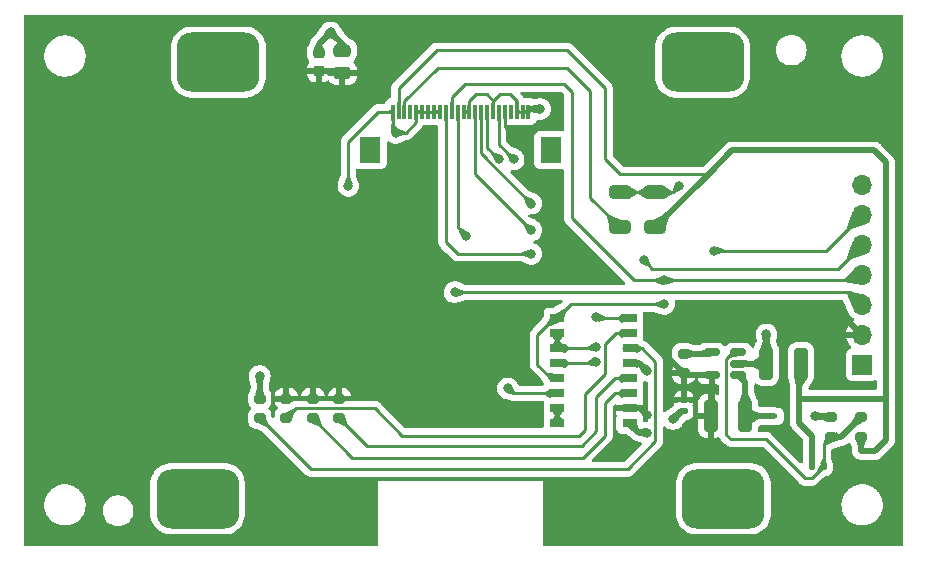
<source format=gbr>
%TF.GenerationSoftware,KiCad,Pcbnew,7.0.7*%
%TF.CreationDate,2023-09-16T22:14:34+02:00*%
%TF.ProjectId,oled242,6f6c6564-3234-4322-9e6b-696361645f70,rev?*%
%TF.SameCoordinates,Original*%
%TF.FileFunction,Copper,L1,Top*%
%TF.FilePolarity,Positive*%
%FSLAX46Y46*%
G04 Gerber Fmt 4.6, Leading zero omitted, Abs format (unit mm)*
G04 Created by KiCad (PCBNEW 7.0.7) date 2023-09-16 22:14:34*
%MOMM*%
%LPD*%
G01*
G04 APERTURE LIST*
G04 Aperture macros list*
%AMRoundRect*
0 Rectangle with rounded corners*
0 $1 Rounding radius*
0 $2 $3 $4 $5 $6 $7 $8 $9 X,Y pos of 4 corners*
0 Add a 4 corners polygon primitive as box body*
4,1,4,$2,$3,$4,$5,$6,$7,$8,$9,$2,$3,0*
0 Add four circle primitives for the rounded corners*
1,1,$1+$1,$2,$3*
1,1,$1+$1,$4,$5*
1,1,$1+$1,$6,$7*
1,1,$1+$1,$8,$9*
0 Add four rect primitives between the rounded corners*
20,1,$1+$1,$2,$3,$4,$5,0*
20,1,$1+$1,$4,$5,$6,$7,0*
20,1,$1+$1,$6,$7,$8,$9,0*
20,1,$1+$1,$8,$9,$2,$3,0*%
G04 Aperture macros list end*
%TA.AperFunction,SMDPad,CuDef*%
%ADD10RoundRect,0.200000X0.275000X-0.200000X0.275000X0.200000X-0.275000X0.200000X-0.275000X-0.200000X0*%
%TD*%
%TA.AperFunction,SMDPad,CuDef*%
%ADD11RoundRect,0.140000X-0.170000X0.140000X-0.170000X-0.140000X0.170000X-0.140000X0.170000X0.140000X0*%
%TD*%
%TA.AperFunction,SMDPad,CuDef*%
%ADD12RoundRect,1.250000X2.250000X1.250000X-2.250000X1.250000X-2.250000X-1.250000X2.250000X-1.250000X0*%
%TD*%
%TA.AperFunction,WasherPad*%
%ADD13O,6.250000X1.500000*%
%TD*%
%TA.AperFunction,SMDPad,CuDef*%
%ADD14RoundRect,0.250000X-0.650000X0.325000X-0.650000X-0.325000X0.650000X-0.325000X0.650000X0.325000X0*%
%TD*%
%TA.AperFunction,SMDPad,CuDef*%
%ADD15RoundRect,0.140000X0.140000X0.170000X-0.140000X0.170000X-0.140000X-0.170000X0.140000X-0.170000X0*%
%TD*%
%TA.AperFunction,SMDPad,CuDef*%
%ADD16RoundRect,0.250000X0.475000X-0.250000X0.475000X0.250000X-0.475000X0.250000X-0.475000X-0.250000X0*%
%TD*%
%TA.AperFunction,SMDPad,CuDef*%
%ADD17RoundRect,0.225000X0.250000X-0.225000X0.250000X0.225000X-0.250000X0.225000X-0.250000X-0.225000X0*%
%TD*%
%TA.AperFunction,ComponentPad*%
%ADD18R,1.700000X1.700000*%
%TD*%
%TA.AperFunction,ComponentPad*%
%ADD19O,1.700000X1.700000*%
%TD*%
%TA.AperFunction,SMDPad,CuDef*%
%ADD20R,1.250000X0.760000*%
%TD*%
%TA.AperFunction,SMDPad,CuDef*%
%ADD21RoundRect,0.200000X-0.275000X0.200000X-0.275000X-0.200000X0.275000X-0.200000X0.275000X0.200000X0*%
%TD*%
%TA.AperFunction,SMDPad,CuDef*%
%ADD22RoundRect,0.150000X0.512500X0.150000X-0.512500X0.150000X-0.512500X-0.150000X0.512500X-0.150000X0*%
%TD*%
%TA.AperFunction,SMDPad,CuDef*%
%ADD23RoundRect,1.250000X-2.250000X-1.250000X2.250000X-1.250000X2.250000X1.250000X-2.250000X1.250000X0*%
%TD*%
%TA.AperFunction,SMDPad,CuDef*%
%ADD24RoundRect,0.250000X-0.325000X-1.100000X0.325000X-1.100000X0.325000X1.100000X-0.325000X1.100000X0*%
%TD*%
%TA.AperFunction,SMDPad,CuDef*%
%ADD25R,0.600000X0.450000*%
%TD*%
%TA.AperFunction,SMDPad,CuDef*%
%ADD26R,0.300000X1.300000*%
%TD*%
%TA.AperFunction,SMDPad,CuDef*%
%ADD27R,1.800000X2.200000*%
%TD*%
%TA.AperFunction,ViaPad*%
%ADD28C,0.800000*%
%TD*%
%TA.AperFunction,Conductor*%
%ADD29C,0.500000*%
%TD*%
%TA.AperFunction,Conductor*%
%ADD30C,0.250000*%
%TD*%
%TA.AperFunction,Conductor*%
%ADD31C,0.200000*%
%TD*%
G04 APERTURE END LIST*
D10*
%TO.P,R10,1*%
%TO.N,/VCC*%
X55887500Y-30375000D03*
%TO.P,R10,2*%
%TO.N,Net-(U10-EN)*%
X55887500Y-28725000D03*
%TD*%
D11*
%TO.P,C10,1*%
%TO.N,/VCC*%
X55887500Y-32590000D03*
%TO.P,C10,2*%
%TO.N,GND*%
X55887500Y-33550000D03*
%TD*%
D12*
%TO.P,TP2,*%
%TO.N,GND*%
X57500000Y-4016000D03*
D13*
%TO.N,*%
X57500000Y-3000000D03*
%TD*%
D14*
%TO.P,C5,1*%
%TO.N,GND*%
X50500000Y-15050000D03*
%TO.P,C5,2*%
%TO.N,/VCOM*%
X50500000Y-18000000D03*
%TD*%
D15*
%TO.P,C11,1*%
%TO.N,Net-(U10-FB)*%
X67730000Y-38250000D03*
%TO.P,C11,2*%
%TO.N,/+13V*%
X66770000Y-38250000D03*
%TD*%
D16*
%TO.P,C3,1*%
%TO.N,/VCC*%
X27000000Y-4950000D03*
%TO.P,C3,2*%
%TO.N,GND*%
X27000000Y-3050000D03*
%TD*%
D17*
%TO.P,C4,1*%
%TO.N,/VCC*%
X25000000Y-4775000D03*
%TO.P,C4,2*%
%TO.N,GND*%
X25000000Y-3225000D03*
%TD*%
D18*
%TO.P,J3,1,Pin_1*%
%TO.N,GND*%
X71000000Y-29625000D03*
D19*
%TO.P,J3,2,Pin_2*%
%TO.N,/VCC*%
X71000000Y-27085000D03*
%TO.P,J3,3,Pin_3*%
%TO.N,/SCL*%
X71000000Y-24545000D03*
%TO.P,J3,4,Pin_4*%
%TO.N,/SDA*%
X71000000Y-22005000D03*
%TO.P,J3,5,Pin_5*%
%TO.N,/RES*%
X71000000Y-19465000D03*
%TO.P,J3,6,Pin_6*%
%TO.N,/DC*%
X71000000Y-16925000D03*
%TO.P,J3,7,Pin_7*%
%TO.N,/CS*%
X71000000Y-14385000D03*
%TD*%
D20*
%TO.P,SW1,1*%
%TO.N,/SDA*%
X45175000Y-25690000D03*
%TO.P,SW1,2*%
%TO.N,/BS1*%
X45175000Y-26960000D03*
%TO.P,SW1,3*%
X45175000Y-28230000D03*
%TO.P,SW1,4*%
%TO.N,/CS*%
X45175000Y-29500000D03*
%TO.P,SW1,5*%
%TO.N,/SDA*%
X45175000Y-30770000D03*
%TO.P,SW1,6*%
%TO.N,/SCL*%
X45175000Y-32040000D03*
%TO.P,SW1,7*%
%TO.N,/BS2*%
X45175000Y-33310000D03*
%TO.P,SW1,8*%
X45175000Y-34580000D03*
%TO.P,SW1,9*%
%TO.N,GND*%
X51325000Y-34580000D03*
%TO.P,SW1,10*%
%TO.N,/VCC*%
X51325000Y-33310000D03*
%TO.P,SW1,11*%
%TO.N,Net-(R9-Pad1)*%
X51325000Y-32040000D03*
%TO.P,SW1,12*%
%TO.N,Net-(R8-Pad1)*%
X51325000Y-30770000D03*
%TO.P,SW1,13*%
%TO.N,GND*%
X51325000Y-29500000D03*
%TO.P,SW1,14*%
%TO.N,Net-(R4-Pad1)*%
X51325000Y-28230000D03*
%TO.P,SW1,15*%
%TO.N,Net-(R3-Pad2)*%
X51325000Y-26960000D03*
%TO.P,SW1,16*%
%TO.N,/D2*%
X51325000Y-25690000D03*
%TD*%
D21*
%TO.P,R3,1*%
%TO.N,/VCC*%
X22250000Y-32500000D03*
%TO.P,R3,2*%
%TO.N,Net-(R3-Pad2)*%
X22250000Y-34150000D03*
%TD*%
D10*
%TO.P,R11,1*%
%TO.N,Net-(U10-FB)*%
X68400000Y-35750000D03*
%TO.P,R11,2*%
%TO.N,GND*%
X68400000Y-34100000D03*
%TD*%
D22*
%TO.P,U10,1,SW*%
%TO.N,Net-(D10-A)*%
X60525000Y-30500000D03*
%TO.P,U10,2,GND*%
%TO.N,GND*%
X60525000Y-29550000D03*
%TO.P,U10,3,FB*%
%TO.N,Net-(U10-FB)*%
X60525000Y-28600000D03*
%TO.P,U10,4,EN*%
%TO.N,Net-(U10-EN)*%
X58250000Y-28600000D03*
%TO.P,U10,5,VIN*%
%TO.N,/VCC*%
X58250000Y-30500000D03*
%TD*%
D10*
%TO.P,R9,1*%
%TO.N,Net-(R9-Pad1)*%
X24500000Y-34150000D03*
%TO.P,R9,2*%
%TO.N,/VCC*%
X24500000Y-32500000D03*
%TD*%
D14*
%TO.P,C6,1*%
%TO.N,GND*%
X53500000Y-15050000D03*
%TO.P,C6,2*%
%TO.N,/+13V*%
X53500000Y-18000000D03*
%TD*%
D13*
%TO.P,TP4,*%
%TO.N,*%
X59250000Y-42000000D03*
D23*
%TO.P,TP4,1*%
%TO.N,GND*%
X59250000Y-40984000D03*
%TD*%
%TO.P,TP3,*%
%TO.N,GND*%
X14750000Y-40984000D03*
D13*
%TO.N,*%
X14750000Y-42000000D03*
%TD*%
D24*
%TO.P,L10,1,1*%
%TO.N,/VCC*%
X58162500Y-34000000D03*
%TO.P,L10,2,2*%
%TO.N,Net-(D10-A)*%
X61112500Y-34000000D03*
%TD*%
D12*
%TO.P,TP1,*%
%TO.N,GND*%
X16500000Y-4016000D03*
D13*
%TO.N,*%
X16500000Y-3000000D03*
%TD*%
D25*
%TO.P,D10,1,K*%
%TO.N,/+13V*%
X65662500Y-34000000D03*
%TO.P,D10,2,A*%
%TO.N,Net-(D10-A)*%
X63562500Y-34000000D03*
%TD*%
D10*
%TO.P,R4,1*%
%TO.N,Net-(R4-Pad1)*%
X20000000Y-34150000D03*
%TO.P,R4,2*%
%TO.N,GND*%
X20000000Y-32500000D03*
%TD*%
D26*
%TO.P,J1,1,Pin_1*%
%TO.N,GND*%
X42750000Y-8200000D03*
%TO.P,J1,2,Pin_2*%
X42250000Y-8200000D03*
%TO.P,J1,3,Pin_3*%
X41750000Y-8200000D03*
%TO.P,J1,4,Pin_4*%
%TO.N,unconnected-(J1-Pin_4-Pad4)*%
X41250000Y-8200000D03*
%TO.P,J1,5,Pin_5*%
%TO.N,/VCC*%
X40750000Y-8200000D03*
%TO.P,J1,6,Pin_6*%
%TO.N,/BS1*%
X40250000Y-8200000D03*
%TO.P,J1,7,Pin_7*%
%TO.N,GND*%
X39750000Y-8200000D03*
%TO.P,J1,8,Pin_8*%
%TO.N,/CS*%
X39250000Y-8200000D03*
%TO.P,J1,9,Pin_9*%
%TO.N,/RES*%
X38750000Y-8200000D03*
%TO.P,J1,10,Pin_10*%
%TO.N,/DC*%
X38250000Y-8200000D03*
%TO.P,J1,11,Pin_11*%
%TO.N,GND*%
X37750000Y-8200000D03*
%TO.P,J1,12,Pin_12*%
X37250000Y-8200000D03*
%TO.P,J1,13,Pin_13*%
%TO.N,/SCL*%
X36750000Y-8200000D03*
%TO.P,J1,14,Pin_14*%
%TO.N,/SDA*%
X36250000Y-8200000D03*
%TO.P,J1,15,Pin_15*%
%TO.N,/D2*%
X35750000Y-8200000D03*
%TO.P,J1,16,Pin_16*%
%TO.N,GND*%
X35250000Y-8200000D03*
%TO.P,J1,17,Pin_17*%
X34750000Y-8200000D03*
%TO.P,J1,18,Pin_18*%
X34250000Y-8200000D03*
%TO.P,J1,19,Pin_19*%
X33750000Y-8200000D03*
%TO.P,J1,20,Pin_20*%
X33250000Y-8200000D03*
%TO.P,J1,21,Pin_21*%
%TO.N,/IREF*%
X32750000Y-8200000D03*
%TO.P,J1,22,Pin_22*%
%TO.N,/VCOM*%
X32250000Y-8200000D03*
%TO.P,J1,23,Pin_23*%
%TO.N,/+13V*%
X31750000Y-8200000D03*
%TO.P,J1,24,Pin_24*%
%TO.N,GND*%
X31250000Y-8200000D03*
D27*
%TO.P,J1,MP*%
%TO.N,N/C*%
X29350000Y-11450000D03*
X44650000Y-11450000D03*
%TD*%
D21*
%TO.P,R12,1*%
%TO.N,Net-(U10-FB)*%
X70900000Y-34100000D03*
%TO.P,R12,2*%
%TO.N,/+13V*%
X70900000Y-35750000D03*
%TD*%
D10*
%TO.P,R8,1*%
%TO.N,Net-(R8-Pad1)*%
X26750000Y-34150000D03*
%TO.P,R8,2*%
%TO.N,/VCC*%
X26750000Y-32500000D03*
%TD*%
D24*
%TO.P,C12,1*%
%TO.N,GND*%
X62887500Y-29550000D03*
%TO.P,C12,2*%
%TO.N,/+13V*%
X65837500Y-29550000D03*
%TD*%
D28*
%TO.N,GND*%
X15000000Y-40000000D03*
X31500000Y-10000000D03*
X29500000Y-11500000D03*
X52750000Y-30135000D03*
X62887500Y-27069900D03*
X59500000Y-40000000D03*
X16000000Y-5000000D03*
X52750000Y-35385000D03*
X27500000Y-14500000D03*
X55500000Y-14500000D03*
X67000000Y-34000000D03*
X26000000Y-1500000D03*
X20000000Y-30575000D03*
X43750000Y-8000000D03*
X58500000Y-5000000D03*
X55000000Y-34250000D03*
X44500000Y-11500000D03*
%TO.N,/RES*%
X43000000Y-16000000D03*
X52500000Y-20750000D03*
%TO.N,/SDA*%
X54250000Y-22500000D03*
X54250000Y-24500000D03*
%TO.N,/VCC*%
X55000000Y-36250000D03*
X25500000Y-10750000D03*
X52750000Y-33885000D03*
X41250000Y-10000000D03*
X34000000Y-33250000D03*
%TO.N,/DC*%
X58500000Y-20000000D03*
X43000000Y-18250000D03*
%TO.N,/CS*%
X40250000Y-12250000D03*
X48500000Y-29385000D03*
%TO.N,/BS1*%
X48500000Y-28135000D03*
X41500000Y-12250000D03*
%TO.N,/SCL*%
X36500000Y-23500000D03*
X41000000Y-31635000D03*
X37500000Y-18750000D03*
%TO.N,/D2*%
X48500000Y-25635000D03*
X43000000Y-20250000D03*
%TD*%
D29*
%TO.N,GND*%
X43750000Y-8000000D02*
X42950000Y-8000000D01*
D30*
X60525000Y-29550000D02*
X60525500Y-29550000D01*
D29*
X20000000Y-32500000D02*
X20000000Y-30575000D01*
D30*
X32350000Y-10000000D02*
X31500000Y-10000000D01*
X39750000Y-7300000D02*
X39200000Y-6750000D01*
D29*
X27000000Y-3050000D02*
X27000000Y-2500000D01*
D30*
X31250000Y-8200000D02*
X31250000Y-9750000D01*
X41200000Y-6750000D02*
X40300000Y-6750000D01*
X38300000Y-6750000D02*
X37750000Y-7300000D01*
X37750000Y-7300000D02*
X37750000Y-8200000D01*
D29*
X68300000Y-34000000D02*
X68400000Y-34100000D01*
D30*
X41750000Y-7300000D02*
X41200000Y-6750000D01*
D29*
X55700000Y-33550000D02*
X55000000Y-34250000D01*
D30*
X33250000Y-8200000D02*
X35250000Y-8200000D01*
D29*
X62887500Y-29550000D02*
X62887500Y-27275000D01*
X52130000Y-35385000D02*
X51325000Y-34580000D01*
D30*
X39200000Y-6750000D02*
X38300000Y-6750000D01*
D29*
X51325000Y-29500000D02*
X52115000Y-29500000D01*
D30*
X42750000Y-8200000D02*
X41750000Y-8200000D01*
D29*
X52750000Y-35385000D02*
X52130000Y-35385000D01*
D30*
X54950000Y-15050000D02*
X55500000Y-14500000D01*
X33250000Y-9100000D02*
X32350000Y-10000000D01*
D29*
X67000000Y-34000000D02*
X68300000Y-34000000D01*
D30*
X27500000Y-10750000D02*
X27500000Y-14500000D01*
X53500000Y-15050000D02*
X54950000Y-15050000D01*
X50500000Y-15050000D02*
X53500000Y-15050000D01*
X33250000Y-8200000D02*
X33250000Y-9100000D01*
X30050000Y-8200000D02*
X27500000Y-10750000D01*
X37750000Y-8200000D02*
X37250000Y-8200000D01*
X31250000Y-9750000D02*
X31500000Y-10000000D01*
X41750000Y-8200000D02*
X41750000Y-7300000D01*
D29*
X52115000Y-29500000D02*
X52750000Y-30135000D01*
X27000000Y-2500000D02*
X26000000Y-1500000D01*
D30*
X42950000Y-8000000D02*
X42750000Y-8200000D01*
X62887500Y-27275000D02*
X62887500Y-27069900D01*
X31250000Y-8200000D02*
X30050000Y-8200000D01*
X40300000Y-6750000D02*
X39750000Y-7300000D01*
D29*
X25000000Y-2500000D02*
X26000000Y-1500000D01*
X55887500Y-33550000D02*
X55700000Y-33550000D01*
X25000000Y-3225000D02*
X25000000Y-2500000D01*
X60525500Y-29550000D02*
X62887500Y-29550000D01*
D30*
X39750000Y-7300000D02*
X39750000Y-8200000D01*
%TO.N,Net-(U10-FB)*%
X66730000Y-39250000D02*
X67730000Y-38250000D01*
X67730000Y-36420000D02*
X68400000Y-35750000D01*
D29*
X68400000Y-35750000D02*
X69250000Y-35750000D01*
D30*
X60039100Y-28600000D02*
X59512500Y-29126600D01*
X59930749Y-35965000D02*
X62882982Y-35965000D01*
X59512500Y-35546751D02*
X59930749Y-35965000D01*
D29*
X69250000Y-35750000D02*
X70900000Y-34100000D01*
D30*
X66167982Y-39250000D02*
X66730000Y-39250000D01*
X62882982Y-35965000D02*
X66167982Y-39250000D01*
X60525000Y-28600000D02*
X60039100Y-28600000D01*
X59512500Y-29126600D02*
X59512500Y-35546751D01*
X67730000Y-38250000D02*
X67730000Y-36420000D01*
%TO.N,/RES*%
X68965000Y-21500000D02*
X53250000Y-21500000D01*
X38750000Y-11750000D02*
X43000000Y-16000000D01*
X53250000Y-21500000D02*
X52500000Y-20750000D01*
X71000000Y-19465000D02*
X68965000Y-21500000D01*
X38750000Y-8200000D02*
X38750000Y-11750000D01*
%TO.N,/SDA*%
X51657490Y-22500000D02*
X46399501Y-17242011D01*
X45774501Y-5899501D02*
X37350499Y-5899501D01*
X46399501Y-17242011D02*
X46399501Y-6524501D01*
X43500000Y-27120000D02*
X44930000Y-25690000D01*
X71000000Y-22005000D02*
X70505000Y-22500000D01*
X54250000Y-22500000D02*
X51657490Y-22500000D01*
X45175000Y-25690000D02*
X46365000Y-24500000D01*
X44930000Y-25690000D02*
X45175000Y-25690000D01*
X46399501Y-6524501D02*
X45774501Y-5899501D01*
X46365000Y-24500000D02*
X54250000Y-24500000D01*
X36250000Y-7000000D02*
X36250000Y-8200000D01*
X44635000Y-30770000D02*
X43500000Y-29635000D01*
X70505000Y-22500000D02*
X54250000Y-22500000D01*
X37350499Y-5899501D02*
X36250000Y-7000000D01*
X43500000Y-29635000D02*
X43500000Y-27120000D01*
X45175000Y-30770000D02*
X44635000Y-30770000D01*
%TO.N,/VCOM*%
X35100000Y-4500000D02*
X32250000Y-7350000D01*
X48000000Y-15500000D02*
X48000000Y-6500000D01*
X50500000Y-18000000D02*
X48000000Y-15500000D01*
X32250000Y-7350000D02*
X32250000Y-8200000D01*
X46000000Y-4500000D02*
X35100000Y-4500000D01*
X48000000Y-6500000D02*
X46000000Y-4500000D01*
%TO.N,/VCC*%
X40750000Y-8200000D02*
X40750000Y-9500000D01*
D31*
X56012500Y-30500000D02*
X55887500Y-30375000D01*
D29*
X57000000Y-25500000D02*
X54500000Y-28000000D01*
X25000000Y-4775000D02*
X26825000Y-4775000D01*
X55887500Y-30375000D02*
X55887500Y-32520500D01*
X26825000Y-4775000D02*
X27000000Y-4950000D01*
D30*
X40750000Y-9500000D02*
X41250000Y-10000000D01*
D29*
X58250000Y-30500000D02*
X56012500Y-30500000D01*
X71000000Y-27085000D02*
X69415000Y-25500000D01*
X58249500Y-30500000D02*
X58249500Y-34962500D01*
X25175000Y-4950000D02*
X25000000Y-4775000D01*
X69415000Y-25500000D02*
X57000000Y-25500000D01*
X51325000Y-33310000D02*
X52175000Y-33310000D01*
X54500000Y-28000000D02*
X54500000Y-28987500D01*
X52175000Y-33310000D02*
X52750000Y-33885000D01*
X54500000Y-28987500D02*
X55887500Y-30375000D01*
D30*
%TO.N,/DC*%
X38250000Y-13500000D02*
X38250000Y-8200000D01*
X67925000Y-20000000D02*
X58500000Y-20000000D01*
X43000000Y-18250000D02*
X38250000Y-13500000D01*
X71000000Y-16925000D02*
X67925000Y-20000000D01*
%TO.N,/CS*%
X48385000Y-29500000D02*
X48500000Y-29385000D01*
X39250000Y-11250000D02*
X40250000Y-12250000D01*
X39250000Y-8200000D02*
X39250000Y-11250000D01*
X45175000Y-29500000D02*
X48385000Y-29500000D01*
D29*
%TO.N,/+13V*%
X65825000Y-32500000D02*
X65662500Y-32337500D01*
X66770000Y-35642965D02*
X65662500Y-34535465D01*
X66770000Y-38250000D02*
X66770000Y-35642965D01*
X53500000Y-18000000D02*
X58000000Y-13500000D01*
X73000000Y-32500000D02*
X65825000Y-32500000D01*
X73000000Y-32500000D02*
X73000000Y-12500000D01*
D30*
X49250000Y-12250000D02*
X49250000Y-6250000D01*
D29*
X72000000Y-11500000D02*
X60000000Y-11500000D01*
X65662500Y-29725000D02*
X65662500Y-32337500D01*
D30*
X31750000Y-6250000D02*
X31750000Y-8200000D01*
D29*
X72075000Y-36925000D02*
X73000000Y-36000000D01*
X73000000Y-36000000D02*
X73000000Y-32500000D01*
X65837500Y-29550000D02*
X65662500Y-29725000D01*
D30*
X58000000Y-13500000D02*
X50500000Y-13500000D01*
D29*
X73000000Y-12500000D02*
X72000000Y-11500000D01*
X70900000Y-35750000D02*
X70900000Y-36925000D01*
D30*
X35000000Y-3000000D02*
X31750000Y-6250000D01*
X46000000Y-3000000D02*
X35000000Y-3000000D01*
X49250000Y-6250000D02*
X46000000Y-3000000D01*
D29*
X60000000Y-11500000D02*
X58000000Y-13500000D01*
D30*
X50500000Y-13500000D02*
X49250000Y-12250000D01*
D29*
X70900000Y-36925000D02*
X72075000Y-36925000D01*
X65662500Y-32337500D02*
X65662500Y-34000000D01*
X65662500Y-34535465D02*
X65662500Y-34000000D01*
%TO.N,Net-(D10-A)*%
X60525000Y-30500000D02*
X61112500Y-31087500D01*
X61362500Y-34000000D02*
X63562500Y-34000000D01*
X61112500Y-31087500D02*
X61112500Y-33999998D01*
D30*
%TO.N,/BS1*%
X40250000Y-11000000D02*
X41500000Y-12250000D01*
X40250000Y-8200000D02*
X40250000Y-11000000D01*
X48500000Y-28135000D02*
X48405000Y-28230000D01*
X48405000Y-28230000D02*
X45175000Y-28230000D01*
X45175000Y-28230000D02*
X45175000Y-26960000D01*
%TO.N,/SCL*%
X45175000Y-32040000D02*
X41405000Y-32040000D01*
X36750000Y-8200000D02*
X36750000Y-18000000D01*
X71000000Y-24545000D02*
X69955000Y-23500000D01*
X36750000Y-18000000D02*
X37500000Y-18750000D01*
X69955000Y-23500000D02*
X36500000Y-23500000D01*
X41405000Y-32040000D02*
X41000000Y-31635000D01*
%TO.N,/D2*%
X48500000Y-25635000D02*
X48555000Y-25690000D01*
X36750000Y-20250000D02*
X35750000Y-19250000D01*
X48555000Y-25690000D02*
X51325000Y-25690000D01*
X35750000Y-19250000D02*
X35750000Y-8200000D01*
X43000000Y-20250000D02*
X36750000Y-20250000D01*
%TO.N,Net-(U10-EN)*%
X58125500Y-28725000D02*
X58187500Y-28662500D01*
D29*
X55887500Y-28725000D02*
X58125500Y-28725000D01*
D30*
X58187500Y-28662500D02*
X58250000Y-28600000D01*
X58187500Y-28662500D02*
X58249500Y-28600000D01*
%TO.N,/BS2*%
X45175000Y-33310000D02*
X45175000Y-34580000D01*
%TO.N,Net-(R3-Pad2)*%
X47000000Y-35635000D02*
X32060000Y-35635000D01*
X49250000Y-30385000D02*
X47500000Y-32135000D01*
X49250000Y-27857500D02*
X49250000Y-30385000D01*
X32060000Y-35635000D02*
X29750000Y-33325000D01*
X51325000Y-26960000D02*
X50147500Y-26960000D01*
X29750000Y-33325000D02*
X23075000Y-33325000D01*
X50147500Y-26960000D02*
X49250000Y-27857500D01*
X47500000Y-32135000D02*
X47500000Y-35135000D01*
X23075000Y-33325000D02*
X22250000Y-34150000D01*
X47500000Y-35135000D02*
X47000000Y-35635000D01*
%TO.N,Net-(R4-Pad1)*%
X53500000Y-36135000D02*
X51135000Y-38500000D01*
X53500000Y-29385000D02*
X53500000Y-36135000D01*
X51135000Y-38500000D02*
X24350000Y-38500000D01*
X24350000Y-38500000D02*
X20000000Y-34150000D01*
X50790000Y-28230000D02*
X52345000Y-28230000D01*
X52345000Y-28230000D02*
X53500000Y-29385000D01*
%TO.N,Net-(R8-Pad1)*%
X48500000Y-35250000D02*
X47250000Y-36500000D01*
X29100000Y-36500000D02*
X26750000Y-34150000D01*
X50115000Y-30770000D02*
X48500000Y-32385000D01*
X51325000Y-30770000D02*
X50115000Y-30770000D01*
X48500000Y-32385000D02*
X48500000Y-35250000D01*
X47250000Y-36500000D02*
X29100000Y-36500000D01*
%TO.N,Net-(R9-Pad1)*%
X51325000Y-32040000D02*
X50087500Y-32040000D01*
X49250000Y-35635000D02*
X47385000Y-37500000D01*
X47385000Y-37500000D02*
X27850000Y-37500000D01*
X49250000Y-32877500D02*
X49250000Y-35635000D01*
X27850000Y-37500000D02*
X24500000Y-34150000D01*
X50087500Y-32040000D02*
X49250000Y-32877500D01*
%TD*%
%TA.AperFunction,Conductor*%
%TO.N,GND*%
G36*
X62318788Y-28981277D02*
G01*
X62880205Y-29541720D01*
X62883639Y-29549990D01*
X62880219Y-29558266D01*
X62880205Y-29558280D01*
X62318788Y-30118722D01*
X62310512Y-30122142D01*
X62304765Y-30120628D01*
X61743443Y-29803359D01*
X61737927Y-29796304D01*
X61737500Y-29793173D01*
X61737500Y-29306826D01*
X61740927Y-29298553D01*
X61743438Y-29296643D01*
X62304767Y-28979370D01*
X62313653Y-28978284D01*
X62318788Y-28981277D01*
G37*
%TD.AperFunction*%
%TD*%
%TA.AperFunction,Conductor*%
%TO.N,/D2*%
G36*
X48663663Y-25270449D02*
G01*
X48664130Y-25270656D01*
X49282345Y-25561837D01*
X49288370Y-25568463D01*
X49289060Y-25572422D01*
X49289060Y-25806278D01*
X49285633Y-25814551D01*
X49280702Y-25817491D01*
X48663162Y-26001544D01*
X48654255Y-26000623D01*
X48649021Y-25994833D01*
X48644678Y-25984417D01*
X48500875Y-25639499D01*
X48500855Y-25630550D01*
X48648363Y-25276744D01*
X48654709Y-25270428D01*
X48663663Y-25270449D01*
G37*
%TD.AperFunction*%
%TD*%
%TA.AperFunction,Conductor*%
%TO.N,/BS1*%
G36*
X45302035Y-27473427D02*
G01*
X45303477Y-27475181D01*
X45549646Y-27842021D01*
X45551411Y-27850800D01*
X45548215Y-27856802D01*
X45183284Y-28222694D01*
X45175015Y-28226132D01*
X45166738Y-28222716D01*
X45166716Y-28222694D01*
X44801784Y-27856802D01*
X44798368Y-27848525D01*
X44800351Y-27842024D01*
X45046523Y-27475180D01*
X45053978Y-27470220D01*
X45056238Y-27470000D01*
X45293762Y-27470000D01*
X45302035Y-27473427D01*
G37*
%TD.AperFunction*%
%TD*%
%TA.AperFunction,Conductor*%
%TO.N,/SDA*%
G36*
X54095294Y-24134728D02*
G01*
X54101280Y-24140890D01*
X54249123Y-24495498D01*
X54249144Y-24504452D01*
X54249123Y-24504502D01*
X54101280Y-24859109D01*
X54094933Y-24865427D01*
X54086344Y-24865551D01*
X53457563Y-24627858D01*
X53451036Y-24621727D01*
X53450000Y-24616914D01*
X53450000Y-24383085D01*
X53453427Y-24374812D01*
X53457563Y-24372141D01*
X54086345Y-24134448D01*
X54095294Y-24134728D01*
G37*
%TD.AperFunction*%
%TD*%
%TA.AperFunction,Conductor*%
%TO.N,GND*%
G36*
X54333059Y-14552722D02*
G01*
X54878511Y-14943376D01*
X54879971Y-14944615D01*
X55045460Y-15110104D01*
X55048887Y-15118377D01*
X55045460Y-15126650D01*
X55043198Y-15128415D01*
X54252386Y-15601949D01*
X54243527Y-15603259D01*
X54239391Y-15601298D01*
X53603747Y-15128415D01*
X53513231Y-15061076D01*
X53508640Y-15053390D01*
X53510829Y-15044706D01*
X53514141Y-15041690D01*
X54320173Y-14552232D01*
X54329023Y-14550868D01*
X54333059Y-14552722D01*
G37*
%TD.AperFunction*%
%TD*%
%TA.AperFunction,Conductor*%
%TO.N,GND*%
G36*
X55141851Y-14351637D02*
G01*
X55496500Y-14498141D01*
X55502838Y-14504467D01*
X55502853Y-14504503D01*
X55648657Y-14858821D01*
X55648636Y-14867775D01*
X55642378Y-14874056D01*
X54944058Y-15168159D01*
X54935104Y-15168212D01*
X54928734Y-15161917D01*
X54927817Y-15157376D01*
X54927817Y-14926989D01*
X54928476Y-14923119D01*
X54947876Y-14867775D01*
X55126360Y-14358587D01*
X55132330Y-14351914D01*
X55141271Y-14351417D01*
X55141851Y-14351637D01*
G37*
%TD.AperFunction*%
%TD*%
%TA.AperFunction,Conductor*%
%TO.N,GND*%
G36*
X37873362Y-7403427D02*
G01*
X37876630Y-7409777D01*
X37899618Y-7547712D01*
X37899478Y-7552262D01*
X37761401Y-8151519D01*
X37756204Y-8158811D01*
X37747373Y-8160293D01*
X37740081Y-8155096D01*
X37738599Y-8151519D01*
X37600521Y-7552262D01*
X37600381Y-7547712D01*
X37623370Y-7409777D01*
X37628111Y-7402179D01*
X37634911Y-7400000D01*
X37865089Y-7400000D01*
X37873362Y-7403427D01*
G37*
%TD.AperFunction*%
%TD*%
%TA.AperFunction,Conductor*%
%TO.N,/DC*%
G36*
X70226106Y-16604428D02*
G01*
X70996215Y-16922438D01*
X71002552Y-16928761D01*
X71002562Y-16928785D01*
X71320567Y-17698883D01*
X71320558Y-17707838D01*
X71314219Y-17714163D01*
X71313629Y-17714388D01*
X69893251Y-18213031D01*
X69884309Y-18212539D01*
X69881102Y-18210265D01*
X69714734Y-18043897D01*
X69711307Y-18035624D01*
X69711968Y-18031748D01*
X69823461Y-17714163D01*
X70210612Y-16611368D01*
X70216584Y-16604699D01*
X70225526Y-16604207D01*
X70226106Y-16604428D01*
G37*
%TD.AperFunction*%
%TD*%
%TA.AperFunction,Conductor*%
%TO.N,GND*%
G36*
X55583718Y-33417033D02*
G01*
X55663971Y-33451892D01*
X55883129Y-33547087D01*
X55889352Y-33553526D01*
X55889721Y-33554616D01*
X55965490Y-33820876D01*
X55964459Y-33829771D01*
X55959697Y-33834426D01*
X55563918Y-34043239D01*
X55555001Y-34044069D01*
X55550185Y-34041164D01*
X55212300Y-33703279D01*
X55208873Y-33695006D01*
X55212300Y-33686733D01*
X55213567Y-33685636D01*
X55572064Y-33418383D01*
X55580745Y-33416186D01*
X55583718Y-33417033D01*
G37*
%TD.AperFunction*%
%TD*%
%TA.AperFunction,Conductor*%
%TO.N,Net-(D10-A)*%
G36*
X61362994Y-32078427D02*
G01*
X61365510Y-32082174D01*
X61666469Y-32799561D01*
X61666510Y-32808515D01*
X61666291Y-32809017D01*
X61123111Y-33978160D01*
X61116517Y-33984219D01*
X61107570Y-33983841D01*
X61101889Y-33978160D01*
X60558708Y-32809017D01*
X60558330Y-32800070D01*
X60558530Y-32799561D01*
X60859490Y-32082174D01*
X60865851Y-32075870D01*
X60870279Y-32075000D01*
X61354721Y-32075000D01*
X61362994Y-32078427D01*
G37*
%TD.AperFunction*%
%TD*%
%TA.AperFunction,Conductor*%
%TO.N,GND*%
G36*
X31680696Y-9640890D02*
G01*
X32292437Y-9872141D01*
X32298964Y-9878272D01*
X32300000Y-9883085D01*
X32300000Y-10116914D01*
X32296573Y-10125187D01*
X32292437Y-10127858D01*
X31663655Y-10365551D01*
X31654705Y-10365271D01*
X31648719Y-10359109D01*
X31552306Y-10127858D01*
X31500875Y-10004499D01*
X31500855Y-9995550D01*
X31648719Y-9640889D01*
X31655066Y-9634572D01*
X31663654Y-9634448D01*
X31680696Y-9640890D01*
G37*
%TD.AperFunction*%
%TD*%
%TA.AperFunction,Conductor*%
%TO.N,Net-(U10-FB)*%
G36*
X60379794Y-28591633D02*
G01*
X60516677Y-28598819D01*
X60524759Y-28602675D01*
X60527525Y-28608149D01*
X60585107Y-28888529D01*
X60583414Y-28897323D01*
X60576000Y-28902344D01*
X60575991Y-28902346D01*
X59749336Y-29071445D01*
X59740544Y-29069745D01*
X59738718Y-29068255D01*
X59574213Y-28903750D01*
X59570786Y-28895477D01*
X59573760Y-28887682D01*
X59858763Y-28568662D01*
X59866830Y-28564777D01*
X59868101Y-28564774D01*
X60379794Y-28591633D01*
G37*
%TD.AperFunction*%
%TD*%
%TA.AperFunction,Conductor*%
%TO.N,/BS1*%
G36*
X48351400Y-27776329D02*
G01*
X48351904Y-27777386D01*
X48491400Y-28111975D01*
X48499123Y-28130497D01*
X48499144Y-28139451D01*
X48499123Y-28139501D01*
X48350756Y-28495367D01*
X48344409Y-28501685D01*
X48337247Y-28502247D01*
X47727887Y-28357140D01*
X47720632Y-28351890D01*
X47718897Y-28345758D01*
X47718897Y-28111975D01*
X47722324Y-28103702D01*
X47725032Y-28101683D01*
X48335545Y-27771601D01*
X48344451Y-27770682D01*
X48351400Y-27776329D01*
G37*
%TD.AperFunction*%
%TD*%
%TA.AperFunction,Conductor*%
%TO.N,Net-(R9-Pad1)*%
G36*
X50706385Y-31663876D02*
G01*
X51309523Y-32029998D01*
X51314817Y-32037221D01*
X51313454Y-32046071D01*
X51309523Y-32050002D01*
X50706385Y-32416123D01*
X50697535Y-32417486D01*
X50693795Y-32415836D01*
X50325181Y-32168476D01*
X50320220Y-32161021D01*
X50320000Y-32158761D01*
X50320000Y-31921238D01*
X50323427Y-31912965D01*
X50325181Y-31911523D01*
X50693796Y-31664162D01*
X50702574Y-31662398D01*
X50706385Y-31663876D01*
G37*
%TD.AperFunction*%
%TD*%
%TA.AperFunction,Conductor*%
%TO.N,/SCL*%
G36*
X36680696Y-23140890D02*
G01*
X37292437Y-23372141D01*
X37298964Y-23378272D01*
X37300000Y-23383085D01*
X37300000Y-23616914D01*
X37296573Y-23625187D01*
X37292437Y-23627858D01*
X36663655Y-23865551D01*
X36654705Y-23865271D01*
X36648719Y-23859109D01*
X36552306Y-23627858D01*
X36500875Y-23504499D01*
X36500855Y-23495550D01*
X36648719Y-23140889D01*
X36655066Y-23134572D01*
X36663654Y-23134448D01*
X36680696Y-23140890D01*
G37*
%TD.AperFunction*%
%TD*%
%TA.AperFunction,Conductor*%
%TO.N,/BS2*%
G36*
X45302035Y-33823427D02*
G01*
X45303477Y-33825181D01*
X45549646Y-34192021D01*
X45551411Y-34200800D01*
X45548215Y-34206802D01*
X45183284Y-34572694D01*
X45175015Y-34576132D01*
X45166738Y-34572716D01*
X45166716Y-34572694D01*
X44801784Y-34206802D01*
X44798368Y-34198525D01*
X44800351Y-34192024D01*
X45046523Y-33825180D01*
X45053978Y-33820220D01*
X45056238Y-33820000D01*
X45293762Y-33820000D01*
X45302035Y-33823427D01*
G37*
%TD.AperFunction*%
%TD*%
%TA.AperFunction,Conductor*%
%TO.N,/BS1*%
G36*
X40259919Y-8244903D02*
G01*
X40261401Y-8248480D01*
X40399478Y-8847737D01*
X40399618Y-8852287D01*
X40376630Y-8990223D01*
X40371890Y-8997821D01*
X40365089Y-9000000D01*
X40134911Y-9000000D01*
X40126638Y-8996573D01*
X40123370Y-8990223D01*
X40100381Y-8852287D01*
X40100521Y-8847737D01*
X40238599Y-8248480D01*
X40243796Y-8241188D01*
X40252627Y-8239706D01*
X40259919Y-8244903D01*
G37*
%TD.AperFunction*%
%TD*%
%TA.AperFunction,Conductor*%
%TO.N,GND*%
G36*
X68126776Y-33703290D02*
G01*
X68128848Y-33705577D01*
X68395193Y-34091584D01*
X68397071Y-34100340D01*
X68393439Y-34106881D01*
X68013566Y-34452659D01*
X68005141Y-34455694D01*
X68001067Y-34454755D01*
X67532076Y-34253043D01*
X67525830Y-34246626D01*
X67525000Y-34242300D01*
X67525000Y-33760765D01*
X67528427Y-33752492D01*
X67535725Y-33749106D01*
X68118248Y-33700562D01*
X68126776Y-33703290D01*
G37*
%TD.AperFunction*%
%TD*%
%TA.AperFunction,Conductor*%
%TO.N,GND*%
G36*
X51955061Y-29218370D02*
G01*
X52429737Y-29467858D01*
X52435466Y-29474741D01*
X52434651Y-29483658D01*
X52432567Y-29486488D01*
X52092082Y-29826973D01*
X52087821Y-29829691D01*
X51955285Y-29878070D01*
X51946338Y-29877687D01*
X51945191Y-29877074D01*
X51343211Y-29510803D01*
X51337925Y-29503575D01*
X51339298Y-29494726D01*
X51344461Y-29490152D01*
X51944790Y-29218070D01*
X51953740Y-29217777D01*
X51955061Y-29218370D01*
G37*
%TD.AperFunction*%
%TD*%
%TA.AperFunction,Conductor*%
%TO.N,/BS1*%
G36*
X45806204Y-27854163D02*
G01*
X46174819Y-28101523D01*
X46179780Y-28108978D01*
X46180000Y-28111238D01*
X46180000Y-28348761D01*
X46176573Y-28357034D01*
X46174819Y-28358476D01*
X45806204Y-28605836D01*
X45797425Y-28607601D01*
X45793614Y-28606123D01*
X45385647Y-28358476D01*
X45190475Y-28240000D01*
X45185182Y-28232779D01*
X45186545Y-28223929D01*
X45190474Y-28219999D01*
X45793615Y-27853875D01*
X45802464Y-27852513D01*
X45806204Y-27854163D01*
G37*
%TD.AperFunction*%
%TD*%
%TA.AperFunction,Conductor*%
%TO.N,Net-(R4-Pad1)*%
G36*
X20474367Y-34062920D02*
G01*
X20478610Y-34068170D01*
X20739759Y-34708720D01*
X20739709Y-34717675D01*
X20737198Y-34721410D01*
X20571719Y-34886889D01*
X20563446Y-34890316D01*
X20558483Y-34889211D01*
X19844418Y-34554732D01*
X19838380Y-34548120D01*
X19838561Y-34539684D01*
X19996879Y-34155154D01*
X20003197Y-34148810D01*
X20005517Y-34148115D01*
X20465603Y-34061091D01*
X20474367Y-34062920D01*
G37*
%TD.AperFunction*%
%TD*%
%TA.AperFunction,Conductor*%
%TO.N,Net-(U10-FB)*%
G36*
X70894476Y-34098114D02*
G01*
X70901969Y-34103019D01*
X70903121Y-34105156D01*
X71062043Y-34491153D01*
X71062024Y-34500107D01*
X71057738Y-34505326D01*
X70430459Y-34925727D01*
X70421678Y-34927486D01*
X70415672Y-34924281D01*
X70075508Y-34584117D01*
X70072081Y-34575844D01*
X70073866Y-34569633D01*
X70420759Y-34016081D01*
X70428056Y-34010891D01*
X70432845Y-34010799D01*
X70894476Y-34098114D01*
G37*
%TD.AperFunction*%
%TD*%
%TA.AperFunction,Conductor*%
%TO.N,/+13V*%
G36*
X65840805Y-29567943D02*
G01*
X65846429Y-29574439D01*
X66294295Y-30850314D01*
X66293801Y-30859255D01*
X66293202Y-30860350D01*
X65978534Y-31368387D01*
X65918451Y-31465393D01*
X65915931Y-31469461D01*
X65908661Y-31474690D01*
X65905984Y-31475000D01*
X65422264Y-31475000D01*
X65413991Y-31471573D01*
X65410753Y-31465393D01*
X65263218Y-30653950D01*
X65264357Y-30646442D01*
X65825020Y-29572896D01*
X65831886Y-29567151D01*
X65840805Y-29567943D01*
G37*
%TD.AperFunction*%
%TD*%
%TA.AperFunction,Conductor*%
%TO.N,Net-(D10-A)*%
G36*
X61695232Y-33429370D02*
G01*
X62256558Y-33746641D01*
X62262073Y-33753695D01*
X62262500Y-33756826D01*
X62262500Y-34243173D01*
X62259073Y-34251446D01*
X62256557Y-34253359D01*
X61695234Y-34570628D01*
X61686346Y-34571715D01*
X61681211Y-34568722D01*
X61119793Y-34008279D01*
X61116360Y-34000010D01*
X61119780Y-33991734D01*
X61119794Y-33991720D01*
X61681212Y-33431276D01*
X61689487Y-33427857D01*
X61695232Y-33429370D01*
G37*
%TD.AperFunction*%
%TD*%
%TA.AperFunction,Conductor*%
%TO.N,GND*%
G36*
X26289421Y-1227117D02*
G01*
X26290783Y-1228762D01*
X26736978Y-1880895D01*
X26738822Y-1889658D01*
X26735595Y-1895775D01*
X26395775Y-2235595D01*
X26387502Y-2239022D01*
X26380895Y-2236978D01*
X25728762Y-1790783D01*
X25723869Y-1783283D01*
X25725713Y-1774520D01*
X25727075Y-1772875D01*
X25999293Y-1499293D01*
X26272875Y-1227075D01*
X26281156Y-1223669D01*
X26289421Y-1227117D01*
G37*
%TD.AperFunction*%
%TD*%
%TA.AperFunction,Conductor*%
%TO.N,/BS1*%
G36*
X45183260Y-26967282D02*
G01*
X45548215Y-27333197D01*
X45551631Y-27341474D01*
X45549646Y-27347978D01*
X45303477Y-27714819D01*
X45296022Y-27719780D01*
X45293762Y-27720000D01*
X45056238Y-27720000D01*
X45047965Y-27716573D01*
X45046523Y-27714819D01*
X44800352Y-27347976D01*
X44798588Y-27339199D01*
X44801782Y-27333199D01*
X45166717Y-26967304D01*
X45174985Y-26963867D01*
X45183260Y-26967282D01*
G37*
%TD.AperFunction*%
%TD*%
%TA.AperFunction,Conductor*%
%TO.N,GND*%
G36*
X41905905Y-8050984D02*
G01*
X42040224Y-8073370D01*
X42047821Y-8078111D01*
X42050000Y-8084911D01*
X42050000Y-8315088D01*
X42046573Y-8323361D01*
X42040223Y-8326629D01*
X41905914Y-8349014D01*
X41897191Y-8346994D01*
X41895750Y-8345778D01*
X41757355Y-8208300D01*
X41753902Y-8200039D01*
X41757301Y-8191754D01*
X41757356Y-8191699D01*
X41895748Y-8054223D01*
X41904030Y-8050826D01*
X41905905Y-8050984D01*
G37*
%TD.AperFunction*%
%TD*%
%TA.AperFunction,Conductor*%
%TO.N,GND*%
G36*
X43026319Y-7768332D02*
G01*
X43029290Y-7776122D01*
X43029290Y-8241878D01*
X43025863Y-8250151D01*
X43021682Y-8252839D01*
X42844531Y-8318965D01*
X42835581Y-8318648D01*
X42830915Y-8314800D01*
X42749000Y-8200000D01*
X42667967Y-8086436D01*
X42665951Y-8077711D01*
X42669700Y-8070912D01*
X43009801Y-7767392D01*
X43018254Y-7764441D01*
X43026319Y-7768332D01*
G37*
%TD.AperFunction*%
%TD*%
%TA.AperFunction,Conductor*%
%TO.N,/DC*%
G36*
X42530071Y-17599252D02*
G01*
X43142760Y-17875793D01*
X43148891Y-17882320D01*
X43148767Y-17890909D01*
X43002563Y-18246195D01*
X42996245Y-18252542D01*
X42996195Y-18252563D01*
X42640909Y-18398767D01*
X42631955Y-18398746D01*
X42625793Y-18392760D01*
X42561676Y-18250707D01*
X42399279Y-17890909D01*
X42349252Y-17780071D01*
X42348972Y-17771121D01*
X42351641Y-17766987D01*
X42516986Y-17601642D01*
X42525258Y-17598216D01*
X42530071Y-17599252D01*
G37*
%TD.AperFunction*%
%TD*%
%TA.AperFunction,Conductor*%
%TO.N,/SDA*%
G36*
X36373362Y-7403427D02*
G01*
X36376630Y-7409777D01*
X36399618Y-7547712D01*
X36399478Y-7552262D01*
X36261401Y-8151519D01*
X36256204Y-8158811D01*
X36247373Y-8160293D01*
X36240081Y-8155096D01*
X36238599Y-8151519D01*
X36100521Y-7552262D01*
X36100381Y-7547712D01*
X36123370Y-7409777D01*
X36128111Y-7402179D01*
X36134911Y-7400000D01*
X36365089Y-7400000D01*
X36373362Y-7403427D01*
G37*
%TD.AperFunction*%
%TD*%
%TA.AperFunction,Conductor*%
%TO.N,/DC*%
G36*
X58680696Y-19640890D02*
G01*
X59292437Y-19872141D01*
X59298964Y-19878272D01*
X59300000Y-19883085D01*
X59300000Y-20116914D01*
X59296573Y-20125187D01*
X59292437Y-20127858D01*
X58663655Y-20365551D01*
X58654705Y-20365271D01*
X58648719Y-20359109D01*
X58552306Y-20127858D01*
X58500875Y-20004499D01*
X58500855Y-19995550D01*
X58648719Y-19640889D01*
X58655066Y-19634572D01*
X58663654Y-19634448D01*
X58680696Y-19640890D01*
G37*
%TD.AperFunction*%
%TD*%
%TA.AperFunction,Conductor*%
%TO.N,Net-(R8-Pad1)*%
G36*
X50706385Y-30393876D02*
G01*
X51309523Y-30759998D01*
X51314817Y-30767221D01*
X51313454Y-30776071D01*
X51309523Y-30780002D01*
X50706385Y-31146123D01*
X50697535Y-31147486D01*
X50693795Y-31145836D01*
X50325181Y-30898476D01*
X50320220Y-30891021D01*
X50320000Y-30888761D01*
X50320000Y-30651238D01*
X50323427Y-30642965D01*
X50325181Y-30641523D01*
X50693796Y-30394162D01*
X50702574Y-30392398D01*
X50706385Y-30393876D01*
G37*
%TD.AperFunction*%
%TD*%
%TA.AperFunction,Conductor*%
%TO.N,GND*%
G36*
X52745110Y-34989296D02*
G01*
X52749862Y-34996887D01*
X52750024Y-34998806D01*
X52750702Y-35383355D01*
X52749801Y-35387878D01*
X52601422Y-35743769D01*
X52595075Y-35750087D01*
X52586137Y-35750073D01*
X52393475Y-35670094D01*
X51842103Y-35441204D01*
X51835776Y-35434867D01*
X51835783Y-35425912D01*
X51838313Y-35422128D01*
X52176854Y-35083587D01*
X52183182Y-35080325D01*
X52736386Y-34987289D01*
X52745110Y-34989296D01*
G37*
%TD.AperFunction*%
%TD*%
%TA.AperFunction,Conductor*%
%TO.N,Net-(R4-Pad1)*%
G36*
X51956204Y-27854163D02*
G01*
X52324819Y-28101523D01*
X52329780Y-28108978D01*
X52330000Y-28111238D01*
X52330000Y-28348761D01*
X52326573Y-28357034D01*
X52324819Y-28358476D01*
X51956204Y-28605836D01*
X51947425Y-28607601D01*
X51943614Y-28606123D01*
X51535647Y-28358476D01*
X51340475Y-28240000D01*
X51335182Y-28232779D01*
X51336545Y-28223929D01*
X51340474Y-28219999D01*
X51943615Y-27853875D01*
X51952464Y-27852513D01*
X51956204Y-27854163D01*
G37*
%TD.AperFunction*%
%TD*%
%TA.AperFunction,Conductor*%
%TO.N,/CS*%
G36*
X39259919Y-8244903D02*
G01*
X39261401Y-8248480D01*
X39399478Y-8847737D01*
X39399618Y-8852287D01*
X39376630Y-8990223D01*
X39371890Y-8997821D01*
X39365089Y-9000000D01*
X39134911Y-9000000D01*
X39126638Y-8996573D01*
X39123370Y-8990223D01*
X39100381Y-8852287D01*
X39100521Y-8847737D01*
X39238599Y-8248480D01*
X39243796Y-8241188D01*
X39252627Y-8239706D01*
X39259919Y-8244903D01*
G37*
%TD.AperFunction*%
%TD*%
%TA.AperFunction,Conductor*%
%TO.N,/DC*%
G36*
X38259919Y-8244903D02*
G01*
X38261401Y-8248480D01*
X38399478Y-8847737D01*
X38399618Y-8852287D01*
X38376630Y-8990223D01*
X38371890Y-8997821D01*
X38365089Y-9000000D01*
X38134911Y-9000000D01*
X38126638Y-8996573D01*
X38123370Y-8990223D01*
X38100381Y-8852287D01*
X38100521Y-8847737D01*
X38238599Y-8248480D01*
X38243796Y-8241188D01*
X38252627Y-8239706D01*
X38259919Y-8244903D01*
G37*
%TD.AperFunction*%
%TD*%
%TA.AperFunction,Conductor*%
%TO.N,GND*%
G36*
X61477093Y-29298843D02*
G01*
X61484936Y-29303162D01*
X61487500Y-29310471D01*
X61487500Y-29789528D01*
X61484073Y-29797801D01*
X61477092Y-29801156D01*
X61041349Y-29849572D01*
X61034155Y-29848046D01*
X60951916Y-29800000D01*
X60541290Y-29560101D01*
X60535876Y-29552970D01*
X60537091Y-29544098D01*
X60541291Y-29539898D01*
X61034158Y-29251952D01*
X61041346Y-29250427D01*
X61477093Y-29298843D01*
G37*
%TD.AperFunction*%
%TD*%
%TA.AperFunction,Conductor*%
%TO.N,Net-(R8-Pad1)*%
G36*
X27224367Y-34062920D02*
G01*
X27228610Y-34068170D01*
X27489759Y-34708720D01*
X27489709Y-34717675D01*
X27487198Y-34721410D01*
X27321719Y-34886889D01*
X27313446Y-34890316D01*
X27308483Y-34889211D01*
X26594418Y-34554732D01*
X26588380Y-34548120D01*
X26588561Y-34539684D01*
X26746879Y-34155154D01*
X26753197Y-34148810D01*
X26755517Y-34148115D01*
X27215603Y-34061091D01*
X27224367Y-34062920D01*
G37*
%TD.AperFunction*%
%TD*%
%TA.AperFunction,Conductor*%
%TO.N,Net-(D10-A)*%
G36*
X61163169Y-30717288D02*
G01*
X61169893Y-30723203D01*
X61170284Y-30724090D01*
X61211112Y-30828226D01*
X61210941Y-30837180D01*
X61208492Y-30840770D01*
X60867967Y-31181295D01*
X60859694Y-31184722D01*
X60852137Y-31181954D01*
X60679796Y-31036127D01*
X60407237Y-30805500D01*
X60403135Y-30797540D01*
X60403973Y-30792121D01*
X60520110Y-30509471D01*
X60526423Y-30503123D01*
X60534709Y-30502847D01*
X61163169Y-30717288D01*
G37*
%TD.AperFunction*%
%TD*%
%TA.AperFunction,Conductor*%
%TO.N,GND*%
G36*
X31378310Y-9298639D02*
G01*
X31378450Y-9298781D01*
X31774862Y-9708900D01*
X31778147Y-9717230D01*
X31774737Y-9725290D01*
X31503441Y-9997546D01*
X31495174Y-10000987D01*
X31495124Y-10000987D01*
X31112092Y-10000030D01*
X31103827Y-9996582D01*
X31100421Y-9988301D01*
X31100427Y-9987953D01*
X31124599Y-9306497D01*
X31128318Y-9298351D01*
X31136293Y-9295212D01*
X31370037Y-9295212D01*
X31378310Y-9298639D01*
G37*
%TD.AperFunction*%
%TD*%
%TA.AperFunction,Conductor*%
%TO.N,GND*%
G36*
X20385939Y-30574964D02*
G01*
X20394202Y-30578412D01*
X20397608Y-30586693D01*
X20397408Y-30588820D01*
X20251790Y-31365456D01*
X20246897Y-31372956D01*
X20240290Y-31375000D01*
X19759710Y-31375000D01*
X19751437Y-31371573D01*
X19748210Y-31365456D01*
X19602591Y-30588820D01*
X19604435Y-30580057D01*
X19611935Y-30575164D01*
X19614052Y-30574964D01*
X20000000Y-30574000D01*
X20385939Y-30574964D01*
G37*
%TD.AperFunction*%
%TD*%
%TA.AperFunction,Conductor*%
%TO.N,/CS*%
G36*
X39780071Y-11599252D02*
G01*
X40392760Y-11875793D01*
X40398891Y-11882320D01*
X40398767Y-11890909D01*
X40252563Y-12246195D01*
X40246245Y-12252542D01*
X40246195Y-12252563D01*
X39890909Y-12398767D01*
X39881955Y-12398746D01*
X39875793Y-12392760D01*
X39811676Y-12250707D01*
X39649279Y-11890909D01*
X39599252Y-11780071D01*
X39598972Y-11771121D01*
X39601641Y-11766987D01*
X39766986Y-11601642D01*
X39775258Y-11598216D01*
X39780071Y-11599252D01*
G37*
%TD.AperFunction*%
%TD*%
%TA.AperFunction,Conductor*%
%TO.N,/SCL*%
G36*
X69747297Y-23378489D02*
G01*
X69760131Y-23381590D01*
X71311998Y-23756493D01*
X71319236Y-23761767D01*
X71320624Y-23770613D01*
X71320065Y-23772332D01*
X71002853Y-24540511D01*
X70996528Y-24546850D01*
X70996512Y-24546856D01*
X70225766Y-24865703D01*
X70216811Y-24865699D01*
X70210482Y-24859365D01*
X70210381Y-24859114D01*
X69733640Y-23627036D01*
X69732852Y-23622814D01*
X69732852Y-23389863D01*
X69736279Y-23381590D01*
X69744552Y-23378163D01*
X69747297Y-23378489D01*
G37*
%TD.AperFunction*%
%TD*%
%TA.AperFunction,Conductor*%
%TO.N,GND*%
G36*
X42602808Y-8053005D02*
G01*
X42604248Y-8054220D01*
X42623526Y-8073370D01*
X42742643Y-8191699D01*
X42746097Y-8199961D01*
X42742698Y-8208246D01*
X42742643Y-8208301D01*
X42604254Y-8345774D01*
X42595969Y-8349173D01*
X42594085Y-8349014D01*
X42459777Y-8326629D01*
X42452179Y-8321888D01*
X42450000Y-8315088D01*
X42450000Y-8084911D01*
X42453427Y-8076638D01*
X42459775Y-8073370D01*
X42594087Y-8050985D01*
X42602808Y-8053005D01*
G37*
%TD.AperFunction*%
%TD*%
%TA.AperFunction,Conductor*%
%TO.N,GND*%
G36*
X20249854Y-31703427D02*
G01*
X20252675Y-31707982D01*
X20397536Y-32140253D01*
X20396915Y-32149187D01*
X20394189Y-32152739D01*
X20007747Y-32494155D01*
X19999278Y-32497065D01*
X19992253Y-32494155D01*
X19605810Y-32152739D01*
X19601879Y-32144693D01*
X19602462Y-32140258D01*
X19747325Y-31707981D01*
X19753203Y-31701227D01*
X19758419Y-31700000D01*
X20241581Y-31700000D01*
X20249854Y-31703427D01*
G37*
%TD.AperFunction*%
%TD*%
%TA.AperFunction,Conductor*%
%TO.N,/VCC*%
G36*
X52610699Y-31034187D02*
G01*
X52654510Y-31043500D01*
X52740500Y-31043500D01*
X52808621Y-31063502D01*
X52855114Y-31117158D01*
X52866500Y-31169500D01*
X52866500Y-34350500D01*
X52846498Y-34418621D01*
X52792842Y-34465114D01*
X52740500Y-34476500D01*
X52654512Y-34476500D01*
X52610696Y-34485813D01*
X52539905Y-34480410D01*
X52483273Y-34437593D01*
X52458780Y-34370955D01*
X52458500Y-34362566D01*
X52458500Y-34151367D01*
X52458499Y-34151350D01*
X52451990Y-34090803D01*
X52451988Y-34090795D01*
X52413765Y-33988317D01*
X52408699Y-33917501D01*
X52413765Y-33900251D01*
X52451494Y-33799096D01*
X52457999Y-33738597D01*
X52458000Y-33738585D01*
X52458000Y-33564000D01*
X50192000Y-33564000D01*
X50192000Y-33738597D01*
X50198505Y-33799094D01*
X50236235Y-33900252D01*
X50241299Y-33971068D01*
X50236235Y-33988316D01*
X50198010Y-34090799D01*
X50198009Y-34090803D01*
X50191500Y-34151350D01*
X50191500Y-35008649D01*
X50198009Y-35069196D01*
X50198011Y-35069204D01*
X50249110Y-35206202D01*
X50249112Y-35206207D01*
X50336738Y-35323261D01*
X50453792Y-35410887D01*
X50453794Y-35410888D01*
X50453796Y-35410889D01*
X50481851Y-35421353D01*
X50590795Y-35461988D01*
X50590803Y-35461990D01*
X50651350Y-35468499D01*
X50651355Y-35468499D01*
X50651362Y-35468500D01*
X50957101Y-35468500D01*
X51025222Y-35488502D01*
X51029899Y-35491658D01*
X51480130Y-35810361D01*
X51496427Y-35824108D01*
X51548092Y-35875773D01*
X51560065Y-35889627D01*
X51574531Y-35909058D01*
X51609161Y-35938116D01*
X51614975Y-35942994D01*
X51619021Y-35946702D01*
X51624900Y-35952581D01*
X51650895Y-35973135D01*
X51710360Y-36023032D01*
X51710366Y-36023035D01*
X51716495Y-36027067D01*
X51716458Y-36027122D01*
X51722811Y-36031169D01*
X51722847Y-36031113D01*
X51729092Y-36034965D01*
X51729095Y-36034967D01*
X51799452Y-36067775D01*
X51868812Y-36102609D01*
X51868813Y-36102609D01*
X51868817Y-36102611D01*
X51875713Y-36105121D01*
X51875689Y-36105185D01*
X51882805Y-36107659D01*
X51882827Y-36107595D01*
X51889791Y-36109903D01*
X51965849Y-36125607D01*
X51994545Y-36132408D01*
X52041344Y-36143500D01*
X52041350Y-36143500D01*
X52048633Y-36144352D01*
X52048625Y-36144419D01*
X52056122Y-36145185D01*
X52056128Y-36145119D01*
X52063435Y-36145757D01*
X52063442Y-36145759D01*
X52141080Y-36143500D01*
X52169429Y-36143500D01*
X52217737Y-36153129D01*
X52303931Y-36188910D01*
X52359178Y-36233501D01*
X52381546Y-36300881D01*
X52363935Y-36369659D01*
X52344718Y-36394376D01*
X50909500Y-37829595D01*
X50847188Y-37863620D01*
X50820405Y-37866500D01*
X48218594Y-37866500D01*
X48150473Y-37846498D01*
X48103980Y-37792842D01*
X48093876Y-37722568D01*
X48123370Y-37657988D01*
X48129486Y-37651417D01*
X49638661Y-36142241D01*
X49651092Y-36132284D01*
X49650905Y-36132057D01*
X49657009Y-36127005D01*
X49657018Y-36127000D01*
X49704999Y-36075904D01*
X49726134Y-36054770D01*
X49730429Y-36049232D01*
X49734271Y-36044731D01*
X49766586Y-36010321D01*
X49776345Y-35992567D01*
X49787197Y-35976046D01*
X49799613Y-35960041D01*
X49818347Y-35916748D01*
X49820961Y-35911412D01*
X49831374Y-35892470D01*
X49843695Y-35870060D01*
X49848733Y-35850435D01*
X49855138Y-35831730D01*
X49856062Y-35829595D01*
X49863181Y-35813145D01*
X49870561Y-35766547D01*
X49871762Y-35760740D01*
X49883500Y-35715030D01*
X49883500Y-35694775D01*
X49885051Y-35675063D01*
X49888220Y-35655057D01*
X49885629Y-35627651D01*
X49883780Y-35608080D01*
X49883500Y-35602148D01*
X49883500Y-33192094D01*
X49903502Y-33123973D01*
X49920399Y-33103004D01*
X49990609Y-33032794D01*
X50052917Y-32998772D01*
X50123733Y-33003836D01*
X50168796Y-33032797D01*
X50191999Y-33056000D01*
X52458000Y-33056000D01*
X52458000Y-32881414D01*
X52457999Y-32881402D01*
X52451494Y-32820907D01*
X52413764Y-32719748D01*
X52408699Y-32648932D01*
X52413762Y-32631687D01*
X52451989Y-32529201D01*
X52452756Y-32522075D01*
X52458499Y-32468649D01*
X52458500Y-32468632D01*
X52458500Y-31611367D01*
X52458499Y-31611350D01*
X52451990Y-31550803D01*
X52451988Y-31550795D01*
X52414032Y-31449033D01*
X52408966Y-31378218D01*
X52414032Y-31360967D01*
X52451988Y-31259204D01*
X52451990Y-31259196D01*
X52458499Y-31198649D01*
X52458500Y-31198632D01*
X52458500Y-31157433D01*
X52478502Y-31089312D01*
X52532158Y-31042819D01*
X52602432Y-31032715D01*
X52610699Y-31034187D01*
G37*
%TD.AperFunction*%
%TA.AperFunction,Conductor*%
G36*
X74441621Y-20502D02*
G01*
X74488114Y-74158D01*
X74499500Y-126500D01*
X74499500Y-44873500D01*
X74479498Y-44941621D01*
X74425842Y-44988114D01*
X74373500Y-44999500D01*
X44126500Y-44999500D01*
X44058379Y-44979498D01*
X44011886Y-44925842D01*
X44000500Y-44873500D01*
X44000500Y-39646193D01*
X55241500Y-39646193D01*
X55241501Y-42321805D01*
X55247656Y-42431441D01*
X55296653Y-42690400D01*
X55296657Y-42690412D01*
X55383705Y-42939182D01*
X55462148Y-43087603D01*
X55503528Y-43165898D01*
X55506862Y-43172205D01*
X55663364Y-43384259D01*
X55663371Y-43384267D01*
X55849732Y-43570628D01*
X55849740Y-43570635D01*
X56052531Y-43720300D01*
X56061798Y-43727140D01*
X56207748Y-43804276D01*
X56294817Y-43850294D01*
X56361769Y-43873721D01*
X56543590Y-43937344D01*
X56543596Y-43937345D01*
X56543599Y-43937346D01*
X56701809Y-43967280D01*
X56802558Y-43986343D01*
X56839103Y-43988395D01*
X56912193Y-43992500D01*
X56912194Y-43992499D01*
X56912195Y-43992500D01*
X59964522Y-43992499D01*
X61587805Y-43992499D01*
X61642623Y-43989421D01*
X61697442Y-43986343D01*
X61862347Y-43955141D01*
X61956400Y-43937346D01*
X61956400Y-43937345D01*
X61956410Y-43937344D01*
X62205182Y-43850294D01*
X62438202Y-43727140D01*
X62650264Y-43570631D01*
X62836631Y-43384264D01*
X62993140Y-43172202D01*
X63116294Y-42939182D01*
X63203344Y-42690410D01*
X63252343Y-42431442D01*
X63258500Y-42321805D01*
X63258500Y-41499999D01*
X69244592Y-41499999D01*
X69252271Y-41602472D01*
X69252447Y-41607182D01*
X69252447Y-41623930D01*
X69251462Y-41627282D01*
X69251878Y-41632834D01*
X69253492Y-41637910D01*
X69255990Y-41654477D01*
X69256517Y-41659160D01*
X69262445Y-41738246D01*
X69264198Y-41761630D01*
X69264198Y-41761634D01*
X69264199Y-41761635D01*
X69287060Y-41861797D01*
X69287934Y-41866415D01*
X69288981Y-41873350D01*
X69290437Y-41883012D01*
X69289963Y-41886473D01*
X69291201Y-41891897D01*
X69293553Y-41896675D01*
X69298500Y-41912711D01*
X69299719Y-41917262D01*
X69318605Y-42000000D01*
X69322580Y-42017416D01*
X69360120Y-42113066D01*
X69361677Y-42117516D01*
X69366616Y-42133529D01*
X69366663Y-42137016D01*
X69368698Y-42142200D01*
X69371736Y-42146575D01*
X69379007Y-42161674D01*
X69380892Y-42165994D01*
X69418428Y-42261636D01*
X69418431Y-42261642D01*
X69418432Y-42261643D01*
X69469808Y-42350629D01*
X69472007Y-42354791D01*
X69479280Y-42369892D01*
X69479847Y-42373336D01*
X69482630Y-42378156D01*
X69486290Y-42382033D01*
X69491831Y-42390161D01*
X69495731Y-42395882D01*
X69498237Y-42399871D01*
X69549611Y-42488853D01*
X69549615Y-42488859D01*
X69613667Y-42569177D01*
X69616464Y-42572968D01*
X69625917Y-42586832D01*
X69626991Y-42590153D01*
X69630457Y-42594499D01*
X69634649Y-42597783D01*
X69646066Y-42610087D01*
X69649140Y-42613659D01*
X69713195Y-42693981D01*
X69788517Y-42763869D01*
X69791850Y-42767202D01*
X69803250Y-42779489D01*
X69804803Y-42782606D01*
X69808889Y-42786397D01*
X69813517Y-42789016D01*
X69817588Y-42792262D01*
X69826645Y-42799484D01*
X69830185Y-42802532D01*
X69905521Y-42872433D01*
X69990410Y-42930309D01*
X69994195Y-42933103D01*
X70007313Y-42943564D01*
X70009317Y-42946420D01*
X70013906Y-42949549D01*
X70018880Y-42951451D01*
X70018894Y-42951459D01*
X70033408Y-42959838D01*
X70037395Y-42962343D01*
X70122296Y-43020228D01*
X70214894Y-43064820D01*
X70219028Y-43067006D01*
X70222628Y-43069084D01*
X70233559Y-43075397D01*
X70235965Y-43077921D01*
X70240968Y-43080330D01*
X70246174Y-43081472D01*
X70261796Y-43087603D01*
X70266106Y-43089483D01*
X70358677Y-43134063D01*
X70456879Y-43164354D01*
X70461291Y-43165898D01*
X70476919Y-43172031D01*
X70479672Y-43174167D01*
X70484996Y-43175809D01*
X70490307Y-43176160D01*
X70506665Y-43179894D01*
X70511184Y-43181105D01*
X70609385Y-43211396D01*
X70710999Y-43226712D01*
X70715589Y-43227580D01*
X70731969Y-43231318D01*
X70735011Y-43233020D01*
X70740505Y-43233848D01*
X70745815Y-43233405D01*
X70762556Y-43234660D01*
X70767183Y-43235180D01*
X70868818Y-43250500D01*
X70971561Y-43250500D01*
X70976264Y-43250676D01*
X70981124Y-43251039D01*
X70993009Y-43251930D01*
X70996272Y-43253160D01*
X71001817Y-43253160D01*
X71007001Y-43251929D01*
X71014720Y-43251350D01*
X71023728Y-43250676D01*
X71028436Y-43250500D01*
X71131182Y-43250500D01*
X71232840Y-43235177D01*
X71237414Y-43234661D01*
X71254196Y-43233404D01*
X71257603Y-43234133D01*
X71263091Y-43233306D01*
X71268033Y-43231318D01*
X71284425Y-43227576D01*
X71288969Y-43226716D01*
X71390615Y-43211396D01*
X71488840Y-43181097D01*
X71493315Y-43179898D01*
X71509695Y-43176160D01*
X71513172Y-43176373D01*
X71518489Y-43174733D01*
X71523070Y-43172035D01*
X71538717Y-43165895D01*
X71543111Y-43164357D01*
X71641323Y-43134063D01*
X71733915Y-43089472D01*
X71738200Y-43087603D01*
X71741087Y-43086470D01*
X71753828Y-43081471D01*
X71757299Y-43081163D01*
X71762305Y-43078752D01*
X71766443Y-43075394D01*
X71780991Y-43066995D01*
X71785093Y-43064826D01*
X71877704Y-43020228D01*
X71962626Y-42962328D01*
X71966560Y-42959856D01*
X71981108Y-42951457D01*
X71984498Y-42950634D01*
X71989092Y-42947502D01*
X71992681Y-42943568D01*
X71998180Y-42939182D01*
X72005810Y-42933097D01*
X72009558Y-42930330D01*
X72094479Y-42872433D01*
X72169826Y-42802520D01*
X72173341Y-42799495D01*
X72186483Y-42789015D01*
X72189703Y-42787700D01*
X72193786Y-42783911D01*
X72196740Y-42779498D01*
X72208178Y-42767171D01*
X72211449Y-42763900D01*
X72286805Y-42693981D01*
X72350888Y-42613623D01*
X72353921Y-42610098D01*
X72360043Y-42603500D01*
X72365347Y-42597785D01*
X72368343Y-42596000D01*
X72371807Y-42591656D01*
X72374083Y-42586827D01*
X72383527Y-42572976D01*
X72386312Y-42569202D01*
X72450386Y-42488857D01*
X72501768Y-42399860D01*
X72504253Y-42395903D01*
X72513710Y-42382032D01*
X72516406Y-42379822D01*
X72519189Y-42375001D01*
X72520716Y-42369898D01*
X72528000Y-42354772D01*
X72530186Y-42350638D01*
X72581568Y-42261643D01*
X72619122Y-42165954D01*
X72620973Y-42161713D01*
X72628233Y-42146638D01*
X72630579Y-42144036D01*
X72632634Y-42138802D01*
X72633384Y-42133529D01*
X72638331Y-42117488D01*
X72639868Y-42113095D01*
X72677420Y-42017416D01*
X72700290Y-41917216D01*
X72701497Y-41912713D01*
X72706446Y-41896671D01*
X72708370Y-41893763D01*
X72709606Y-41888350D01*
X72709562Y-41883015D01*
X72712063Y-41866424D01*
X72712929Y-41861840D01*
X72735802Y-41761630D01*
X72743482Y-41659142D01*
X72744006Y-41654492D01*
X72747271Y-41632834D01*
X72748169Y-41626879D01*
X72748169Y-41626874D01*
X72748344Y-41625711D01*
X72747727Y-41621600D01*
X72748171Y-41597859D01*
X72748331Y-41594430D01*
X72755408Y-41500000D01*
X72748331Y-41405574D01*
X72748171Y-41402137D01*
X72747727Y-41378400D01*
X72748524Y-41375486D01*
X72747553Y-41369044D01*
X72747553Y-41369039D01*
X72744005Y-41345501D01*
X72743482Y-41340863D01*
X72735802Y-41238370D01*
X72712928Y-41138155D01*
X72712065Y-41133591D01*
X72709562Y-41116985D01*
X72710035Y-41113527D01*
X72708798Y-41108105D01*
X72706444Y-41103320D01*
X72701496Y-41087277D01*
X72700280Y-41082743D01*
X72677420Y-40982584D01*
X72639869Y-40886907D01*
X72638335Y-40882523D01*
X72633381Y-40866464D01*
X72633334Y-40862981D01*
X72631299Y-40857796D01*
X72628258Y-40853414D01*
X72620987Y-40838314D01*
X72619104Y-40833997D01*
X72581573Y-40738367D01*
X72581569Y-40738360D01*
X72581568Y-40738357D01*
X72530180Y-40649351D01*
X72527996Y-40645217D01*
X72520717Y-40630102D01*
X72520151Y-40626663D01*
X72517366Y-40621840D01*
X72513707Y-40617962D01*
X72504269Y-40604118D01*
X72501762Y-40600128D01*
X72450388Y-40511146D01*
X72450383Y-40511139D01*
X72442303Y-40501008D01*
X72386313Y-40430798D01*
X72383532Y-40427029D01*
X72374079Y-40413165D01*
X72373004Y-40409843D01*
X72369544Y-40405503D01*
X72365348Y-40402215D01*
X72353931Y-40389911D01*
X72350864Y-40386347D01*
X72286805Y-40306019D01*
X72286804Y-40306018D01*
X72286803Y-40306016D01*
X72229297Y-40252660D01*
X72211477Y-40236125D01*
X72208148Y-40232796D01*
X72196748Y-40220509D01*
X72195194Y-40217392D01*
X72191111Y-40213603D01*
X72186475Y-40210978D01*
X72173369Y-40200526D01*
X72169807Y-40197461D01*
X72094479Y-40127567D01*
X72094475Y-40127564D01*
X72094469Y-40127559D01*
X72009588Y-40069688D01*
X72005797Y-40066890D01*
X71992683Y-40056432D01*
X71990679Y-40053577D01*
X71986095Y-40050452D01*
X71981111Y-40048544D01*
X71966580Y-40040155D01*
X71962605Y-40037656D01*
X71877704Y-39979772D01*
X71860467Y-39971471D01*
X71785128Y-39935188D01*
X71780968Y-39932990D01*
X71770855Y-39927152D01*
X71766441Y-39924604D01*
X71764031Y-39922076D01*
X71759030Y-39919667D01*
X71753822Y-39918525D01*
X71738193Y-39912390D01*
X71733875Y-39910507D01*
X71641319Y-39865935D01*
X71641314Y-39865933D01*
X71544328Y-39836018D01*
X71543139Y-39835651D01*
X71538689Y-39834094D01*
X71523071Y-39827964D01*
X71520316Y-39825828D01*
X71515011Y-39824191D01*
X71509692Y-39823838D01*
X71496054Y-39820725D01*
X71493288Y-39820092D01*
X71488774Y-39818881D01*
X71390620Y-39788605D01*
X71390616Y-39788604D01*
X71390615Y-39788604D01*
X71365690Y-39784847D01*
X71289007Y-39773288D01*
X71284384Y-39772413D01*
X71277952Y-39770945D01*
X71268032Y-39768681D01*
X71264985Y-39766976D01*
X71259503Y-39766150D01*
X71254191Y-39766593D01*
X71237453Y-39765339D01*
X71232769Y-39764811D01*
X71161221Y-39754027D01*
X71131182Y-39749500D01*
X71028423Y-39749500D01*
X71023714Y-39749324D01*
X71022632Y-39749243D01*
X71007007Y-39748071D01*
X71003749Y-39746843D01*
X70998170Y-39746843D01*
X70992992Y-39748071D01*
X70978197Y-39749180D01*
X70976285Y-39749324D01*
X70971577Y-39749500D01*
X70868818Y-39749500D01*
X70854455Y-39751664D01*
X70767226Y-39764811D01*
X70762543Y-39765339D01*
X70745807Y-39766593D01*
X70742397Y-39765863D01*
X70736913Y-39766689D01*
X70731962Y-39768682D01*
X70715619Y-39772412D01*
X70710989Y-39773288D01*
X70609390Y-39788602D01*
X70609383Y-39788604D01*
X70511195Y-39818889D01*
X70506646Y-39820108D01*
X70494717Y-39822831D01*
X70490310Y-39823837D01*
X70486828Y-39823623D01*
X70481512Y-39825263D01*
X70476918Y-39827968D01*
X70461297Y-39834098D01*
X70456850Y-39835654D01*
X70358679Y-39865935D01*
X70358674Y-39865937D01*
X70266111Y-39910512D01*
X70261794Y-39912396D01*
X70246174Y-39918526D01*
X70242699Y-39918833D01*
X70237696Y-39921243D01*
X70233552Y-39924606D01*
X70219034Y-39932988D01*
X70214869Y-39935189D01*
X70122297Y-39979771D01*
X70037403Y-40037650D01*
X70033421Y-40040152D01*
X70026265Y-40044285D01*
X70018876Y-40048550D01*
X70015486Y-40049371D01*
X70010906Y-40052494D01*
X70007315Y-40056432D01*
X69994187Y-40066901D01*
X69990397Y-40069698D01*
X69905530Y-40127559D01*
X69905521Y-40127566D01*
X69830198Y-40197454D01*
X69826629Y-40200526D01*
X69813526Y-40210976D01*
X69810297Y-40212294D01*
X69806210Y-40216086D01*
X69803247Y-40220514D01*
X69791842Y-40232804D01*
X69788512Y-40236133D01*
X69713199Y-40306014D01*
X69649148Y-40386331D01*
X69646071Y-40389906D01*
X69634645Y-40402218D01*
X69631653Y-40403999D01*
X69628195Y-40408335D01*
X69625922Y-40413160D01*
X69616471Y-40427023D01*
X69613672Y-40430816D01*
X69549614Y-40511142D01*
X69549612Y-40511144D01*
X69498231Y-40600139D01*
X69495722Y-40604131D01*
X69486286Y-40617970D01*
X69483590Y-40620179D01*
X69480806Y-40625002D01*
X69479279Y-40630108D01*
X69472010Y-40645201D01*
X69469810Y-40649365D01*
X69418433Y-40738354D01*
X69380892Y-40834005D01*
X69379007Y-40838324D01*
X69371736Y-40853423D01*
X69369399Y-40856011D01*
X69367363Y-40861197D01*
X69366615Y-40866472D01*
X69361673Y-40882491D01*
X69360117Y-40886939D01*
X69339785Y-40938744D01*
X69322580Y-40982584D01*
X69322578Y-40982588D01*
X69322578Y-40982591D01*
X69299720Y-41082733D01*
X69298500Y-41087286D01*
X69293551Y-41103328D01*
X69291626Y-41106234D01*
X69290390Y-41111650D01*
X69290436Y-41116985D01*
X69287937Y-41133568D01*
X69287061Y-41138200D01*
X69264198Y-41238368D01*
X69264197Y-41238375D01*
X69256517Y-41340837D01*
X69255990Y-41345520D01*
X69253493Y-41362086D01*
X69252022Y-41365248D01*
X69251606Y-41370799D01*
X69252447Y-41376068D01*
X69252447Y-41392816D01*
X69252271Y-41397526D01*
X69244592Y-41499999D01*
X63258500Y-41499999D01*
X63258499Y-39646196D01*
X63252343Y-39536558D01*
X63203344Y-39277590D01*
X63129167Y-39065606D01*
X63116294Y-39028817D01*
X63051921Y-38907018D01*
X62993140Y-38795798D01*
X62986300Y-38786531D01*
X62836635Y-38583740D01*
X62836628Y-38583732D01*
X62650267Y-38397371D01*
X62650259Y-38397364D01*
X62438205Y-38240862D01*
X62438203Y-38240861D01*
X62438202Y-38240860D01*
X62369925Y-38204774D01*
X62205182Y-38117705D01*
X62013844Y-38050753D01*
X61956410Y-38030656D01*
X61956407Y-38030655D01*
X61956400Y-38030653D01*
X61697440Y-37981656D01*
X61587807Y-37975500D01*
X61587805Y-37975500D01*
X58479040Y-37975500D01*
X56912195Y-37975501D01*
X56802558Y-37981656D01*
X56543599Y-38030653D01*
X56543587Y-38030657D01*
X56294817Y-38117705D01*
X56061794Y-38240862D01*
X55849740Y-38397364D01*
X55849732Y-38397371D01*
X55663371Y-38583732D01*
X55663364Y-38583740D01*
X55506862Y-38795794D01*
X55383705Y-39028817D01*
X55296657Y-39277587D01*
X55296653Y-39277599D01*
X55247656Y-39536559D01*
X55241500Y-39646193D01*
X44000500Y-39646193D01*
X44000500Y-39525157D01*
X44000528Y-39525014D01*
X44000524Y-39525014D01*
X44000539Y-39500002D01*
X44000541Y-39500000D01*
X44000383Y-39499617D01*
X44000099Y-39499500D01*
X44000000Y-39499459D01*
X43976577Y-39499317D01*
X43975635Y-39499498D01*
X30025157Y-39499444D01*
X30025018Y-39499416D01*
X30025018Y-39499418D01*
X30000000Y-39499403D01*
X29999999Y-39499403D01*
X29999998Y-39499403D01*
X29999764Y-39499500D01*
X29999617Y-39499560D01*
X29999459Y-39499945D01*
X29999476Y-39524958D01*
X29999472Y-39524958D01*
X29999501Y-39525099D01*
X29999716Y-44873439D01*
X29979717Y-44941560D01*
X29926063Y-44988056D01*
X29873716Y-44999444D01*
X126499Y-44999498D01*
X58378Y-44979496D01*
X11885Y-44925840D01*
X500Y-44873502D01*
X500Y-41499999D01*
X1744592Y-41499999D01*
X1752271Y-41602472D01*
X1752447Y-41607182D01*
X1752447Y-41623930D01*
X1751462Y-41627282D01*
X1751878Y-41632835D01*
X1753492Y-41637910D01*
X1755990Y-41654477D01*
X1756517Y-41659160D01*
X1762445Y-41738246D01*
X1764198Y-41761630D01*
X1764198Y-41761634D01*
X1764199Y-41761635D01*
X1787060Y-41861797D01*
X1787934Y-41866415D01*
X1788981Y-41873350D01*
X1790437Y-41883012D01*
X1789963Y-41886473D01*
X1791201Y-41891897D01*
X1793553Y-41896675D01*
X1798500Y-41912711D01*
X1799719Y-41917262D01*
X1818605Y-42000000D01*
X1822580Y-42017416D01*
X1860120Y-42113066D01*
X1861677Y-42117516D01*
X1866616Y-42133529D01*
X1866663Y-42137016D01*
X1868698Y-42142200D01*
X1871736Y-42146575D01*
X1879007Y-42161674D01*
X1880892Y-42165994D01*
X1918428Y-42261636D01*
X1918431Y-42261642D01*
X1918432Y-42261643D01*
X1969808Y-42350629D01*
X1972007Y-42354791D01*
X1979280Y-42369892D01*
X1979847Y-42373336D01*
X1982630Y-42378156D01*
X1986290Y-42382033D01*
X1991831Y-42390161D01*
X1995731Y-42395882D01*
X1998237Y-42399871D01*
X2049611Y-42488853D01*
X2049615Y-42488859D01*
X2113667Y-42569177D01*
X2116464Y-42572968D01*
X2125917Y-42586832D01*
X2126991Y-42590153D01*
X2130457Y-42594499D01*
X2134649Y-42597783D01*
X2146066Y-42610087D01*
X2149140Y-42613659D01*
X2213195Y-42693981D01*
X2288517Y-42763869D01*
X2291850Y-42767202D01*
X2303250Y-42779489D01*
X2304803Y-42782606D01*
X2308889Y-42786397D01*
X2313517Y-42789016D01*
X2317588Y-42792262D01*
X2326645Y-42799484D01*
X2330185Y-42802532D01*
X2405521Y-42872433D01*
X2490410Y-42930309D01*
X2494195Y-42933103D01*
X2507313Y-42943564D01*
X2509317Y-42946420D01*
X2513906Y-42949549D01*
X2518880Y-42951451D01*
X2518894Y-42951459D01*
X2533408Y-42959838D01*
X2537395Y-42962343D01*
X2622296Y-43020228D01*
X2714894Y-43064820D01*
X2719028Y-43067006D01*
X2722628Y-43069084D01*
X2733559Y-43075397D01*
X2735965Y-43077921D01*
X2740968Y-43080330D01*
X2746174Y-43081472D01*
X2761796Y-43087603D01*
X2766106Y-43089483D01*
X2858677Y-43134063D01*
X2956879Y-43164354D01*
X2961291Y-43165898D01*
X2976919Y-43172031D01*
X2979672Y-43174167D01*
X2984996Y-43175809D01*
X2990307Y-43176160D01*
X3006665Y-43179894D01*
X3011184Y-43181105D01*
X3109385Y-43211396D01*
X3210999Y-43226712D01*
X3215589Y-43227580D01*
X3231969Y-43231318D01*
X3235011Y-43233020D01*
X3240505Y-43233848D01*
X3245815Y-43233405D01*
X3262556Y-43234660D01*
X3267183Y-43235180D01*
X3368818Y-43250500D01*
X3471561Y-43250500D01*
X3476264Y-43250676D01*
X3481124Y-43251039D01*
X3493009Y-43251930D01*
X3496272Y-43253160D01*
X3501817Y-43253160D01*
X3507001Y-43251929D01*
X3514720Y-43251350D01*
X3523728Y-43250676D01*
X3528436Y-43250500D01*
X3631182Y-43250500D01*
X3732840Y-43235177D01*
X3737414Y-43234661D01*
X3754196Y-43233404D01*
X3757603Y-43234133D01*
X3763091Y-43233306D01*
X3768033Y-43231318D01*
X3784425Y-43227576D01*
X3788969Y-43226716D01*
X3890615Y-43211396D01*
X3988840Y-43181097D01*
X3993315Y-43179898D01*
X4009695Y-43176160D01*
X4013172Y-43176373D01*
X4018489Y-43174733D01*
X4023070Y-43172035D01*
X4038717Y-43165895D01*
X4043111Y-43164357D01*
X4141323Y-43134063D01*
X4233915Y-43089472D01*
X4238200Y-43087603D01*
X4241087Y-43086470D01*
X4253828Y-43081471D01*
X4257299Y-43081163D01*
X4262305Y-43078752D01*
X4266443Y-43075394D01*
X4280991Y-43066995D01*
X4285093Y-43064826D01*
X4377704Y-43020228D01*
X4462626Y-42962328D01*
X4466560Y-42959856D01*
X4481108Y-42951457D01*
X4484498Y-42950634D01*
X4489092Y-42947502D01*
X4492681Y-42943568D01*
X4498180Y-42939182D01*
X4505810Y-42933097D01*
X4509558Y-42930330D01*
X4594479Y-42872433D01*
X4669826Y-42802520D01*
X4673341Y-42799495D01*
X4686483Y-42789015D01*
X4689703Y-42787700D01*
X4693786Y-42783911D01*
X4696740Y-42779498D01*
X4708178Y-42767171D01*
X4711449Y-42763900D01*
X4786805Y-42693981D01*
X4850888Y-42613623D01*
X4853921Y-42610098D01*
X4860043Y-42603500D01*
X4865347Y-42597785D01*
X4868343Y-42596000D01*
X4871807Y-42591656D01*
X4874083Y-42586827D01*
X4883527Y-42572976D01*
X4886312Y-42569202D01*
X4950386Y-42488857D01*
X5001768Y-42399860D01*
X5004253Y-42395903D01*
X5013710Y-42382032D01*
X5016406Y-42379822D01*
X5019189Y-42375001D01*
X5020716Y-42369898D01*
X5028000Y-42354772D01*
X5030186Y-42350638D01*
X5081568Y-42261643D01*
X5119122Y-42165954D01*
X5120973Y-42161713D01*
X5128233Y-42146638D01*
X5130579Y-42144036D01*
X5132634Y-42138802D01*
X5133384Y-42133529D01*
X5138331Y-42117488D01*
X5139868Y-42113095D01*
X5177420Y-42017416D01*
X5181395Y-42000000D01*
X6694532Y-42000000D01*
X6714365Y-42226695D01*
X6773260Y-42446493D01*
X6773262Y-42446498D01*
X6869433Y-42652737D01*
X6999948Y-42839134D01*
X6999957Y-42839144D01*
X7160855Y-43000042D01*
X7160865Y-43000051D01*
X7347262Y-43130566D01*
X7347261Y-43130566D01*
X7419696Y-43164343D01*
X7553504Y-43226739D01*
X7773308Y-43285635D01*
X7943216Y-43300500D01*
X7943217Y-43300500D01*
X8056783Y-43300500D01*
X8056784Y-43300500D01*
X8226692Y-43285635D01*
X8446496Y-43226739D01*
X8652734Y-43130568D01*
X8711403Y-43089488D01*
X8839134Y-43000051D01*
X8839136Y-43000048D01*
X8839139Y-43000047D01*
X9000047Y-42839139D01*
X9025673Y-42802542D01*
X9130566Y-42652737D01*
X9130566Y-42652736D01*
X9130568Y-42652734D01*
X9226739Y-42446496D01*
X9285635Y-42226692D01*
X9305468Y-42000000D01*
X9285635Y-41773308D01*
X9226739Y-41553504D01*
X9130568Y-41347266D01*
X9130567Y-41347265D01*
X9130566Y-41347262D01*
X9000051Y-41160865D01*
X9000042Y-41160855D01*
X8839144Y-40999957D01*
X8839134Y-40999948D01*
X8652737Y-40869433D01*
X8652738Y-40869433D01*
X8446498Y-40773262D01*
X8446493Y-40773260D01*
X8226695Y-40714365D01*
X8099260Y-40703216D01*
X8056784Y-40699500D01*
X7943216Y-40699500D01*
X7909234Y-40702473D01*
X7773304Y-40714365D01*
X7553506Y-40773260D01*
X7553501Y-40773262D01*
X7347262Y-40869433D01*
X7160865Y-40999948D01*
X7160855Y-40999957D01*
X6999957Y-41160855D01*
X6999948Y-41160865D01*
X6869433Y-41347262D01*
X6773262Y-41553501D01*
X6773260Y-41553506D01*
X6714365Y-41773304D01*
X6694532Y-42000000D01*
X5181395Y-42000000D01*
X5200290Y-41917216D01*
X5201497Y-41912713D01*
X5206446Y-41896671D01*
X5208370Y-41893763D01*
X5209606Y-41888350D01*
X5209562Y-41883015D01*
X5212063Y-41866424D01*
X5212929Y-41861840D01*
X5235802Y-41761630D01*
X5243482Y-41659142D01*
X5244006Y-41654492D01*
X5247271Y-41632834D01*
X5248169Y-41626879D01*
X5248169Y-41626874D01*
X5248344Y-41625711D01*
X5247727Y-41621600D01*
X5248171Y-41597859D01*
X5248331Y-41594430D01*
X5255408Y-41500000D01*
X5248331Y-41405574D01*
X5248171Y-41402137D01*
X5247727Y-41378400D01*
X5248524Y-41375486D01*
X5247553Y-41369044D01*
X5247553Y-41369039D01*
X5244005Y-41345501D01*
X5243482Y-41340863D01*
X5235802Y-41238370D01*
X5212928Y-41138155D01*
X5212065Y-41133591D01*
X5209562Y-41116985D01*
X5210035Y-41113527D01*
X5208798Y-41108105D01*
X5206444Y-41103320D01*
X5201496Y-41087277D01*
X5200280Y-41082743D01*
X5177420Y-40982584D01*
X5139869Y-40886907D01*
X5138335Y-40882523D01*
X5133381Y-40866464D01*
X5133334Y-40862981D01*
X5131299Y-40857796D01*
X5128258Y-40853414D01*
X5120987Y-40838314D01*
X5119104Y-40833997D01*
X5081573Y-40738367D01*
X5081569Y-40738360D01*
X5081568Y-40738357D01*
X5030180Y-40649351D01*
X5027996Y-40645217D01*
X5020717Y-40630102D01*
X5020151Y-40626663D01*
X5017366Y-40621840D01*
X5013707Y-40617962D01*
X5004269Y-40604118D01*
X5001762Y-40600128D01*
X4950388Y-40511146D01*
X4950383Y-40511139D01*
X4942303Y-40501008D01*
X4886313Y-40430798D01*
X4883532Y-40427029D01*
X4874079Y-40413165D01*
X4873004Y-40409843D01*
X4869544Y-40405503D01*
X4865348Y-40402215D01*
X4853931Y-40389911D01*
X4850864Y-40386347D01*
X4786805Y-40306019D01*
X4786804Y-40306018D01*
X4786803Y-40306016D01*
X4729297Y-40252660D01*
X4711477Y-40236125D01*
X4708148Y-40232796D01*
X4696748Y-40220509D01*
X4695194Y-40217392D01*
X4691111Y-40213603D01*
X4686475Y-40210978D01*
X4673369Y-40200526D01*
X4669807Y-40197461D01*
X4594479Y-40127567D01*
X4594475Y-40127564D01*
X4594469Y-40127559D01*
X4509588Y-40069688D01*
X4505797Y-40066890D01*
X4492683Y-40056432D01*
X4490679Y-40053577D01*
X4486095Y-40050452D01*
X4481111Y-40048544D01*
X4466580Y-40040155D01*
X4462605Y-40037656D01*
X4377704Y-39979772D01*
X4360467Y-39971471D01*
X4285128Y-39935188D01*
X4280968Y-39932990D01*
X4270855Y-39927152D01*
X4266441Y-39924604D01*
X4264031Y-39922076D01*
X4259030Y-39919667D01*
X4253822Y-39918525D01*
X4238193Y-39912390D01*
X4233875Y-39910507D01*
X4141319Y-39865935D01*
X4141314Y-39865933D01*
X4044328Y-39836018D01*
X4043139Y-39835651D01*
X4038689Y-39834094D01*
X4023071Y-39827964D01*
X4020316Y-39825828D01*
X4015011Y-39824191D01*
X4009692Y-39823838D01*
X3996054Y-39820725D01*
X3993288Y-39820092D01*
X3988774Y-39818881D01*
X3890620Y-39788605D01*
X3890616Y-39788604D01*
X3890615Y-39788604D01*
X3865690Y-39784847D01*
X3789007Y-39773288D01*
X3784384Y-39772413D01*
X3777952Y-39770945D01*
X3768032Y-39768681D01*
X3764985Y-39766976D01*
X3759503Y-39766150D01*
X3754191Y-39766593D01*
X3737453Y-39765339D01*
X3732769Y-39764811D01*
X3661221Y-39754027D01*
X3631182Y-39749500D01*
X3528423Y-39749500D01*
X3523714Y-39749324D01*
X3522632Y-39749243D01*
X3507007Y-39748071D01*
X3503749Y-39746843D01*
X3498170Y-39746843D01*
X3492992Y-39748071D01*
X3478197Y-39749180D01*
X3476285Y-39749324D01*
X3471577Y-39749500D01*
X3368818Y-39749500D01*
X3354455Y-39751664D01*
X3267226Y-39764811D01*
X3262543Y-39765339D01*
X3245807Y-39766593D01*
X3242397Y-39765863D01*
X3236913Y-39766689D01*
X3231962Y-39768682D01*
X3215619Y-39772412D01*
X3210989Y-39773288D01*
X3109390Y-39788602D01*
X3109383Y-39788604D01*
X3011195Y-39818889D01*
X3006646Y-39820108D01*
X2994717Y-39822831D01*
X2990310Y-39823837D01*
X2986828Y-39823623D01*
X2981512Y-39825263D01*
X2976918Y-39827968D01*
X2961297Y-39834098D01*
X2956850Y-39835654D01*
X2858679Y-39865935D01*
X2858674Y-39865937D01*
X2766111Y-39910512D01*
X2761794Y-39912396D01*
X2746174Y-39918526D01*
X2742699Y-39918833D01*
X2737696Y-39921243D01*
X2733552Y-39924606D01*
X2719034Y-39932988D01*
X2714869Y-39935189D01*
X2622297Y-39979771D01*
X2537403Y-40037650D01*
X2533421Y-40040152D01*
X2526265Y-40044285D01*
X2518876Y-40048550D01*
X2515486Y-40049371D01*
X2510906Y-40052494D01*
X2507315Y-40056432D01*
X2494187Y-40066901D01*
X2490397Y-40069698D01*
X2405530Y-40127559D01*
X2405521Y-40127566D01*
X2330198Y-40197454D01*
X2326629Y-40200526D01*
X2313526Y-40210976D01*
X2310297Y-40212294D01*
X2306210Y-40216086D01*
X2303247Y-40220514D01*
X2291842Y-40232804D01*
X2288512Y-40236133D01*
X2213199Y-40306014D01*
X2149148Y-40386331D01*
X2146071Y-40389906D01*
X2134645Y-40402218D01*
X2131653Y-40403999D01*
X2128195Y-40408335D01*
X2125922Y-40413160D01*
X2116471Y-40427023D01*
X2113672Y-40430816D01*
X2049614Y-40511142D01*
X2049612Y-40511144D01*
X1998231Y-40600139D01*
X1995722Y-40604131D01*
X1986286Y-40617970D01*
X1983590Y-40620179D01*
X1980806Y-40625002D01*
X1979279Y-40630108D01*
X1972010Y-40645201D01*
X1969810Y-40649365D01*
X1918433Y-40738354D01*
X1880892Y-40834005D01*
X1879007Y-40838324D01*
X1871736Y-40853423D01*
X1869399Y-40856011D01*
X1867363Y-40861197D01*
X1866615Y-40866472D01*
X1861673Y-40882491D01*
X1860117Y-40886939D01*
X1839785Y-40938744D01*
X1822580Y-40982584D01*
X1822578Y-40982588D01*
X1822578Y-40982591D01*
X1799720Y-41082733D01*
X1798500Y-41087286D01*
X1793551Y-41103328D01*
X1791626Y-41106234D01*
X1790390Y-41111650D01*
X1790436Y-41116985D01*
X1787937Y-41133568D01*
X1787061Y-41138200D01*
X1764198Y-41238368D01*
X1764197Y-41238375D01*
X1756517Y-41340837D01*
X1755990Y-41345520D01*
X1753493Y-41362086D01*
X1752022Y-41365248D01*
X1751606Y-41370799D01*
X1752447Y-41376068D01*
X1752447Y-41392816D01*
X1752271Y-41397526D01*
X1744592Y-41499999D01*
X500Y-41499999D01*
X500Y-39646193D01*
X10741500Y-39646193D01*
X10741501Y-42321805D01*
X10747656Y-42431441D01*
X10796653Y-42690400D01*
X10796657Y-42690412D01*
X10883705Y-42939182D01*
X10962148Y-43087603D01*
X11003528Y-43165898D01*
X11006862Y-43172205D01*
X11163364Y-43384259D01*
X11163371Y-43384267D01*
X11349732Y-43570628D01*
X11349740Y-43570635D01*
X11552531Y-43720300D01*
X11561798Y-43727140D01*
X11707748Y-43804276D01*
X11794817Y-43850294D01*
X11861769Y-43873721D01*
X12043590Y-43937344D01*
X12043596Y-43937345D01*
X12043599Y-43937346D01*
X12201809Y-43967280D01*
X12302558Y-43986343D01*
X12339103Y-43988395D01*
X12412193Y-43992500D01*
X12412194Y-43992499D01*
X12412195Y-43992500D01*
X15574805Y-43992499D01*
X17087805Y-43992499D01*
X17142623Y-43989421D01*
X17197442Y-43986343D01*
X17362347Y-43955141D01*
X17456400Y-43937346D01*
X17456400Y-43937345D01*
X17456410Y-43937344D01*
X17705182Y-43850294D01*
X17938202Y-43727140D01*
X18150264Y-43570631D01*
X18336631Y-43384264D01*
X18493140Y-43172202D01*
X18616294Y-42939182D01*
X18703344Y-42690410D01*
X18752343Y-42431442D01*
X18758500Y-42321805D01*
X18758499Y-39646196D01*
X18752343Y-39536558D01*
X18703344Y-39277590D01*
X18629167Y-39065606D01*
X18616294Y-39028817D01*
X18551921Y-38907018D01*
X18493140Y-38795798D01*
X18486300Y-38786531D01*
X18336635Y-38583740D01*
X18336628Y-38583732D01*
X18150267Y-38397371D01*
X18150259Y-38397364D01*
X17938205Y-38240862D01*
X17938203Y-38240861D01*
X17938202Y-38240860D01*
X17869925Y-38204774D01*
X17705182Y-38117705D01*
X17513844Y-38050753D01*
X17456410Y-38030656D01*
X17456407Y-38030655D01*
X17456400Y-38030653D01*
X17197440Y-37981656D01*
X17087807Y-37975500D01*
X17087805Y-37975500D01*
X14001941Y-37975500D01*
X12412195Y-37975501D01*
X12302558Y-37981656D01*
X12043599Y-38030653D01*
X12043587Y-38030657D01*
X11794817Y-38117705D01*
X11561794Y-38240862D01*
X11349740Y-38397364D01*
X11349732Y-38397371D01*
X11163371Y-38583732D01*
X11163364Y-38583740D01*
X11006862Y-38795794D01*
X10883705Y-39028817D01*
X10796657Y-39277587D01*
X10796653Y-39277599D01*
X10747656Y-39536559D01*
X10741500Y-39646193D01*
X500Y-39646193D01*
X500Y-34407261D01*
X19016500Y-34407261D01*
X19022986Y-34478646D01*
X19022986Y-34478647D01*
X19074170Y-34642906D01*
X19074172Y-34642911D01*
X19074173Y-34642913D01*
X19115684Y-34711581D01*
X19163184Y-34790155D01*
X19163188Y-34790160D01*
X19284839Y-34911811D01*
X19284844Y-34911815D01*
X19284845Y-34911816D01*
X19432087Y-35000827D01*
X19432091Y-35000828D01*
X19432093Y-35000829D01*
X19457154Y-35008638D01*
X19596351Y-35052013D01*
X19667735Y-35058500D01*
X19681284Y-35058499D01*
X19734735Y-35070396D01*
X20259802Y-35316346D01*
X20295449Y-35341353D01*
X23842755Y-38888660D01*
X23852720Y-38901097D01*
X23852947Y-38900910D01*
X23857999Y-38907017D01*
X23909078Y-38954983D01*
X23930223Y-38976129D01*
X23930227Y-38976132D01*
X23930230Y-38976135D01*
X23935782Y-38980442D01*
X23940269Y-38984273D01*
X23961852Y-39004541D01*
X23974677Y-39016585D01*
X23974679Y-39016586D01*
X23992428Y-39026343D01*
X24008953Y-39037198D01*
X24024959Y-39049614D01*
X24061916Y-39065606D01*
X24068262Y-39068352D01*
X24073583Y-39070958D01*
X24114940Y-39093695D01*
X24114948Y-39093697D01*
X24134558Y-39098732D01*
X24153267Y-39105137D01*
X24171855Y-39113181D01*
X24218477Y-39120564D01*
X24224262Y-39121763D01*
X24269970Y-39133500D01*
X24290224Y-39133500D01*
X24309934Y-39135051D01*
X24312141Y-39135400D01*
X24329943Y-39138220D01*
X24364472Y-39134956D01*
X24376917Y-39133780D01*
X24382850Y-39133500D01*
X51051147Y-39133500D01*
X51066988Y-39135249D01*
X51067016Y-39134956D01*
X51074902Y-39135700D01*
X51074909Y-39135702D01*
X51144958Y-39133500D01*
X51174856Y-39133500D01*
X51181818Y-39132619D01*
X51187719Y-39132154D01*
X51234889Y-39130673D01*
X51254347Y-39125019D01*
X51273694Y-39121013D01*
X51293797Y-39118474D01*
X51337679Y-39101099D01*
X51343274Y-39099183D01*
X51371816Y-39090891D01*
X51388591Y-39086019D01*
X51388595Y-39086017D01*
X51406026Y-39075708D01*
X51423780Y-39067009D01*
X51442617Y-39059552D01*
X51480786Y-39031818D01*
X51485744Y-39028562D01*
X51526362Y-39004542D01*
X51540685Y-38990218D01*
X51555724Y-38977374D01*
X51572107Y-38965472D01*
X51602193Y-38929103D01*
X51606161Y-38924741D01*
X53888660Y-36642243D01*
X53901098Y-36632280D01*
X53900910Y-36632053D01*
X53907013Y-36627002D01*
X53907018Y-36627000D01*
X53954983Y-36575921D01*
X53976135Y-36554770D01*
X53980445Y-36549212D01*
X53984274Y-36544729D01*
X54016586Y-36510321D01*
X54026346Y-36492565D01*
X54037195Y-36476050D01*
X54049614Y-36460041D01*
X54068363Y-36416710D01*
X54070953Y-36411423D01*
X54093695Y-36370060D01*
X54098733Y-36350434D01*
X54105137Y-36331732D01*
X54113180Y-36313147D01*
X54113179Y-36313147D01*
X54113181Y-36313145D01*
X54120561Y-36266547D01*
X54121762Y-36260740D01*
X54133500Y-36215030D01*
X54133500Y-36194775D01*
X54135051Y-36175064D01*
X54138220Y-36155057D01*
X54133951Y-36109903D01*
X54133779Y-36108079D01*
X54133499Y-36102146D01*
X54133499Y-35316346D01*
X54133499Y-34973623D01*
X54153501Y-34905505D01*
X54207157Y-34859012D01*
X54277431Y-34848908D01*
X54342011Y-34878402D01*
X54353135Y-34889316D01*
X54388744Y-34928864D01*
X54388747Y-34928866D01*
X54543248Y-35041118D01*
X54717712Y-35118794D01*
X54904513Y-35158500D01*
X55095487Y-35158500D01*
X55282288Y-35118794D01*
X55456752Y-35041118D01*
X55611253Y-34928866D01*
X55626606Y-34911815D01*
X55739036Y-34786949D01*
X55739037Y-34786947D01*
X55739040Y-34786944D01*
X55780333Y-34715421D01*
X55782880Y-34711375D01*
X55982710Y-34419316D01*
X56027898Y-34379029D01*
X56078524Y-34352319D01*
X56127424Y-34338150D01*
X56159754Y-34335606D01*
X56317097Y-34289894D01*
X56377791Y-34254000D01*
X57079500Y-34254000D01*
X57079500Y-35150516D01*
X57090105Y-35254318D01*
X57090106Y-35254321D01*
X57145842Y-35422525D01*
X57238865Y-35573339D01*
X57238870Y-35573345D01*
X57364154Y-35698629D01*
X57364160Y-35698634D01*
X57514974Y-35791657D01*
X57683178Y-35847393D01*
X57683181Y-35847394D01*
X57786983Y-35857999D01*
X57786983Y-35858000D01*
X57908500Y-35858000D01*
X57908500Y-34254000D01*
X57079500Y-34254000D01*
X56377791Y-34254000D01*
X56458129Y-34206488D01*
X56573988Y-34090629D01*
X56657394Y-33949597D01*
X56703106Y-33792254D01*
X56706000Y-33755484D01*
X56706000Y-33746000D01*
X57079500Y-33746000D01*
X57908500Y-33746000D01*
X57908500Y-32142000D01*
X57786983Y-32142000D01*
X57683181Y-32152605D01*
X57683178Y-32152606D01*
X57514974Y-32208342D01*
X57364160Y-32301365D01*
X57364154Y-32301370D01*
X57238870Y-32426654D01*
X57238865Y-32426660D01*
X57145842Y-32577474D01*
X57090106Y-32745678D01*
X57090105Y-32745681D01*
X57079500Y-32849483D01*
X57079500Y-33746000D01*
X56706000Y-33746000D01*
X56706000Y-33344516D01*
X56705027Y-33332158D01*
X56703106Y-33307747D01*
X56700615Y-33299173D01*
X56657394Y-33150403D01*
X56647484Y-33133646D01*
X56630025Y-33064833D01*
X56647487Y-33005365D01*
X56656930Y-32989398D01*
X56699173Y-32844000D01*
X56408879Y-32844000D01*
X56344740Y-32826454D01*
X56317098Y-32810106D01*
X56159752Y-32764393D01*
X56122988Y-32761500D01*
X56122984Y-32761500D01*
X55652016Y-32761500D01*
X55652012Y-32761500D01*
X55615247Y-32764393D01*
X55457901Y-32810106D01*
X55430260Y-32826454D01*
X55366121Y-32844000D01*
X55075827Y-32844000D01*
X55112306Y-32969561D01*
X55112103Y-33040557D01*
X55073549Y-33100174D01*
X55062459Y-33108703D01*
X54573916Y-33442969D01*
X54554025Y-33454082D01*
X54543251Y-33458879D01*
X54388749Y-33571132D01*
X54388748Y-33571132D01*
X54353135Y-33610684D01*
X54292688Y-33647923D01*
X54221704Y-33646570D01*
X54162720Y-33607055D01*
X54134463Y-33541923D01*
X54133500Y-33526372D01*
X54133500Y-32336000D01*
X55075827Y-32336000D01*
X55633500Y-32336000D01*
X55633499Y-31803459D01*
X56141500Y-31803459D01*
X56141500Y-32336000D01*
X56699173Y-32336000D01*
X56656929Y-32190598D01*
X56573591Y-32049681D01*
X56573585Y-32049674D01*
X56457825Y-31933914D01*
X56457818Y-31933908D01*
X56316900Y-31850570D01*
X56316902Y-31850570D01*
X56159673Y-31804890D01*
X56141500Y-31803459D01*
X55633499Y-31803459D01*
X55615328Y-31804890D01*
X55615325Y-31804890D01*
X55458098Y-31850570D01*
X55317181Y-31933908D01*
X55317174Y-31933914D01*
X55201414Y-32049674D01*
X55201408Y-32049681D01*
X55118070Y-32190598D01*
X55075827Y-32336000D01*
X54133500Y-32336000D01*
X54133500Y-30632221D01*
X54904500Y-30632221D01*
X54910981Y-30703553D01*
X54962133Y-30867706D01*
X55051078Y-31014840D01*
X55051086Y-31014850D01*
X55172649Y-31136413D01*
X55172659Y-31136421D01*
X55319793Y-31225366D01*
X55483947Y-31276518D01*
X55555277Y-31282999D01*
X55633499Y-31282998D01*
X55633500Y-31282998D01*
X55633500Y-30629000D01*
X54904501Y-30629000D01*
X54904500Y-30632221D01*
X54133500Y-30632221D01*
X54133500Y-29468854D01*
X54135249Y-29453012D01*
X54134956Y-29452985D01*
X54135700Y-29445099D01*
X54135702Y-29445092D01*
X54133500Y-29375028D01*
X54133500Y-29345144D01*
X54132620Y-29338182D01*
X54132156Y-29332293D01*
X54130674Y-29285111D01*
X54125020Y-29265652D01*
X54121012Y-29246297D01*
X54118474Y-29226203D01*
X54101103Y-29182329D01*
X54099189Y-29176740D01*
X54086019Y-29131407D01*
X54075703Y-29113964D01*
X54067005Y-29096209D01*
X54059552Y-29077383D01*
X54031818Y-29039210D01*
X54028558Y-29034247D01*
X54014693Y-29010803D01*
X54004542Y-28993638D01*
X53990214Y-28979310D01*
X53977384Y-28964289D01*
X53965472Y-28947893D01*
X53965469Y-28947891D01*
X53965469Y-28947890D01*
X53929107Y-28917808D01*
X53924726Y-28913822D01*
X52852244Y-27841339D01*
X52842279Y-27828901D01*
X52842052Y-27829090D01*
X52837001Y-27822984D01*
X52837000Y-27822982D01*
X52830098Y-27816501D01*
X52785920Y-27775015D01*
X52764777Y-27753871D01*
X52764772Y-27753866D01*
X52759225Y-27749563D01*
X52754717Y-27745712D01*
X52720325Y-27713417D01*
X52720319Y-27713413D01*
X52702563Y-27703651D01*
X52686047Y-27692802D01*
X52670041Y-27680386D01*
X52639289Y-27667078D01*
X52626740Y-27661648D01*
X52621408Y-27659036D01*
X52580061Y-27636305D01*
X52560436Y-27631266D01*
X52541744Y-27624867D01*
X52536312Y-27622517D01*
X52516130Y-27611500D01*
X52499026Y-27600022D01*
X52453607Y-27545454D01*
X52444900Y-27474994D01*
X52451181Y-27451367D01*
X52451989Y-27449201D01*
X52458499Y-27388652D01*
X52458499Y-27388649D01*
X52458500Y-27388632D01*
X52458500Y-26531367D01*
X52458499Y-26531350D01*
X52451990Y-26470803D01*
X52451988Y-26470795D01*
X52414032Y-26369033D01*
X52408966Y-26298218D01*
X52414032Y-26280967D01*
X52451988Y-26179204D01*
X52451990Y-26179196D01*
X52458499Y-26118649D01*
X52458500Y-26118632D01*
X52458500Y-25259500D01*
X52478502Y-25191379D01*
X52532158Y-25144886D01*
X52584500Y-25133500D01*
X53319938Y-25133500D01*
X53364492Y-25141640D01*
X53904772Y-25345878D01*
X53904771Y-25345878D01*
X53933149Y-25355165D01*
X53944994Y-25359041D01*
X53951020Y-25361362D01*
X53967712Y-25368794D01*
X54154513Y-25408500D01*
X54345487Y-25408500D01*
X54532288Y-25368794D01*
X54706752Y-25291118D01*
X54861253Y-25178866D01*
X54891849Y-25144886D01*
X54989034Y-25036951D01*
X54989035Y-25036949D01*
X54989040Y-25036944D01*
X55084527Y-24871556D01*
X55143542Y-24689928D01*
X55163504Y-24500000D01*
X55143542Y-24310072D01*
X55139761Y-24298435D01*
X55137735Y-24227467D01*
X55174398Y-24166669D01*
X55238111Y-24135345D01*
X55259595Y-24133500D01*
X69292662Y-24133500D01*
X69360783Y-24153502D01*
X69407276Y-24207158D01*
X69410168Y-24214022D01*
X69632383Y-24788309D01*
X69732720Y-25047617D01*
X69734104Y-25051057D01*
X69734105Y-25051060D01*
X69759696Y-25105281D01*
X69762969Y-25110721D01*
X69762512Y-25110995D01*
X69771845Y-25127007D01*
X69801139Y-25193790D01*
X69924275Y-25382265D01*
X69924279Y-25382270D01*
X70076762Y-25547908D01*
X70079748Y-25550232D01*
X70254424Y-25686189D01*
X70288205Y-25704470D01*
X70338596Y-25754482D01*
X70353949Y-25823799D01*
X70329389Y-25890412D01*
X70288209Y-25926096D01*
X70254704Y-25944228D01*
X70254698Y-25944232D01*
X70077097Y-26082465D01*
X69924674Y-26248041D01*
X69801580Y-26436451D01*
X69711179Y-26642543D01*
X69711176Y-26642550D01*
X69663455Y-26830999D01*
X69663456Y-26831000D01*
X70385156Y-26831000D01*
X70453277Y-26851002D01*
X70499770Y-26904658D01*
X70509874Y-26974932D01*
X70506053Y-26992496D01*
X70500000Y-27013111D01*
X70500000Y-27156888D01*
X70506053Y-27177504D01*
X70506052Y-27248500D01*
X70467667Y-27308226D01*
X70403086Y-27337718D01*
X70385156Y-27339000D01*
X69663455Y-27339000D01*
X69711176Y-27527449D01*
X69711179Y-27527456D01*
X69801580Y-27733548D01*
X69924674Y-27921958D01*
X70067981Y-28077632D01*
X70099401Y-28141297D01*
X70091414Y-28211843D01*
X70046555Y-28266872D01*
X70019313Y-28281024D01*
X69903795Y-28324111D01*
X69903792Y-28324112D01*
X69786738Y-28411738D01*
X69699112Y-28528792D01*
X69699110Y-28528797D01*
X69648011Y-28665795D01*
X69648009Y-28665803D01*
X69641500Y-28726350D01*
X69641500Y-30523649D01*
X69648009Y-30584196D01*
X69648011Y-30584204D01*
X69699110Y-30721202D01*
X69699112Y-30721207D01*
X69786738Y-30838261D01*
X69903792Y-30925887D01*
X69903794Y-30925888D01*
X69903796Y-30925889D01*
X69928532Y-30935115D01*
X70040795Y-30976988D01*
X70040803Y-30976990D01*
X70101350Y-30983499D01*
X70101355Y-30983499D01*
X70101362Y-30983500D01*
X70101368Y-30983500D01*
X71898632Y-30983500D01*
X71898638Y-30983500D01*
X71898645Y-30983499D01*
X71898649Y-30983499D01*
X71959196Y-30976990D01*
X71959201Y-30976989D01*
X71970601Y-30972737D01*
X72071468Y-30935114D01*
X72142282Y-30930049D01*
X72204594Y-30964074D01*
X72238620Y-31026385D01*
X72241500Y-31053170D01*
X72241500Y-31615500D01*
X72221498Y-31683621D01*
X72167842Y-31730114D01*
X72115500Y-31741500D01*
X66577707Y-31741500D01*
X66509586Y-31721498D01*
X66463093Y-31667842D01*
X66452989Y-31597568D01*
X66470589Y-31549154D01*
X66470807Y-31548802D01*
X66681872Y-31208033D01*
X66699887Y-31185293D01*
X66761530Y-31123652D01*
X66854615Y-30972738D01*
X66910387Y-30804426D01*
X66921000Y-30700545D01*
X66920999Y-28399456D01*
X66910387Y-28295574D01*
X66854615Y-28127262D01*
X66761530Y-27976348D01*
X66761529Y-27976347D01*
X66761524Y-27976341D01*
X66636158Y-27850975D01*
X66636152Y-27850970D01*
X66600679Y-27829090D01*
X66485238Y-27757885D01*
X66351028Y-27713413D01*
X66316927Y-27702113D01*
X66316920Y-27702112D01*
X66213053Y-27691500D01*
X65461955Y-27691500D01*
X65358074Y-27702112D01*
X65189761Y-27757885D01*
X65038847Y-27850970D01*
X65038841Y-27850975D01*
X64913475Y-27976341D01*
X64913470Y-27976347D01*
X64820385Y-28127262D01*
X64764613Y-28295572D01*
X64764612Y-28295579D01*
X64754000Y-28399446D01*
X64754000Y-30584725D01*
X64753483Y-30592781D01*
X64752586Y-30599745D01*
X64752586Y-30599749D01*
X64752586Y-30599751D01*
X64753670Y-30629000D01*
X64754000Y-30637916D01*
X64754000Y-30700546D01*
X64757438Y-30734199D01*
X64757720Y-30738258D01*
X64758001Y-30745813D01*
X64758985Y-30751227D01*
X64759672Y-30756075D01*
X64760578Y-30764930D01*
X64764612Y-30804424D01*
X64764614Y-30804432D01*
X64772184Y-30827279D01*
X64774368Y-30835834D01*
X64901967Y-31537626D01*
X64903999Y-31560166D01*
X64904000Y-32248844D01*
X64904000Y-32273059D01*
X64902670Y-32291319D01*
X64899159Y-32315286D01*
X64899159Y-32315294D01*
X64903760Y-32367872D01*
X64904000Y-32373366D01*
X64904000Y-33526466D01*
X64896056Y-33570498D01*
X64860510Y-33665800D01*
X64860509Y-33665804D01*
X64854000Y-33726350D01*
X64854000Y-34273649D01*
X64860509Y-34334196D01*
X64860511Y-34334204D01*
X64895791Y-34428790D01*
X64902406Y-34491079D01*
X64899159Y-34513247D01*
X64899159Y-34513261D01*
X64903760Y-34565837D01*
X64904000Y-34571331D01*
X64904000Y-34579647D01*
X64907847Y-34612559D01*
X64914612Y-34689884D01*
X64916096Y-34697071D01*
X64916031Y-34697084D01*
X64917665Y-34704454D01*
X64917729Y-34704440D01*
X64919421Y-34711581D01*
X64945973Y-34784529D01*
X64970385Y-34858201D01*
X64973487Y-34864853D01*
X64973426Y-34864881D01*
X64976711Y-34871667D01*
X64976770Y-34871638D01*
X64980060Y-34878189D01*
X64980064Y-34878196D01*
X64980065Y-34878197D01*
X65013391Y-34928866D01*
X65022733Y-34943070D01*
X65063467Y-35009113D01*
X65068022Y-35014873D01*
X65067968Y-35014915D01*
X65072728Y-35020757D01*
X65072779Y-35020715D01*
X65077493Y-35026333D01*
X65077498Y-35026338D01*
X65077499Y-35026339D01*
X65133982Y-35079628D01*
X65974596Y-35920242D01*
X66008620Y-35982553D01*
X66011500Y-36009336D01*
X66011500Y-37600174D01*
X66008623Y-37626944D01*
X66007028Y-37634276D01*
X66007028Y-37634278D01*
X65989430Y-37880650D01*
X65964625Y-37947173D01*
X65907793Y-37989725D01*
X65836978Y-37994796D01*
X65774663Y-37960776D01*
X63390226Y-35576339D01*
X63380261Y-35563901D01*
X63380034Y-35564090D01*
X63374983Y-35557984D01*
X63374982Y-35557982D01*
X63373625Y-35556708D01*
X63323903Y-35510016D01*
X63302759Y-35488871D01*
X63302754Y-35488866D01*
X63297207Y-35484563D01*
X63292699Y-35480712D01*
X63258307Y-35448417D01*
X63258301Y-35448413D01*
X63240545Y-35438651D01*
X63224029Y-35427802D01*
X63208023Y-35415386D01*
X63177271Y-35402078D01*
X63164722Y-35396648D01*
X63159390Y-35394036D01*
X63118043Y-35371305D01*
X63098418Y-35366266D01*
X63079718Y-35359864D01*
X63061127Y-35351819D01*
X63061125Y-35351818D01*
X63061124Y-35351818D01*
X63014524Y-35344437D01*
X63008711Y-35343233D01*
X62963012Y-35331500D01*
X62942758Y-35331500D01*
X62923048Y-35329949D01*
X62903039Y-35326780D01*
X62903038Y-35326780D01*
X62856065Y-35331220D01*
X62850132Y-35331500D01*
X62317041Y-35331500D01*
X62248920Y-35311498D01*
X62202427Y-35257842D01*
X62191694Y-35192692D01*
X62195999Y-35150552D01*
X62196000Y-35150545D01*
X62195999Y-34950950D01*
X62216001Y-34882830D01*
X62259997Y-34841261D01*
X62377570Y-34774807D01*
X62439567Y-34758500D01*
X63606683Y-34758500D01*
X63640934Y-34754496D01*
X63738613Y-34743079D01*
X63744052Y-34741099D01*
X63787148Y-34733500D01*
X63911132Y-34733500D01*
X63911138Y-34733500D01*
X63911145Y-34733499D01*
X63911149Y-34733499D01*
X63971696Y-34726990D01*
X63971699Y-34726989D01*
X63971701Y-34726989D01*
X64108704Y-34675889D01*
X64152758Y-34642911D01*
X64225761Y-34588261D01*
X64313387Y-34471207D01*
X64313387Y-34471206D01*
X64313389Y-34471204D01*
X64362886Y-34338500D01*
X64364488Y-34334204D01*
X64364490Y-34334196D01*
X64370999Y-34273649D01*
X64371000Y-34273632D01*
X64371000Y-33726367D01*
X64370999Y-33726350D01*
X64364490Y-33665803D01*
X64364488Y-33665795D01*
X64328943Y-33570498D01*
X64313389Y-33528796D01*
X64313388Y-33528794D01*
X64313387Y-33528792D01*
X64225761Y-33411738D01*
X64108707Y-33324112D01*
X64108702Y-33324110D01*
X63971704Y-33273011D01*
X63971696Y-33273009D01*
X63911149Y-33266500D01*
X63911138Y-33266500D01*
X63771368Y-33266500D01*
X63742311Y-33263104D01*
X63701497Y-33253431D01*
X63651156Y-33241500D01*
X63651155Y-33241500D01*
X62439569Y-33241500D01*
X62377570Y-33225191D01*
X62260000Y-33158738D01*
X62210538Y-33107805D01*
X62195999Y-33049047D01*
X62195999Y-32849455D01*
X62193649Y-32826454D01*
X62185387Y-32745574D01*
X62185386Y-32745570D01*
X62185386Y-32745568D01*
X62157216Y-32660559D01*
X62149884Y-32638430D01*
X62148730Y-32634526D01*
X62139988Y-32600910D01*
X62135249Y-32589613D01*
X61880810Y-31983114D01*
X61871000Y-31934370D01*
X61871000Y-31335373D01*
X61891002Y-31267252D01*
X61944658Y-31220759D01*
X62014932Y-31210655D01*
X62079512Y-31240149D01*
X62086095Y-31246278D01*
X62088841Y-31249024D01*
X62088847Y-31249029D01*
X62088848Y-31249030D01*
X62239762Y-31342115D01*
X62408074Y-31397887D01*
X62511955Y-31408500D01*
X63263044Y-31408499D01*
X63366926Y-31397887D01*
X63535238Y-31342115D01*
X63686152Y-31249030D01*
X63811530Y-31123652D01*
X63904615Y-30972738D01*
X63960387Y-30804426D01*
X63971000Y-30700545D01*
X63970999Y-28399456D01*
X63960387Y-28295574D01*
X63932642Y-28211843D01*
X63924889Y-28188444D01*
X63923719Y-28184483D01*
X63920461Y-28171957D01*
X63914988Y-28150910D01*
X63716923Y-27678791D01*
X63709016Y-27608239D01*
X63709245Y-27606974D01*
X63764440Y-27312598D01*
X63766439Y-27304766D01*
X63781042Y-27259828D01*
X63789332Y-27180951D01*
X63790066Y-27175933D01*
X63791778Y-27166805D01*
X63795052Y-27143503D01*
X63795242Y-27141473D01*
X63796353Y-27129665D01*
X63796291Y-27118386D01*
X63796634Y-27111468D01*
X63801004Y-27069900D01*
X63781042Y-26879972D01*
X63722027Y-26698344D01*
X63626540Y-26532956D01*
X63626538Y-26532954D01*
X63626534Y-26532948D01*
X63498755Y-26391035D01*
X63344252Y-26278782D01*
X63169788Y-26201106D01*
X62982987Y-26161400D01*
X62792013Y-26161400D01*
X62605211Y-26201106D01*
X62430747Y-26278782D01*
X62276244Y-26391035D01*
X62148465Y-26532948D01*
X62148458Y-26532958D01*
X62075083Y-26660048D01*
X62052973Y-26698344D01*
X62050558Y-26705777D01*
X61993957Y-26879972D01*
X61975013Y-27060223D01*
X61973996Y-27069900D01*
X61977154Y-27099943D01*
X61985175Y-27176263D01*
X61985221Y-27176893D01*
X61985512Y-27179481D01*
X61993957Y-27259824D01*
X61993958Y-27259830D01*
X62008552Y-27304745D01*
X62010558Y-27312610D01*
X62065725Y-27606830D01*
X62058619Y-27677471D01*
X62058073Y-27678795D01*
X62026577Y-27753871D01*
X61859758Y-28151511D01*
X61814962Y-28206589D01*
X61747498Y-28228705D01*
X61678787Y-28210836D01*
X61635117Y-28166905D01*
X61561955Y-28043196D01*
X61561950Y-28043189D01*
X61444310Y-27925549D01*
X61444303Y-27925544D01*
X61301105Y-27840856D01*
X61141329Y-27794437D01*
X61104006Y-27791500D01*
X61104002Y-27791500D01*
X59945998Y-27791500D01*
X59945994Y-27791500D01*
X59908670Y-27794437D01*
X59748894Y-27840856D01*
X59605696Y-27925544D01*
X59605689Y-27925549D01*
X59488045Y-28043193D01*
X59487056Y-28044469D01*
X59486026Y-28045212D01*
X59482441Y-28048798D01*
X59481862Y-28048219D01*
X59429498Y-28086034D01*
X59358606Y-28089881D01*
X59296887Y-28054791D01*
X59287944Y-28044469D01*
X59286954Y-28043193D01*
X59169310Y-27925549D01*
X59169303Y-27925544D01*
X59026105Y-27840856D01*
X58866329Y-27794437D01*
X58829006Y-27791500D01*
X58829002Y-27791500D01*
X57670998Y-27791500D01*
X57670994Y-27791500D01*
X57633670Y-27794437D01*
X57473897Y-27840855D01*
X57339276Y-27920470D01*
X57310712Y-27932890D01*
X57234095Y-27955439D01*
X57213930Y-27961374D01*
X57178357Y-27966500D01*
X56862930Y-27966500D01*
X56831514Y-27962521D01*
X56373867Y-27844691D01*
X56373866Y-27844691D01*
X56346776Y-27839813D01*
X56339192Y-27837956D01*
X56291147Y-27822986D01*
X56237602Y-27818120D01*
X56219765Y-27816500D01*
X56219762Y-27816500D01*
X55555238Y-27816500D01*
X55483853Y-27822986D01*
X55483852Y-27822986D01*
X55319593Y-27874170D01*
X55319588Y-27874172D01*
X55172344Y-27963184D01*
X55172339Y-27963188D01*
X55050688Y-28084839D01*
X55050684Y-28084844D01*
X54961672Y-28232088D01*
X54961670Y-28232093D01*
X54910486Y-28396353D01*
X54904000Y-28467737D01*
X54904000Y-28982261D01*
X54910486Y-29053646D01*
X54910486Y-29053647D01*
X54961670Y-29217906D01*
X54961672Y-29217911D01*
X54961673Y-29217913D01*
X55002296Y-29285111D01*
X55050684Y-29365155D01*
X55050688Y-29365160D01*
X55146787Y-29461259D01*
X55180813Y-29523571D01*
X55175748Y-29594386D01*
X55146787Y-29639449D01*
X55051086Y-29735149D01*
X55051078Y-29735159D01*
X54962133Y-29882293D01*
X54910981Y-30046446D01*
X54910981Y-30046447D01*
X54904499Y-30117777D01*
X54904500Y-30121000D01*
X56015500Y-30121000D01*
X56083621Y-30141002D01*
X56130114Y-30194658D01*
X56141500Y-30247000D01*
X56141500Y-31282999D01*
X56219722Y-31282999D01*
X56291053Y-31276518D01*
X56455206Y-31225366D01*
X56602340Y-31136421D01*
X56602350Y-31136413D01*
X56723913Y-31014850D01*
X56723921Y-31014840D01*
X56812867Y-30867704D01*
X56812867Y-30867703D01*
X56844983Y-30764639D01*
X56884345Y-30705553D01*
X56949403Y-30677127D01*
X57019501Y-30688387D01*
X57072383Y-30735757D01*
X57086275Y-30766969D01*
X57128818Y-30913401D01*
X57213448Y-31056501D01*
X57213449Y-31056503D01*
X57330996Y-31174050D01*
X57330998Y-31174051D01*
X57474098Y-31258681D01*
X57633751Y-31305065D01*
X57633749Y-31305065D01*
X57671039Y-31308000D01*
X57996000Y-31307999D01*
X57996000Y-30372000D01*
X58016002Y-30303879D01*
X58069658Y-30257386D01*
X58122000Y-30246000D01*
X58378000Y-30246000D01*
X58446121Y-30266002D01*
X58492614Y-30319658D01*
X58504000Y-30372000D01*
X58504000Y-31307999D01*
X58753000Y-31307999D01*
X58821121Y-31328001D01*
X58867614Y-31381657D01*
X58879000Y-31433999D01*
X58879000Y-32056708D01*
X58858998Y-32124829D01*
X58805342Y-32171322D01*
X58735068Y-32181426D01*
X58713368Y-32176313D01*
X58641825Y-32152606D01*
X58641818Y-32152605D01*
X58538016Y-32142000D01*
X58416500Y-32142000D01*
X58416500Y-35858000D01*
X58538017Y-35858000D01*
X58538016Y-35857999D01*
X58641818Y-35847394D01*
X58641830Y-35847392D01*
X58802227Y-35794242D01*
X58873182Y-35791801D01*
X58934192Y-35828109D01*
X58952269Y-35853135D01*
X58952945Y-35854364D01*
X58980677Y-35892534D01*
X58983937Y-35897497D01*
X59007960Y-35938116D01*
X59022279Y-35952435D01*
X59035117Y-35967465D01*
X59039237Y-35973135D01*
X59047028Y-35983858D01*
X59075294Y-36007242D01*
X59083386Y-36013936D01*
X59087767Y-36017922D01*
X59258755Y-36188910D01*
X59423502Y-36353657D01*
X59433469Y-36366097D01*
X59433696Y-36365910D01*
X59438748Y-36372017D01*
X59489844Y-36419999D01*
X59510974Y-36441130D01*
X59516517Y-36445430D01*
X59521030Y-36449285D01*
X59555428Y-36481586D01*
X59555429Y-36481586D01*
X59555431Y-36481588D01*
X59573178Y-36491344D01*
X59589708Y-36502202D01*
X59605708Y-36514613D01*
X59636885Y-36528104D01*
X59649000Y-36533347D01*
X59654334Y-36535959D01*
X59695689Y-36558695D01*
X59715311Y-36563733D01*
X59734012Y-36570135D01*
X59752604Y-36578181D01*
X59799219Y-36585563D01*
X59804991Y-36586758D01*
X59850719Y-36598500D01*
X59870980Y-36598500D01*
X59890688Y-36600050D01*
X59910692Y-36603219D01*
X59944208Y-36600051D01*
X59957659Y-36598780D01*
X59963591Y-36598500D01*
X62568388Y-36598500D01*
X62636509Y-36618502D01*
X62657483Y-36635405D01*
X65660735Y-39638657D01*
X65670702Y-39651097D01*
X65670929Y-39650910D01*
X65675981Y-39657017D01*
X65675982Y-39657018D01*
X65727077Y-39704999D01*
X65748213Y-39726135D01*
X65753752Y-39730431D01*
X65758264Y-39734285D01*
X65779835Y-39754542D01*
X65792660Y-39766585D01*
X65792664Y-39766588D01*
X65810412Y-39776345D01*
X65826939Y-39787201D01*
X65836173Y-39794364D01*
X65842942Y-39799614D01*
X65886241Y-39818351D01*
X65891567Y-39820960D01*
X65932917Y-39843693D01*
X65932920Y-39843694D01*
X65932922Y-39843695D01*
X65952544Y-39848733D01*
X65971245Y-39855135D01*
X65983796Y-39860567D01*
X65989834Y-39863180D01*
X65989835Y-39863180D01*
X65989837Y-39863181D01*
X66036459Y-39870564D01*
X66042244Y-39871763D01*
X66087952Y-39883500D01*
X66108206Y-39883500D01*
X66127916Y-39885051D01*
X66130123Y-39885400D01*
X66147925Y-39888220D01*
X66182454Y-39884956D01*
X66194899Y-39883780D01*
X66200832Y-39883500D01*
X66646147Y-39883500D01*
X66661988Y-39885249D01*
X66662016Y-39884956D01*
X66669902Y-39885700D01*
X66669909Y-39885702D01*
X66739958Y-39883500D01*
X66769856Y-39883500D01*
X66776818Y-39882619D01*
X66782719Y-39882154D01*
X66829889Y-39880673D01*
X66849347Y-39875019D01*
X66868694Y-39871013D01*
X66888797Y-39868474D01*
X66895205Y-39865937D01*
X66902165Y-39863181D01*
X66932679Y-39851099D01*
X66938274Y-39849183D01*
X66966816Y-39840891D01*
X66983591Y-39836019D01*
X66983595Y-39836017D01*
X67001026Y-39825708D01*
X67018780Y-39817009D01*
X67037617Y-39809552D01*
X67075786Y-39781818D01*
X67080744Y-39778562D01*
X67121362Y-39754542D01*
X67135685Y-39740218D01*
X67150724Y-39727374D01*
X67167107Y-39715472D01*
X67197193Y-39679103D01*
X67201161Y-39674741D01*
X67646395Y-39229507D01*
X67678312Y-39206324D01*
X67929155Y-39078603D01*
X67966171Y-39068176D01*
X67965914Y-39066764D01*
X67972245Y-39065606D01*
X67972254Y-39065606D01*
X68129597Y-39019894D01*
X68270629Y-38936488D01*
X68386488Y-38820629D01*
X68469894Y-38679597D01*
X68515606Y-38522254D01*
X68518500Y-38485484D01*
X68518500Y-38014516D01*
X68515606Y-37977746D01*
X68479856Y-37854694D01*
X68479048Y-37851629D01*
X68474013Y-37830358D01*
X68372265Y-37572063D01*
X68363500Y-37525894D01*
X68363500Y-36891866D01*
X68383502Y-36823745D01*
X68436053Y-36777763D01*
X68665268Y-36670396D01*
X68718715Y-36658499D01*
X68732262Y-36658499D01*
X68732264Y-36658499D01*
X68803649Y-36652013D01*
X68883104Y-36627252D01*
X68891042Y-36625334D01*
X68917714Y-36620701D01*
X69240845Y-36515459D01*
X69268887Y-36509745D01*
X69280385Y-36508740D01*
X69285875Y-36508500D01*
X69294176Y-36508500D01*
X69294180Y-36508500D01*
X69323263Y-36505100D01*
X69327096Y-36504652D01*
X69333861Y-36504060D01*
X69404426Y-36497887D01*
X69404432Y-36497884D01*
X69411618Y-36496402D01*
X69411631Y-36496468D01*
X69418987Y-36494836D01*
X69418972Y-36494771D01*
X69426104Y-36493079D01*
X69426113Y-36493079D01*
X69499065Y-36466526D01*
X69572738Y-36442114D01*
X69572740Y-36442112D01*
X69579389Y-36439012D01*
X69579418Y-36439074D01*
X69586203Y-36435789D01*
X69586173Y-36435729D01*
X69592728Y-36432436D01*
X69592732Y-36432435D01*
X69657605Y-36389766D01*
X69723651Y-36349030D01*
X69723660Y-36349020D01*
X69729408Y-36344477D01*
X69729450Y-36344531D01*
X69735289Y-36339775D01*
X69735246Y-36339723D01*
X69740865Y-36335006D01*
X69740874Y-36335001D01*
X69794163Y-36278517D01*
X69806042Y-36266637D01*
X69868351Y-36232611D01*
X69939167Y-36237672D01*
X69996005Y-36280216D01*
X70002969Y-36290547D01*
X70037308Y-36347352D01*
X70048949Y-36372499D01*
X70134969Y-36629187D01*
X70141499Y-36669223D01*
X70141499Y-36901087D01*
X70141392Y-36904751D01*
X70137627Y-36969396D01*
X70137628Y-36969403D01*
X70148873Y-37033177D01*
X70149404Y-37036804D01*
X70156920Y-37101112D01*
X70160777Y-37111708D01*
X70166459Y-37132913D01*
X70168418Y-37144023D01*
X70194065Y-37203477D01*
X70195418Y-37206884D01*
X70217564Y-37267730D01*
X70223763Y-37277155D01*
X70234183Y-37296482D01*
X70238645Y-37306827D01*
X70238647Y-37306829D01*
X70238648Y-37306832D01*
X70277318Y-37358775D01*
X70279400Y-37361749D01*
X70307357Y-37404255D01*
X70315000Y-37415876D01*
X70323200Y-37423612D01*
X70337800Y-37440017D01*
X70344531Y-37449058D01*
X70375400Y-37474960D01*
X70394123Y-37490671D01*
X70396860Y-37493107D01*
X70443965Y-37537549D01*
X70443971Y-37537553D01*
X70453733Y-37543189D01*
X70471723Y-37555786D01*
X70480355Y-37563029D01*
X70480358Y-37563031D01*
X70538213Y-37592087D01*
X70541429Y-37593820D01*
X70564869Y-37607353D01*
X70597527Y-37626209D01*
X70608325Y-37629441D01*
X70628743Y-37637552D01*
X70638812Y-37642609D01*
X70701827Y-37657543D01*
X70705330Y-37658482D01*
X70767391Y-37677062D01*
X70778645Y-37677717D01*
X70800370Y-37680899D01*
X70811344Y-37683500D01*
X70876089Y-37683500D01*
X70879753Y-37683607D01*
X70944398Y-37687372D01*
X70944399Y-37687371D01*
X70944403Y-37687372D01*
X70951140Y-37686184D01*
X70955509Y-37685414D01*
X70977387Y-37683500D01*
X72010559Y-37683500D01*
X72028819Y-37684830D01*
X72032807Y-37685414D01*
X72052789Y-37688341D01*
X72086244Y-37685414D01*
X72105385Y-37683740D01*
X72110878Y-37683500D01*
X72119176Y-37683500D01*
X72119180Y-37683500D01*
X72145512Y-37680421D01*
X72152096Y-37679652D01*
X72158861Y-37679060D01*
X72229426Y-37672887D01*
X72229432Y-37672884D01*
X72236618Y-37671402D01*
X72236631Y-37671468D01*
X72243987Y-37669836D01*
X72243972Y-37669771D01*
X72251104Y-37668079D01*
X72251113Y-37668079D01*
X72324065Y-37641526D01*
X72397738Y-37617114D01*
X72397740Y-37617112D01*
X72404389Y-37614012D01*
X72404418Y-37614074D01*
X72411203Y-37610789D01*
X72411173Y-37610729D01*
X72417728Y-37607436D01*
X72417732Y-37607435D01*
X72482605Y-37564766D01*
X72548651Y-37524030D01*
X72548660Y-37524020D01*
X72554408Y-37519477D01*
X72554450Y-37519531D01*
X72560289Y-37514775D01*
X72560246Y-37514723D01*
X72565865Y-37510006D01*
X72565874Y-37510001D01*
X72619163Y-37453517D01*
X73490784Y-36581895D01*
X73504617Y-36569941D01*
X73524058Y-36555469D01*
X73558001Y-36515015D01*
X73561700Y-36510979D01*
X73567581Y-36505100D01*
X73578457Y-36491344D01*
X73588135Y-36479105D01*
X73610481Y-36452472D01*
X73638032Y-36419640D01*
X73638033Y-36419636D01*
X73638036Y-36419634D01*
X73642070Y-36413502D01*
X73642127Y-36413539D01*
X73646171Y-36407191D01*
X73646112Y-36407155D01*
X73649961Y-36400912D01*
X73649967Y-36400905D01*
X73682775Y-36330547D01*
X73717609Y-36261188D01*
X73717610Y-36261182D01*
X73720119Y-36254291D01*
X73720184Y-36254314D01*
X73722658Y-36247197D01*
X73722594Y-36247176D01*
X73724903Y-36240208D01*
X73740607Y-36164150D01*
X73754583Y-36105182D01*
X73758500Y-36088656D01*
X73758500Y-36088649D01*
X73759352Y-36081368D01*
X73759419Y-36081375D01*
X73760185Y-36073877D01*
X73760119Y-36073872D01*
X73760757Y-36066565D01*
X73760759Y-36066558D01*
X73758500Y-35988919D01*
X73758500Y-32523910D01*
X73758607Y-32520247D01*
X73762372Y-32455596D01*
X73762371Y-32455595D01*
X73760414Y-32444495D01*
X73758499Y-32422610D01*
X73758499Y-22556580D01*
X73758499Y-12564427D01*
X73759830Y-12546178D01*
X73763340Y-12522215D01*
X73763341Y-12522211D01*
X73760875Y-12494027D01*
X73758740Y-12469614D01*
X73758500Y-12464121D01*
X73758500Y-12455819D01*
X73754652Y-12422905D01*
X73753854Y-12413782D01*
X73747887Y-12345574D01*
X73747885Y-12345570D01*
X73746403Y-12338388D01*
X73746469Y-12338374D01*
X73744837Y-12331012D01*
X73744772Y-12331028D01*
X73743080Y-12323890D01*
X73716526Y-12250934D01*
X73716525Y-12250933D01*
X73692114Y-12177262D01*
X73692109Y-12177255D01*
X73689012Y-12170611D01*
X73689074Y-12170581D01*
X73685788Y-12163795D01*
X73685728Y-12163826D01*
X73682433Y-12157265D01*
X73639766Y-12092394D01*
X73599031Y-12026351D01*
X73599030Y-12026349D01*
X73599027Y-12026346D01*
X73594478Y-12020592D01*
X73594531Y-12020549D01*
X73589766Y-12014700D01*
X73589715Y-12014744D01*
X73584998Y-12009122D01*
X73528518Y-11955837D01*
X73143815Y-11571134D01*
X72581901Y-11009220D01*
X72569936Y-10995375D01*
X72555469Y-10975942D01*
X72550154Y-10971482D01*
X72515024Y-10942003D01*
X72510970Y-10938289D01*
X72505107Y-10932425D01*
X72479104Y-10911864D01*
X72475095Y-10908500D01*
X72419640Y-10861968D01*
X72419638Y-10861967D01*
X72419636Y-10861965D01*
X72413506Y-10857933D01*
X72413541Y-10857878D01*
X72407187Y-10853829D01*
X72407153Y-10853886D01*
X72400906Y-10850033D01*
X72330540Y-10817220D01*
X72324554Y-10814214D01*
X72261188Y-10782391D01*
X72261186Y-10782390D01*
X72261183Y-10782389D01*
X72254289Y-10779880D01*
X72254311Y-10779817D01*
X72247189Y-10777341D01*
X72247169Y-10777404D01*
X72240209Y-10775097D01*
X72164150Y-10759392D01*
X72088652Y-10741499D01*
X72081367Y-10740648D01*
X72081374Y-10740580D01*
X72073877Y-10739814D01*
X72073872Y-10739881D01*
X72066559Y-10739241D01*
X72066558Y-10739241D01*
X71988920Y-10741500D01*
X60064441Y-10741500D01*
X60046181Y-10740170D01*
X60022211Y-10736659D01*
X59969615Y-10741260D01*
X59964122Y-10741500D01*
X59955818Y-10741500D01*
X59933876Y-10744064D01*
X59922905Y-10745347D01*
X59913732Y-10746149D01*
X59845577Y-10752112D01*
X59838386Y-10753597D01*
X59838372Y-10753532D01*
X59831008Y-10755165D01*
X59831024Y-10755229D01*
X59823891Y-10756919D01*
X59780175Y-10772829D01*
X59750938Y-10783471D01*
X59727865Y-10791117D01*
X59677263Y-10807885D01*
X59670615Y-10810986D01*
X59670586Y-10810925D01*
X59663792Y-10814214D01*
X59663822Y-10814273D01*
X59657269Y-10817563D01*
X59592394Y-10860232D01*
X59526351Y-10900968D01*
X59520588Y-10905525D01*
X59520547Y-10905473D01*
X59514704Y-10910233D01*
X59514746Y-10910283D01*
X59509128Y-10914996D01*
X59455836Y-10971481D01*
X59455836Y-10971482D01*
X57597722Y-12829596D01*
X57535412Y-12863620D01*
X57508629Y-12866500D01*
X50814595Y-12866500D01*
X50746474Y-12846498D01*
X50725499Y-12829595D01*
X49920404Y-12024499D01*
X49886379Y-11962187D01*
X49883500Y-11935404D01*
X49883500Y-6333855D01*
X49885249Y-6318014D01*
X49884956Y-6317987D01*
X49885701Y-6310094D01*
X49885702Y-6310091D01*
X49883500Y-6240042D01*
X49883500Y-6210144D01*
X49882619Y-6203178D01*
X49882155Y-6197282D01*
X49880673Y-6150111D01*
X49875022Y-6130664D01*
X49871012Y-6111300D01*
X49868474Y-6091203D01*
X49851097Y-6047314D01*
X49849183Y-6041723D01*
X49836018Y-5996407D01*
X49825706Y-5978970D01*
X49817010Y-5961221D01*
X49809552Y-5942383D01*
X49781812Y-5904203D01*
X49778564Y-5899258D01*
X49754542Y-5858638D01*
X49740214Y-5844310D01*
X49727384Y-5829289D01*
X49715472Y-5812893D01*
X49715469Y-5812891D01*
X49715469Y-5812890D01*
X49679107Y-5782808D01*
X49674726Y-5778822D01*
X46574098Y-2678193D01*
X53491500Y-2678193D01*
X53491501Y-5353805D01*
X53497656Y-5463441D01*
X53546653Y-5722400D01*
X53546655Y-5722407D01*
X53546656Y-5722410D01*
X53557342Y-5752948D01*
X53633705Y-5971182D01*
X53707760Y-6111300D01*
X53756329Y-6203198D01*
X53756862Y-6204205D01*
X53913364Y-6416259D01*
X53913371Y-6416267D01*
X54099732Y-6602628D01*
X54099740Y-6602635D01*
X54296834Y-6748096D01*
X54311798Y-6759140D01*
X54439070Y-6826405D01*
X54544817Y-6882294D01*
X54579163Y-6894312D01*
X54793590Y-6969344D01*
X54793596Y-6969345D01*
X54793599Y-6969346D01*
X54900440Y-6989561D01*
X55052558Y-7018343D01*
X55089103Y-7020395D01*
X55162193Y-7024500D01*
X55162194Y-7024499D01*
X55162195Y-7024500D01*
X58260586Y-7024499D01*
X59837805Y-7024499D01*
X59910219Y-7020433D01*
X59947442Y-7018343D01*
X60112347Y-6987141D01*
X60206400Y-6969346D01*
X60206400Y-6969345D01*
X60206410Y-6969344D01*
X60455182Y-6882294D01*
X60688202Y-6759140D01*
X60900264Y-6602631D01*
X61086631Y-6416264D01*
X61243140Y-6204202D01*
X61366294Y-5971182D01*
X61453344Y-5722410D01*
X61502343Y-5463442D01*
X61508500Y-5353805D01*
X61508499Y-3000000D01*
X63694532Y-3000000D01*
X63714365Y-3226695D01*
X63773260Y-3446493D01*
X63773262Y-3446498D01*
X63869433Y-3652737D01*
X63999948Y-3839134D01*
X63999957Y-3839144D01*
X64160855Y-4000042D01*
X64160865Y-4000051D01*
X64347262Y-4130566D01*
X64347261Y-4130566D01*
X64376148Y-4144036D01*
X64553504Y-4226739D01*
X64773308Y-4285635D01*
X64943216Y-4300500D01*
X64943217Y-4300500D01*
X65056783Y-4300500D01*
X65056784Y-4300500D01*
X65226692Y-4285635D01*
X65446496Y-4226739D01*
X65652734Y-4130568D01*
X65668824Y-4119302D01*
X65839134Y-4000051D01*
X65839136Y-4000048D01*
X65839139Y-4000047D01*
X66000047Y-3839139D01*
X66054316Y-3761635D01*
X66130566Y-3652737D01*
X66130566Y-3652736D01*
X66130568Y-3652734D01*
X66201790Y-3499999D01*
X69244592Y-3499999D01*
X69252271Y-3602472D01*
X69252447Y-3607182D01*
X69252447Y-3623930D01*
X69251462Y-3627282D01*
X69251878Y-3632834D01*
X69253492Y-3637910D01*
X69255990Y-3654477D01*
X69256517Y-3659160D01*
X69262445Y-3738246D01*
X69264198Y-3761630D01*
X69264198Y-3761634D01*
X69264199Y-3761635D01*
X69287060Y-3861796D01*
X69287934Y-3866411D01*
X69288477Y-3870014D01*
X69290437Y-3883011D01*
X69289963Y-3886473D01*
X69291201Y-3891897D01*
X69293553Y-3896675D01*
X69298500Y-3912711D01*
X69299719Y-3917262D01*
X69319169Y-4002472D01*
X69322580Y-4017416D01*
X69360120Y-4113066D01*
X69361677Y-4117516D01*
X69366616Y-4133529D01*
X69366663Y-4137016D01*
X69368698Y-4142200D01*
X69371736Y-4146575D01*
X69379007Y-4161674D01*
X69380892Y-4165994D01*
X69418428Y-4261636D01*
X69418430Y-4261640D01*
X69469808Y-4350629D01*
X69472011Y-4354797D01*
X69479282Y-4369896D01*
X69479848Y-4373339D01*
X69482630Y-4378156D01*
X69486290Y-4382033D01*
X69491831Y-4390161D01*
X69495731Y-4395882D01*
X69498237Y-4399871D01*
X69549611Y-4488853D01*
X69549615Y-4488859D01*
X69613667Y-4569177D01*
X69616464Y-4572968D01*
X69625917Y-4586832D01*
X69626991Y-4590153D01*
X69630457Y-4594499D01*
X69634649Y-4597783D01*
X69646066Y-4610087D01*
X69649140Y-4613659D01*
X69713195Y-4693981D01*
X69788517Y-4763869D01*
X69791850Y-4767202D01*
X69803250Y-4779489D01*
X69804803Y-4782606D01*
X69808889Y-4786397D01*
X69813517Y-4789016D01*
X69817588Y-4792262D01*
X69826645Y-4799484D01*
X69830185Y-4802532D01*
X69905521Y-4872433D01*
X69990410Y-4930309D01*
X69994195Y-4933103D01*
X70007313Y-4943564D01*
X70009317Y-4946420D01*
X70013906Y-4949549D01*
X70018880Y-4951451D01*
X70018894Y-4951459D01*
X70033408Y-4959838D01*
X70037395Y-4962343D01*
X70122296Y-5020228D01*
X70214894Y-5064820D01*
X70219028Y-5067006D01*
X70222628Y-5069084D01*
X70233559Y-5075397D01*
X70235965Y-5077921D01*
X70240968Y-5080330D01*
X70246174Y-5081472D01*
X70261796Y-5087603D01*
X70266106Y-5089483D01*
X70358677Y-5134063D01*
X70456879Y-5164354D01*
X70461291Y-5165898D01*
X70476919Y-5172031D01*
X70479672Y-5174167D01*
X70484996Y-5175809D01*
X70490307Y-5176160D01*
X70506665Y-5179894D01*
X70511184Y-5181105D01*
X70609385Y-5211396D01*
X70710999Y-5226712D01*
X70715589Y-5227580D01*
X70731969Y-5231318D01*
X70735011Y-5233020D01*
X70740505Y-5233848D01*
X70745815Y-5233405D01*
X70762556Y-5234660D01*
X70767183Y-5235180D01*
X70868818Y-5250500D01*
X70971561Y-5250500D01*
X70976264Y-5250676D01*
X70981124Y-5251039D01*
X70993009Y-5251930D01*
X70996272Y-5253160D01*
X71001817Y-5253160D01*
X71007001Y-5251929D01*
X71014720Y-5251350D01*
X71023728Y-5250676D01*
X71028436Y-5250500D01*
X71131182Y-5250500D01*
X71232840Y-5235177D01*
X71237414Y-5234661D01*
X71254196Y-5233404D01*
X71257603Y-5234133D01*
X71263091Y-5233306D01*
X71268033Y-5231318D01*
X71284425Y-5227576D01*
X71288969Y-5226716D01*
X71390615Y-5211396D01*
X71488840Y-5181097D01*
X71493315Y-5179898D01*
X71509695Y-5176160D01*
X71513172Y-5176373D01*
X71518489Y-5174733D01*
X71523070Y-5172035D01*
X71538717Y-5165895D01*
X71543111Y-5164357D01*
X71641323Y-5134063D01*
X71733915Y-5089472D01*
X71738200Y-5087603D01*
X71741087Y-5086470D01*
X71753828Y-5081471D01*
X71757299Y-5081163D01*
X71762305Y-5078752D01*
X71766443Y-5075394D01*
X71780991Y-5066995D01*
X71785093Y-5064826D01*
X71877704Y-5020228D01*
X71962626Y-4962328D01*
X71966560Y-4959856D01*
X71981108Y-4951457D01*
X71984498Y-4950634D01*
X71989092Y-4947502D01*
X71992681Y-4943568D01*
X71997410Y-4939796D01*
X72005810Y-4933097D01*
X72009558Y-4930330D01*
X72094479Y-4872433D01*
X72169826Y-4802520D01*
X72173341Y-4799495D01*
X72186483Y-4789015D01*
X72189703Y-4787700D01*
X72193786Y-4783911D01*
X72196740Y-4779498D01*
X72208178Y-4767171D01*
X72211449Y-4763900D01*
X72286805Y-4693981D01*
X72350888Y-4613623D01*
X72353921Y-4610098D01*
X72360043Y-4603500D01*
X72365347Y-4597785D01*
X72368343Y-4596000D01*
X72371807Y-4591656D01*
X72374083Y-4586827D01*
X72383527Y-4572976D01*
X72386312Y-4569202D01*
X72450386Y-4488857D01*
X72501768Y-4399860D01*
X72504253Y-4395903D01*
X72513710Y-4382032D01*
X72516406Y-4379822D01*
X72519189Y-4375001D01*
X72520716Y-4369898D01*
X72528000Y-4354772D01*
X72530186Y-4350638D01*
X72581568Y-4261643D01*
X72619122Y-4165954D01*
X72620973Y-4161713D01*
X72628233Y-4146638D01*
X72630579Y-4144036D01*
X72632634Y-4138802D01*
X72633384Y-4133529D01*
X72638331Y-4117488D01*
X72639868Y-4113095D01*
X72677420Y-4017416D01*
X72700290Y-3917216D01*
X72701497Y-3912713D01*
X72706446Y-3896671D01*
X72708370Y-3893763D01*
X72709606Y-3888350D01*
X72709562Y-3883015D01*
X72709563Y-3883011D01*
X72712063Y-3866424D01*
X72712929Y-3861840D01*
X72735802Y-3761630D01*
X72743482Y-3659142D01*
X72744006Y-3654492D01*
X72747271Y-3632834D01*
X72748169Y-3626879D01*
X72748169Y-3626874D01*
X72748344Y-3625711D01*
X72747727Y-3621600D01*
X72748171Y-3597859D01*
X72748331Y-3594430D01*
X72755408Y-3500000D01*
X72748331Y-3405574D01*
X72748171Y-3402137D01*
X72747727Y-3378400D01*
X72748524Y-3375486D01*
X72747553Y-3369044D01*
X72747553Y-3369039D01*
X72744005Y-3345501D01*
X72743482Y-3340863D01*
X72735802Y-3238370D01*
X72712928Y-3138155D01*
X72712065Y-3133591D01*
X72709562Y-3116985D01*
X72710035Y-3113527D01*
X72708798Y-3108105D01*
X72706444Y-3103320D01*
X72701496Y-3087277D01*
X72700280Y-3082743D01*
X72677420Y-2982584D01*
X72639869Y-2886907D01*
X72638335Y-2882523D01*
X72633381Y-2866464D01*
X72633334Y-2862981D01*
X72631299Y-2857796D01*
X72628258Y-2853414D01*
X72620987Y-2838314D01*
X72619104Y-2833997D01*
X72581573Y-2738367D01*
X72581569Y-2738360D01*
X72581568Y-2738357D01*
X72530180Y-2649351D01*
X72527996Y-2645217D01*
X72520717Y-2630102D01*
X72520151Y-2626663D01*
X72517366Y-2621840D01*
X72513707Y-2617962D01*
X72504269Y-2604118D01*
X72501762Y-2600128D01*
X72450388Y-2511146D01*
X72450383Y-2511139D01*
X72428272Y-2483413D01*
X72386313Y-2430798D01*
X72383532Y-2427029D01*
X72374079Y-2413165D01*
X72373004Y-2409843D01*
X72369544Y-2405503D01*
X72365348Y-2402215D01*
X72353931Y-2389911D01*
X72350864Y-2386347D01*
X72286805Y-2306019D01*
X72286804Y-2306018D01*
X72286803Y-2306016D01*
X72214373Y-2238812D01*
X72211477Y-2236125D01*
X72208148Y-2232796D01*
X72196748Y-2220509D01*
X72195194Y-2217392D01*
X72191111Y-2213603D01*
X72186475Y-2210978D01*
X72173369Y-2200526D01*
X72169807Y-2197461D01*
X72094479Y-2127567D01*
X72094475Y-2127564D01*
X72094469Y-2127559D01*
X72009588Y-2069688D01*
X72005797Y-2066890D01*
X71992683Y-2056432D01*
X71990679Y-2053577D01*
X71986095Y-2050452D01*
X71981111Y-2048544D01*
X71966580Y-2040155D01*
X71962601Y-2037654D01*
X71877704Y-1979772D01*
X71877700Y-1979770D01*
X71785127Y-1935188D01*
X71780964Y-1932988D01*
X71766451Y-1924609D01*
X71764040Y-1922080D01*
X71759030Y-1919667D01*
X71753822Y-1918525D01*
X71738193Y-1912390D01*
X71733875Y-1910507D01*
X71641319Y-1865935D01*
X71641314Y-1865933D01*
X71548244Y-1837226D01*
X71543139Y-1835651D01*
X71538689Y-1834094D01*
X71523071Y-1827964D01*
X71520316Y-1825828D01*
X71515011Y-1824191D01*
X71509692Y-1823838D01*
X71496054Y-1820725D01*
X71493288Y-1820092D01*
X71488774Y-1818881D01*
X71390620Y-1788605D01*
X71390616Y-1788604D01*
X71390615Y-1788604D01*
X71365690Y-1784847D01*
X71289007Y-1773288D01*
X71284384Y-1772413D01*
X71277952Y-1770945D01*
X71268032Y-1768681D01*
X71264985Y-1766976D01*
X71259503Y-1766150D01*
X71254191Y-1766593D01*
X71237453Y-1765339D01*
X71232769Y-1764811D01*
X71161221Y-1754027D01*
X71131182Y-1749500D01*
X71028423Y-1749500D01*
X71023714Y-1749324D01*
X71022632Y-1749243D01*
X71007007Y-1748071D01*
X71003749Y-1746843D01*
X70998170Y-1746843D01*
X70992992Y-1748071D01*
X70978197Y-1749180D01*
X70976285Y-1749324D01*
X70971577Y-1749500D01*
X70868818Y-1749500D01*
X70854455Y-1751664D01*
X70767226Y-1764811D01*
X70762543Y-1765339D01*
X70745807Y-1766593D01*
X70742397Y-1765863D01*
X70736913Y-1766689D01*
X70731962Y-1768682D01*
X70715619Y-1772412D01*
X70710989Y-1773288D01*
X70609390Y-1788602D01*
X70609383Y-1788604D01*
X70511195Y-1818889D01*
X70506646Y-1820108D01*
X70494717Y-1822831D01*
X70490310Y-1823837D01*
X70486828Y-1823623D01*
X70481512Y-1825263D01*
X70476918Y-1827968D01*
X70461297Y-1834098D01*
X70456850Y-1835654D01*
X70358679Y-1865935D01*
X70358674Y-1865937D01*
X70266111Y-1910512D01*
X70261794Y-1912396D01*
X70246174Y-1918526D01*
X70242699Y-1918833D01*
X70237696Y-1921243D01*
X70233552Y-1924606D01*
X70219034Y-1932988D01*
X70214869Y-1935189D01*
X70122297Y-1979771D01*
X70037398Y-2037654D01*
X70033405Y-2040162D01*
X70025792Y-2044557D01*
X70018892Y-2048541D01*
X70015497Y-2049364D01*
X70010906Y-2052494D01*
X70007315Y-2056432D01*
X69994187Y-2066901D01*
X69990397Y-2069698D01*
X69905530Y-2127559D01*
X69905521Y-2127566D01*
X69830198Y-2197454D01*
X69826629Y-2200526D01*
X69813526Y-2210976D01*
X69810297Y-2212294D01*
X69806210Y-2216086D01*
X69803247Y-2220514D01*
X69791842Y-2232804D01*
X69788512Y-2236133D01*
X69713199Y-2306014D01*
X69649148Y-2386331D01*
X69646071Y-2389906D01*
X69634645Y-2402218D01*
X69631653Y-2403999D01*
X69628195Y-2408335D01*
X69625922Y-2413160D01*
X69616471Y-2427023D01*
X69613672Y-2430816D01*
X69549614Y-2511142D01*
X69549612Y-2511144D01*
X69498231Y-2600139D01*
X69495722Y-2604131D01*
X69486286Y-2617970D01*
X69483590Y-2620179D01*
X69480806Y-2625002D01*
X69479279Y-2630108D01*
X69472010Y-2645201D01*
X69469810Y-2649365D01*
X69418433Y-2738354D01*
X69380892Y-2834005D01*
X69379007Y-2838324D01*
X69371736Y-2853423D01*
X69369399Y-2856011D01*
X69367363Y-2861197D01*
X69366615Y-2866472D01*
X69361673Y-2882491D01*
X69360117Y-2886939D01*
X69339785Y-2938744D01*
X69322580Y-2982584D01*
X69322578Y-2982588D01*
X69322578Y-2982591D01*
X69299720Y-3082733D01*
X69298500Y-3087286D01*
X69293551Y-3103328D01*
X69291626Y-3106234D01*
X69290390Y-3111650D01*
X69290436Y-3116985D01*
X69287937Y-3133568D01*
X69287061Y-3138200D01*
X69264198Y-3238368D01*
X69264197Y-3238375D01*
X69256517Y-3340837D01*
X69255990Y-3345520D01*
X69253493Y-3362086D01*
X69252022Y-3365248D01*
X69251606Y-3370799D01*
X69252447Y-3376068D01*
X69252447Y-3392816D01*
X69252271Y-3397526D01*
X69244592Y-3499999D01*
X66201790Y-3499999D01*
X66226739Y-3446496D01*
X66285635Y-3226692D01*
X66305468Y-3000000D01*
X66285635Y-2773308D01*
X66226739Y-2553504D01*
X66130568Y-2347266D01*
X66130567Y-2347265D01*
X66130566Y-2347262D01*
X66000051Y-2160865D01*
X66000042Y-2160855D01*
X65839144Y-1999957D01*
X65839134Y-1999948D01*
X65652737Y-1869433D01*
X65652738Y-1869433D01*
X65446498Y-1773262D01*
X65446493Y-1773260D01*
X65226695Y-1714365D01*
X65099260Y-1703216D01*
X65056784Y-1699500D01*
X64943216Y-1699500D01*
X64909234Y-1702473D01*
X64773304Y-1714365D01*
X64553506Y-1773260D01*
X64553501Y-1773262D01*
X64347262Y-1869433D01*
X64160865Y-1999948D01*
X64160855Y-1999957D01*
X63999957Y-2160855D01*
X63999948Y-2160865D01*
X63869433Y-2347262D01*
X63773262Y-2553501D01*
X63773260Y-2553506D01*
X63714365Y-2773304D01*
X63694532Y-3000000D01*
X61508499Y-3000000D01*
X61508499Y-2678196D01*
X61502343Y-2568558D01*
X61492344Y-2515712D01*
X61453346Y-2309599D01*
X61453345Y-2309596D01*
X61453344Y-2309590D01*
X61379690Y-2099101D01*
X61366294Y-2060817D01*
X61291090Y-1918525D01*
X61243140Y-1827798D01*
X61214214Y-1788605D01*
X61086635Y-1615740D01*
X61086628Y-1615732D01*
X60900267Y-1429371D01*
X60900259Y-1429364D01*
X60688205Y-1272862D01*
X60688203Y-1272861D01*
X60688202Y-1272860D01*
X60619925Y-1236774D01*
X60455182Y-1149705D01*
X60263844Y-1082753D01*
X60206410Y-1062656D01*
X60206407Y-1062655D01*
X60206400Y-1062653D01*
X59947440Y-1013656D01*
X59837807Y-1007500D01*
X59837805Y-1007500D01*
X56731413Y-1007500D01*
X55162195Y-1007501D01*
X55052558Y-1013656D01*
X54793599Y-1062653D01*
X54793587Y-1062657D01*
X54544817Y-1149705D01*
X54311794Y-1272862D01*
X54099740Y-1429364D01*
X54099732Y-1429371D01*
X53913371Y-1615732D01*
X53913364Y-1615740D01*
X53756862Y-1827794D01*
X53633705Y-2060817D01*
X53546657Y-2309587D01*
X53546653Y-2309599D01*
X53497656Y-2568559D01*
X53491500Y-2678193D01*
X46574098Y-2678193D01*
X46507244Y-2611339D01*
X46497279Y-2598901D01*
X46497052Y-2599090D01*
X46492001Y-2592984D01*
X46492000Y-2592982D01*
X46440921Y-2545016D01*
X46430430Y-2534525D01*
X46419777Y-2523871D01*
X46419772Y-2523866D01*
X46414225Y-2519563D01*
X46409717Y-2515712D01*
X46375325Y-2483417D01*
X46375319Y-2483413D01*
X46357563Y-2473651D01*
X46341047Y-2462802D01*
X46325041Y-2450386D01*
X46294289Y-2437078D01*
X46281740Y-2431648D01*
X46276408Y-2429036D01*
X46235061Y-2406305D01*
X46215436Y-2401266D01*
X46196736Y-2394864D01*
X46185290Y-2389911D01*
X46178145Y-2386819D01*
X46178143Y-2386818D01*
X46178142Y-2386818D01*
X46131542Y-2379437D01*
X46125729Y-2378233D01*
X46080030Y-2366500D01*
X46059776Y-2366500D01*
X46040066Y-2364949D01*
X46020057Y-2361780D01*
X46020056Y-2361780D01*
X45973083Y-2366220D01*
X45967150Y-2366500D01*
X35083853Y-2366500D01*
X35068011Y-2364750D01*
X35067984Y-2365044D01*
X35060092Y-2364298D01*
X35060091Y-2364298D01*
X34990042Y-2366500D01*
X34960144Y-2366500D01*
X34960140Y-2366500D01*
X34960130Y-2366501D01*
X34953179Y-2367379D01*
X34947267Y-2367844D01*
X34900113Y-2369326D01*
X34900111Y-2369327D01*
X34880656Y-2374978D01*
X34861303Y-2378986D01*
X34841211Y-2381524D01*
X34841204Y-2381525D01*
X34841203Y-2381526D01*
X34841201Y-2381526D01*
X34841200Y-2381527D01*
X34797339Y-2398892D01*
X34791724Y-2400815D01*
X34746407Y-2413982D01*
X34728964Y-2424297D01*
X34711218Y-2432990D01*
X34692382Y-2440448D01*
X34654209Y-2468181D01*
X34649248Y-2471440D01*
X34608638Y-2495458D01*
X34594311Y-2509784D01*
X34579285Y-2522617D01*
X34562895Y-2534525D01*
X34562893Y-2534527D01*
X34532808Y-2570892D01*
X34528812Y-2575283D01*
X31361336Y-5742757D01*
X31348901Y-5752721D01*
X31349089Y-5752948D01*
X31342980Y-5758001D01*
X31295016Y-5809078D01*
X31273866Y-5830227D01*
X31269560Y-5835777D01*
X31265714Y-5840279D01*
X31233417Y-5874674D01*
X31233411Y-5874683D01*
X31223651Y-5892435D01*
X31212803Y-5908950D01*
X31200386Y-5924958D01*
X31181645Y-5968264D01*
X31179034Y-5973594D01*
X31156305Y-6014939D01*
X31156303Y-6014944D01*
X31151267Y-6034559D01*
X31144864Y-6053262D01*
X31136819Y-6071852D01*
X31129437Y-6118456D01*
X31128233Y-6124268D01*
X31116500Y-6169968D01*
X31116500Y-6190223D01*
X31114949Y-6209933D01*
X31111780Y-6229942D01*
X31111780Y-6229943D01*
X31116220Y-6276917D01*
X31116500Y-6282850D01*
X31116500Y-6921316D01*
X31096498Y-6989437D01*
X31042842Y-7035930D01*
X31003972Y-7046594D01*
X30990801Y-7048010D01*
X30990795Y-7048011D01*
X30853797Y-7099110D01*
X30853792Y-7099112D01*
X30736738Y-7186738D01*
X30649112Y-7303792D01*
X30649110Y-7303797D01*
X30598011Y-7440795D01*
X30598009Y-7440804D01*
X30596595Y-7453966D01*
X30569428Y-7519559D01*
X30511110Y-7560051D01*
X30471317Y-7566500D01*
X30133854Y-7566500D01*
X30118012Y-7564750D01*
X30117985Y-7565044D01*
X30110092Y-7564297D01*
X30040029Y-7566500D01*
X30010144Y-7566500D01*
X30010140Y-7566500D01*
X30010129Y-7566501D01*
X30003190Y-7567377D01*
X29997277Y-7567843D01*
X29950111Y-7569325D01*
X29930650Y-7574979D01*
X29911304Y-7578985D01*
X29891204Y-7581525D01*
X29891203Y-7581525D01*
X29847335Y-7598893D01*
X29841720Y-7600815D01*
X29796413Y-7613978D01*
X29796404Y-7613982D01*
X29778962Y-7624297D01*
X29761215Y-7632991D01*
X29742383Y-7640447D01*
X29742381Y-7640448D01*
X29704214Y-7668178D01*
X29699254Y-7671436D01*
X29658636Y-7695459D01*
X29658633Y-7695461D01*
X29644312Y-7709783D01*
X29629283Y-7722619D01*
X29612893Y-7734527D01*
X29582808Y-7770892D01*
X29578812Y-7775283D01*
X27111336Y-10242757D01*
X27098901Y-10252721D01*
X27099089Y-10252948D01*
X27092980Y-10258001D01*
X27045016Y-10309078D01*
X27023866Y-10330227D01*
X27019560Y-10335777D01*
X27015714Y-10340279D01*
X26983417Y-10374674D01*
X26983411Y-10374683D01*
X26973651Y-10392435D01*
X26962803Y-10408950D01*
X26950386Y-10424958D01*
X26931645Y-10468264D01*
X26929034Y-10473594D01*
X26906305Y-10514939D01*
X26906303Y-10514944D01*
X26901267Y-10534559D01*
X26894864Y-10553262D01*
X26886819Y-10571852D01*
X26879437Y-10618456D01*
X26878233Y-10624268D01*
X26866500Y-10669968D01*
X26866500Y-10690223D01*
X26864949Y-10709933D01*
X26861780Y-10729942D01*
X26861780Y-10729943D01*
X26866220Y-10776917D01*
X26866500Y-10782850D01*
X26866500Y-13569935D01*
X26858360Y-13614489D01*
X26654121Y-14154774D01*
X26654121Y-14154773D01*
X26639711Y-14198802D01*
X26639301Y-14201979D01*
X26634172Y-14224775D01*
X26606457Y-14310071D01*
X26586496Y-14500000D01*
X26606457Y-14689927D01*
X26636526Y-14782470D01*
X26665473Y-14871556D01*
X26665476Y-14871561D01*
X26760958Y-15036941D01*
X26760965Y-15036951D01*
X26888744Y-15178864D01*
X26930060Y-15208882D01*
X27043248Y-15291118D01*
X27217712Y-15368794D01*
X27404513Y-15408500D01*
X27595487Y-15408500D01*
X27782288Y-15368794D01*
X27956752Y-15291118D01*
X28111253Y-15178866D01*
X28118650Y-15170651D01*
X28239034Y-15036951D01*
X28239035Y-15036949D01*
X28239040Y-15036944D01*
X28334527Y-14871556D01*
X28393542Y-14689928D01*
X28413504Y-14500000D01*
X28393542Y-14310072D01*
X28352850Y-14184836D01*
X28351273Y-14179059D01*
X28345877Y-14154771D01*
X28155603Y-13651428D01*
X28141640Y-13614490D01*
X28133500Y-13569937D01*
X28133500Y-13156144D01*
X28153502Y-13088023D01*
X28207158Y-13041530D01*
X28277432Y-13031426D01*
X28303525Y-13038086D01*
X28340799Y-13051989D01*
X28340802Y-13051989D01*
X28340803Y-13051990D01*
X28401350Y-13058499D01*
X28401355Y-13058499D01*
X28401362Y-13058500D01*
X28401368Y-13058500D01*
X30298632Y-13058500D01*
X30298638Y-13058500D01*
X30298645Y-13058499D01*
X30298649Y-13058499D01*
X30359196Y-13051990D01*
X30359199Y-13051989D01*
X30359201Y-13051989D01*
X30496204Y-13000889D01*
X30512928Y-12988370D01*
X30613261Y-12913261D01*
X30700887Y-12796207D01*
X30700887Y-12796206D01*
X30700889Y-12796204D01*
X30751989Y-12659201D01*
X30756037Y-12621554D01*
X30758499Y-12598649D01*
X30758500Y-12598632D01*
X30758500Y-10831525D01*
X30778502Y-10763404D01*
X30832158Y-10716911D01*
X30902432Y-10706807D01*
X30958560Y-10729588D01*
X31043248Y-10791118D01*
X31217712Y-10868794D01*
X31404513Y-10908500D01*
X31595487Y-10908500D01*
X31782288Y-10868794D01*
X31810772Y-10856111D01*
X31834701Y-10848216D01*
X31845224Y-10845878D01*
X31845223Y-10845878D01*
X31845229Y-10845877D01*
X32391686Y-10639303D01*
X32432281Y-10631226D01*
X32449889Y-10630673D01*
X32469347Y-10625019D01*
X32488694Y-10621013D01*
X32508797Y-10618474D01*
X32508843Y-10618456D01*
X32517297Y-10615108D01*
X32552679Y-10601099D01*
X32558274Y-10599183D01*
X32586816Y-10590891D01*
X32603591Y-10586019D01*
X32603595Y-10586017D01*
X32621026Y-10575708D01*
X32638780Y-10567009D01*
X32657617Y-10559552D01*
X32695786Y-10531818D01*
X32700744Y-10528562D01*
X32741362Y-10504542D01*
X32755685Y-10490218D01*
X32770724Y-10477374D01*
X32775927Y-10473594D01*
X32787107Y-10465472D01*
X32817193Y-10429103D01*
X32821161Y-10424741D01*
X33638657Y-9607245D01*
X33651092Y-9597284D01*
X33650905Y-9597057D01*
X33657009Y-9592005D01*
X33657018Y-9592000D01*
X33704999Y-9540904D01*
X33726134Y-9519770D01*
X33730429Y-9514232D01*
X33734271Y-9509731D01*
X33766586Y-9475321D01*
X33776345Y-9457567D01*
X33787197Y-9441046D01*
X33799613Y-9425041D01*
X33799615Y-9425034D01*
X33802383Y-9420358D01*
X33854277Y-9371907D01*
X33910835Y-9358500D01*
X33948633Y-9358500D01*
X33948638Y-9358500D01*
X33986531Y-9354426D01*
X34013468Y-9354426D01*
X34051362Y-9358500D01*
X34051366Y-9358500D01*
X34448633Y-9358500D01*
X34448638Y-9358500D01*
X34486531Y-9354426D01*
X34513468Y-9354426D01*
X34551362Y-9358500D01*
X34551366Y-9358500D01*
X34948633Y-9358500D01*
X34948638Y-9358500D01*
X34977030Y-9355447D01*
X35046897Y-9368051D01*
X35098860Y-9416428D01*
X35116500Y-9480725D01*
X35116500Y-19166146D01*
X35114751Y-19181988D01*
X35115044Y-19182016D01*
X35114298Y-19189907D01*
X35114298Y-19189909D01*
X35114894Y-19208882D01*
X35116500Y-19259957D01*
X35116500Y-19289851D01*
X35116501Y-19289872D01*
X35117378Y-19296820D01*
X35117844Y-19302732D01*
X35119326Y-19349888D01*
X35119327Y-19349893D01*
X35124977Y-19369339D01*
X35128986Y-19388697D01*
X35131525Y-19408793D01*
X35131526Y-19408799D01*
X35148893Y-19452662D01*
X35150816Y-19458279D01*
X35163982Y-19503593D01*
X35174294Y-19521031D01*
X35182988Y-19538779D01*
X35190444Y-19557609D01*
X35190450Y-19557620D01*
X35218177Y-19595783D01*
X35221437Y-19600746D01*
X35245460Y-19641365D01*
X35259779Y-19655684D01*
X35272617Y-19670714D01*
X35282156Y-19683843D01*
X35284528Y-19687107D01*
X35312794Y-19710491D01*
X35320886Y-19717185D01*
X35325267Y-19721171D01*
X35794023Y-20189927D01*
X36242753Y-20638657D01*
X36252720Y-20651097D01*
X36252947Y-20650910D01*
X36257999Y-20657017D01*
X36258000Y-20657018D01*
X36309095Y-20704999D01*
X36330231Y-20726135D01*
X36335770Y-20730431D01*
X36340282Y-20734285D01*
X36374678Y-20766585D01*
X36374682Y-20766588D01*
X36392430Y-20776345D01*
X36408957Y-20787201D01*
X36420045Y-20795802D01*
X36424960Y-20799614D01*
X36468259Y-20818351D01*
X36473585Y-20820960D01*
X36514935Y-20843693D01*
X36514938Y-20843694D01*
X36514940Y-20843695D01*
X36534562Y-20848733D01*
X36553263Y-20855135D01*
X36565814Y-20860567D01*
X36571852Y-20863180D01*
X36571853Y-20863180D01*
X36571855Y-20863181D01*
X36618477Y-20870564D01*
X36624262Y-20871763D01*
X36669970Y-20883500D01*
X36690224Y-20883500D01*
X36709934Y-20885051D01*
X36712141Y-20885400D01*
X36729943Y-20888220D01*
X36763870Y-20885012D01*
X36776917Y-20883780D01*
X36782850Y-20883500D01*
X42069938Y-20883500D01*
X42114492Y-20891640D01*
X42654772Y-21095878D01*
X42654771Y-21095878D01*
X42683149Y-21105165D01*
X42694994Y-21109041D01*
X42701020Y-21111362D01*
X42717712Y-21118794D01*
X42904513Y-21158500D01*
X43095487Y-21158500D01*
X43282288Y-21118794D01*
X43456752Y-21041118D01*
X43611253Y-20928866D01*
X43611255Y-20928864D01*
X43739034Y-20786951D01*
X43739035Y-20786949D01*
X43739040Y-20786944D01*
X43834527Y-20621556D01*
X43893542Y-20439928D01*
X43913504Y-20250000D01*
X43893542Y-20060072D01*
X43834527Y-19878444D01*
X43739040Y-19713056D01*
X43739038Y-19713054D01*
X43739034Y-19713048D01*
X43611255Y-19571135D01*
X43456752Y-19458882D01*
X43282288Y-19381206D01*
X43244842Y-19373246D01*
X43182370Y-19339519D01*
X43148048Y-19277369D01*
X43152776Y-19206530D01*
X43195052Y-19149493D01*
X43244842Y-19126753D01*
X43282288Y-19118794D01*
X43456752Y-19041118D01*
X43611253Y-18928866D01*
X43611255Y-18928864D01*
X43739034Y-18786951D01*
X43739035Y-18786949D01*
X43739040Y-18786944D01*
X43834527Y-18621556D01*
X43893542Y-18439928D01*
X43913504Y-18250000D01*
X43893542Y-18060072D01*
X43834527Y-17878444D01*
X43739040Y-17713056D01*
X43739038Y-17713054D01*
X43739034Y-17713048D01*
X43611255Y-17571135D01*
X43541663Y-17520574D01*
X43456752Y-17458882D01*
X43456750Y-17458881D01*
X43456749Y-17458880D01*
X43390669Y-17429459D01*
X43374268Y-17420651D01*
X43354022Y-17407765D01*
X43354016Y-17407762D01*
X43354011Y-17407760D01*
X43354010Y-17407759D01*
X42827555Y-17170140D01*
X42790296Y-17144391D01*
X42760680Y-17114775D01*
X42726654Y-17052463D01*
X42731719Y-16981648D01*
X42774266Y-16924812D01*
X42840786Y-16900001D01*
X42875974Y-16902434D01*
X42904510Y-16908500D01*
X42904513Y-16908500D01*
X43095487Y-16908500D01*
X43282288Y-16868794D01*
X43456752Y-16791118D01*
X43611253Y-16678866D01*
X43739040Y-16536944D01*
X43834527Y-16371556D01*
X43893542Y-16189928D01*
X43913504Y-16000000D01*
X43893542Y-15810072D01*
X43834527Y-15628444D01*
X43739040Y-15463056D01*
X43739038Y-15463054D01*
X43739034Y-15463048D01*
X43611255Y-15321135D01*
X43547067Y-15274500D01*
X43456752Y-15208882D01*
X43456750Y-15208881D01*
X43456749Y-15208880D01*
X43390669Y-15179459D01*
X43374268Y-15170651D01*
X43354022Y-15157765D01*
X43354016Y-15157762D01*
X43354011Y-15157760D01*
X43354010Y-15157759D01*
X42827553Y-14920139D01*
X42790294Y-14894390D01*
X41260679Y-13364775D01*
X41226653Y-13302463D01*
X41231718Y-13231648D01*
X41274265Y-13174812D01*
X41340785Y-13150001D01*
X41375972Y-13152434D01*
X41404509Y-13158500D01*
X41404513Y-13158500D01*
X41595487Y-13158500D01*
X41782288Y-13118794D01*
X41956752Y-13041118D01*
X42111253Y-12928866D01*
X42111255Y-12928864D01*
X42239034Y-12786951D01*
X42239035Y-12786949D01*
X42239040Y-12786944D01*
X42334527Y-12621556D01*
X42393542Y-12439928D01*
X42413504Y-12250000D01*
X42393542Y-12060072D01*
X42334527Y-11878444D01*
X42239040Y-11713056D01*
X42239038Y-11713054D01*
X42239034Y-11713048D01*
X42111255Y-11571135D01*
X42051910Y-11528019D01*
X41956752Y-11458882D01*
X41956750Y-11458881D01*
X41956749Y-11458880D01*
X41890669Y-11429459D01*
X41874268Y-11420651D01*
X41854022Y-11407765D01*
X41854016Y-11407762D01*
X41854011Y-11407760D01*
X41854010Y-11407759D01*
X41327555Y-11170140D01*
X41290296Y-11144392D01*
X40920404Y-10774499D01*
X40886379Y-10712187D01*
X40883500Y-10685404D01*
X40883500Y-9480725D01*
X40903502Y-9412604D01*
X40957158Y-9366111D01*
X41022968Y-9355447D01*
X41051362Y-9358500D01*
X41051367Y-9358500D01*
X41448633Y-9358500D01*
X41448638Y-9358500D01*
X41486531Y-9354426D01*
X41513468Y-9354426D01*
X41551362Y-9358500D01*
X41551366Y-9358500D01*
X41948633Y-9358500D01*
X41948638Y-9358500D01*
X41986531Y-9354426D01*
X42013468Y-9354426D01*
X42051362Y-9358500D01*
X42051366Y-9358500D01*
X42448633Y-9358500D01*
X42448638Y-9358500D01*
X42486531Y-9354426D01*
X42513468Y-9354426D01*
X42551362Y-9358500D01*
X42551366Y-9358500D01*
X42948632Y-9358500D01*
X42948638Y-9358500D01*
X42948645Y-9358499D01*
X42948649Y-9358499D01*
X43009196Y-9351990D01*
X43009199Y-9351989D01*
X43009201Y-9351989D01*
X43146204Y-9300889D01*
X43163039Y-9288287D01*
X43263261Y-9213261D01*
X43350886Y-9096208D01*
X43350885Y-9096208D01*
X43350889Y-9096204D01*
X43400090Y-8964292D01*
X43442635Y-8907460D01*
X43509156Y-8882649D01*
X43544335Y-8885080D01*
X43654513Y-8908500D01*
X43683522Y-8908500D01*
X43689410Y-8908775D01*
X43690234Y-8908853D01*
X43755266Y-8908500D01*
X43845487Y-8908500D01*
X44032288Y-8868794D01*
X44206752Y-8791118D01*
X44361253Y-8678866D01*
X44489040Y-8536944D01*
X44584527Y-8371556D01*
X44643542Y-8189928D01*
X44663504Y-8000000D01*
X44643542Y-7810072D01*
X44584527Y-7628444D01*
X44489040Y-7463056D01*
X44489038Y-7463054D01*
X44489034Y-7463048D01*
X44361255Y-7321135D01*
X44206752Y-7208882D01*
X44032288Y-7131206D01*
X43845487Y-7091500D01*
X43654513Y-7091500D01*
X43496679Y-7125048D01*
X43298522Y-7162201D01*
X43227882Y-7155095D01*
X43199794Y-7139227D01*
X43146207Y-7099113D01*
X43146202Y-7099110D01*
X43009204Y-7048011D01*
X43009196Y-7048009D01*
X42948649Y-7041500D01*
X42948638Y-7041500D01*
X42551362Y-7041500D01*
X42551357Y-7041500D01*
X42551345Y-7041501D01*
X42513466Y-7045573D01*
X42486534Y-7045573D01*
X42448654Y-7041501D01*
X42448642Y-7041500D01*
X42448638Y-7041500D01*
X42448631Y-7041500D01*
X42409438Y-7041500D01*
X42341317Y-7021498D01*
X42307502Y-6989561D01*
X42281818Y-6954210D01*
X42278557Y-6949245D01*
X42254541Y-6908635D01*
X42240218Y-6894312D01*
X42227377Y-6879279D01*
X42215471Y-6862892D01*
X42186705Y-6839095D01*
X42179108Y-6832810D01*
X42174736Y-6828831D01*
X42094001Y-6748095D01*
X42059975Y-6685784D01*
X42065040Y-6614969D01*
X42107587Y-6558133D01*
X42174107Y-6533322D01*
X42183096Y-6533001D01*
X45459906Y-6533001D01*
X45528027Y-6553003D01*
X45549001Y-6569905D01*
X45729096Y-6749999D01*
X45763121Y-6812311D01*
X45766001Y-6839095D01*
X45766000Y-9719220D01*
X45745998Y-9787341D01*
X45692342Y-9833834D01*
X45626534Y-9844498D01*
X45598654Y-9841501D01*
X45598642Y-9841500D01*
X45598638Y-9841500D01*
X43701362Y-9841500D01*
X43701350Y-9841500D01*
X43640803Y-9848009D01*
X43640795Y-9848011D01*
X43503797Y-9899110D01*
X43503792Y-9899112D01*
X43386738Y-9986738D01*
X43299112Y-10103792D01*
X43299110Y-10103797D01*
X43248011Y-10240795D01*
X43248009Y-10240803D01*
X43241500Y-10301350D01*
X43241500Y-12598649D01*
X43248009Y-12659196D01*
X43248011Y-12659204D01*
X43299110Y-12796202D01*
X43299112Y-12796207D01*
X43386738Y-12913261D01*
X43503792Y-13000887D01*
X43503794Y-13000888D01*
X43503796Y-13000889D01*
X43542897Y-13015473D01*
X43640795Y-13051988D01*
X43640803Y-13051990D01*
X43701350Y-13058499D01*
X43701355Y-13058499D01*
X43701362Y-13058500D01*
X43701368Y-13058500D01*
X45598632Y-13058500D01*
X45598638Y-13058500D01*
X45626531Y-13055501D01*
X45696400Y-13068106D01*
X45748362Y-13116484D01*
X45766001Y-13180779D01*
X45766001Y-17158157D01*
X45764252Y-17173999D01*
X45764545Y-17174027D01*
X45763799Y-17181918D01*
X45766001Y-17251968D01*
X45766001Y-17281862D01*
X45766002Y-17281883D01*
X45766879Y-17288831D01*
X45767345Y-17294743D01*
X45768827Y-17341899D01*
X45768828Y-17341904D01*
X45774478Y-17361350D01*
X45778487Y-17380708D01*
X45781026Y-17400804D01*
X45781027Y-17400810D01*
X45798394Y-17444673D01*
X45800317Y-17450290D01*
X45813483Y-17495604D01*
X45823795Y-17513042D01*
X45832489Y-17530790D01*
X45839945Y-17549620D01*
X45839951Y-17549631D01*
X45867678Y-17587794D01*
X45870938Y-17592757D01*
X45894961Y-17633376D01*
X45909280Y-17647695D01*
X45922118Y-17662725D01*
X45931657Y-17675854D01*
X45934029Y-17679118D01*
X45938249Y-17682609D01*
X45970387Y-17709196D01*
X45974768Y-17713182D01*
X48451513Y-20189927D01*
X50912991Y-22651405D01*
X50947017Y-22713717D01*
X50941952Y-22784532D01*
X50899405Y-22841368D01*
X50832885Y-22866179D01*
X50823896Y-22866500D01*
X37430064Y-22866500D01*
X37385511Y-22858360D01*
X37002878Y-22713717D01*
X36862267Y-22660563D01*
X36845222Y-22654120D01*
X36845213Y-22654117D01*
X36845205Y-22654114D01*
X36845207Y-22654114D01*
X36805010Y-22640959D01*
X36798980Y-22638637D01*
X36782289Y-22631206D01*
X36595487Y-22591500D01*
X36404513Y-22591500D01*
X36217711Y-22631206D01*
X36043247Y-22708882D01*
X35888744Y-22821135D01*
X35760965Y-22963048D01*
X35760958Y-22963058D01*
X35665476Y-23128438D01*
X35665473Y-23128445D01*
X35606457Y-23310072D01*
X35586496Y-23499999D01*
X35606457Y-23689927D01*
X35636526Y-23782470D01*
X35665473Y-23871556D01*
X35693841Y-23920691D01*
X35760958Y-24036941D01*
X35760965Y-24036951D01*
X35888744Y-24178864D01*
X35888747Y-24178866D01*
X36043248Y-24291118D01*
X36217712Y-24368794D01*
X36404513Y-24408500D01*
X36595487Y-24408500D01*
X36782288Y-24368794D01*
X36810772Y-24356111D01*
X36834701Y-24348216D01*
X36845224Y-24345878D01*
X36845223Y-24345878D01*
X36845229Y-24345877D01*
X37385507Y-24141640D01*
X37430062Y-24133500D01*
X45531404Y-24133500D01*
X45599525Y-24153502D01*
X45646018Y-24207158D01*
X45656122Y-24277432D01*
X45626628Y-24342012D01*
X45620499Y-24348596D01*
X45460124Y-24508969D01*
X45427156Y-24532682D01*
X44913374Y-24788309D01*
X44857247Y-24801500D01*
X44501350Y-24801500D01*
X44440803Y-24808009D01*
X44440795Y-24808011D01*
X44303797Y-24859110D01*
X44303792Y-24859112D01*
X44186738Y-24946738D01*
X44099112Y-25063792D01*
X44099110Y-25063797D01*
X44048011Y-25200795D01*
X44048009Y-25200803D01*
X44041500Y-25261350D01*
X44041500Y-25483868D01*
X44022606Y-25550232D01*
X43783915Y-25935458D01*
X43765904Y-25958189D01*
X43111336Y-26612757D01*
X43098901Y-26622721D01*
X43099089Y-26622948D01*
X43092980Y-26628001D01*
X43045016Y-26679078D01*
X43023866Y-26700227D01*
X43019560Y-26705777D01*
X43015714Y-26710279D01*
X42983417Y-26744674D01*
X42983411Y-26744683D01*
X42973651Y-26762435D01*
X42962803Y-26778950D01*
X42950386Y-26794958D01*
X42931645Y-26838264D01*
X42929034Y-26843594D01*
X42906305Y-26884939D01*
X42906303Y-26884944D01*
X42901267Y-26904559D01*
X42894864Y-26923262D01*
X42886819Y-26941852D01*
X42879437Y-26988456D01*
X42878233Y-26994268D01*
X42866500Y-27039968D01*
X42866500Y-27060223D01*
X42864949Y-27079933D01*
X42861780Y-27099942D01*
X42861780Y-27099943D01*
X42866220Y-27146917D01*
X42866500Y-27152850D01*
X42866500Y-29551146D01*
X42864751Y-29566988D01*
X42865044Y-29567016D01*
X42864297Y-29574908D01*
X42866499Y-29644957D01*
X42866499Y-29674861D01*
X42867378Y-29681821D01*
X42867844Y-29687733D01*
X42869326Y-29734888D01*
X42869327Y-29734893D01*
X42874977Y-29754339D01*
X42878986Y-29773697D01*
X42881525Y-29793793D01*
X42881526Y-29793799D01*
X42898893Y-29837662D01*
X42900816Y-29843279D01*
X42913982Y-29888593D01*
X42924294Y-29906031D01*
X42932988Y-29923779D01*
X42940444Y-29942609D01*
X42940450Y-29942620D01*
X42968177Y-29980783D01*
X42971437Y-29985746D01*
X42995460Y-30026365D01*
X43009779Y-30040684D01*
X43022617Y-30055714D01*
X43032156Y-30068843D01*
X43034528Y-30072107D01*
X43062794Y-30095491D01*
X43070886Y-30102185D01*
X43075267Y-30106171D01*
X43433891Y-30464795D01*
X43786567Y-30817471D01*
X43804630Y-30840286D01*
X43805932Y-30842391D01*
X44012140Y-31088872D01*
X44040509Y-31153953D01*
X44041500Y-31169721D01*
X44041500Y-31198632D01*
X44041501Y-31198652D01*
X44048852Y-31267033D01*
X44036246Y-31336901D01*
X43987867Y-31388863D01*
X43923574Y-31406500D01*
X41995322Y-31406500D01*
X41927201Y-31386498D01*
X41887592Y-31345847D01*
X41813796Y-31224187D01*
X41805503Y-31210971D01*
X41802001Y-31206262D01*
X41797991Y-31200162D01*
X41753818Y-31123652D01*
X41739040Y-31098056D01*
X41728426Y-31086268D01*
X41611255Y-30956135D01*
X41456752Y-30843882D01*
X41282288Y-30766206D01*
X41095487Y-30726500D01*
X40904513Y-30726500D01*
X40717711Y-30766206D01*
X40543247Y-30843882D01*
X40388744Y-30956135D01*
X40260965Y-31098048D01*
X40260958Y-31098058D01*
X40165476Y-31263438D01*
X40165473Y-31263444D01*
X40159119Y-31282999D01*
X40106457Y-31445072D01*
X40086496Y-31635000D01*
X40106457Y-31824927D01*
X40117902Y-31860149D01*
X40165473Y-32006556D01*
X40165476Y-32006561D01*
X40260958Y-32171941D01*
X40260965Y-32171951D01*
X40388744Y-32313864D01*
X40388743Y-32313864D01*
X40543245Y-32426116D01*
X40543248Y-32426118D01*
X40612558Y-32456976D01*
X40619370Y-32460521D01*
X40620421Y-32461152D01*
X40626016Y-32463158D01*
X40630350Y-32464898D01*
X40717709Y-32503793D01*
X40717710Y-32503793D01*
X40717712Y-32503794D01*
X40904513Y-32543500D01*
X40906822Y-32543500D01*
X40932043Y-32546050D01*
X41027817Y-32565617D01*
X41072737Y-32586251D01*
X41073136Y-32585578D01*
X41079626Y-32589416D01*
X41079819Y-32589505D01*
X41079956Y-32589611D01*
X41079957Y-32589612D01*
X41123251Y-32608347D01*
X41128585Y-32610959D01*
X41169940Y-32633695D01*
X41189562Y-32638733D01*
X41208263Y-32645135D01*
X41226855Y-32653181D01*
X41273470Y-32660563D01*
X41279242Y-32661758D01*
X41324970Y-32673500D01*
X41345231Y-32673500D01*
X41364939Y-32675050D01*
X41384943Y-32678219D01*
X41418999Y-32675000D01*
X41431910Y-32673780D01*
X41437842Y-32673500D01*
X43923574Y-32673500D01*
X43991695Y-32693502D01*
X44038188Y-32747158D01*
X44048852Y-32812967D01*
X44041501Y-32881347D01*
X44041500Y-32881367D01*
X44041500Y-33738649D01*
X44048009Y-33799196D01*
X44048010Y-33799200D01*
X44085968Y-33900968D01*
X44091032Y-33971783D01*
X44085968Y-33989032D01*
X44048010Y-34090799D01*
X44048009Y-34090803D01*
X44041500Y-34151350D01*
X44041500Y-34875500D01*
X44021498Y-34943621D01*
X43967842Y-34990114D01*
X43915500Y-35001500D01*
X32374595Y-35001500D01*
X32306474Y-34981498D01*
X32285500Y-34964595D01*
X30257244Y-32936339D01*
X30247279Y-32923901D01*
X30247052Y-32924090D01*
X30242001Y-32917984D01*
X30242000Y-32917982D01*
X30209322Y-32887296D01*
X30190921Y-32870016D01*
X30169777Y-32848871D01*
X30169772Y-32848866D01*
X30164225Y-32844563D01*
X30159717Y-32840712D01*
X30125325Y-32808417D01*
X30125319Y-32808413D01*
X30107563Y-32798651D01*
X30091047Y-32787802D01*
X30075041Y-32775386D01*
X30042952Y-32761500D01*
X30031740Y-32756648D01*
X30026408Y-32754036D01*
X29985061Y-32731305D01*
X29965436Y-32726266D01*
X29946736Y-32719864D01*
X29944816Y-32719033D01*
X29928145Y-32711819D01*
X29928143Y-32711818D01*
X29928142Y-32711818D01*
X29881542Y-32704437D01*
X29875729Y-32703233D01*
X29830030Y-32691500D01*
X29809776Y-32691500D01*
X29790066Y-32689949D01*
X29770057Y-32686780D01*
X29770056Y-32686780D01*
X29723083Y-32691220D01*
X29717150Y-32691500D01*
X23158853Y-32691500D01*
X23143011Y-32689750D01*
X23142984Y-32690044D01*
X23135092Y-32689298D01*
X23135091Y-32689298D01*
X23065042Y-32691500D01*
X23035144Y-32691500D01*
X23035140Y-32691500D01*
X23035130Y-32691501D01*
X23028179Y-32692379D01*
X23022267Y-32692844D01*
X22975112Y-32694326D01*
X22975110Y-32694327D01*
X22955655Y-32699978D01*
X22936302Y-32703986D01*
X22916210Y-32706524D01*
X22916202Y-32706526D01*
X22872336Y-32723893D01*
X22866721Y-32725816D01*
X22821404Y-32738983D01*
X22814130Y-32742131D01*
X22813155Y-32739879D01*
X22761544Y-32754000D01*
X21267001Y-32754000D01*
X21267001Y-32757221D01*
X21273481Y-32828553D01*
X21324633Y-32992706D01*
X21413578Y-33139840D01*
X21413586Y-33139850D01*
X21509287Y-33235551D01*
X21543313Y-33297863D01*
X21538248Y-33368678D01*
X21509287Y-33413741D01*
X21413188Y-33509839D01*
X21413184Y-33509844D01*
X21324172Y-33657088D01*
X21324170Y-33657093D01*
X21272986Y-33821353D01*
X21266500Y-33892737D01*
X21266500Y-33997736D01*
X21246498Y-34065857D01*
X21192842Y-34112350D01*
X21122568Y-34122454D01*
X21057988Y-34092960D01*
X21023824Y-34045304D01*
X20992823Y-33969264D01*
X20983499Y-33921696D01*
X20983499Y-33892738D01*
X20977013Y-33821353D01*
X20977013Y-33821352D01*
X20970110Y-33799200D01*
X20928542Y-33665799D01*
X20925829Y-33657093D01*
X20925827Y-33657088D01*
X20925827Y-33657087D01*
X20836816Y-33509845D01*
X20836815Y-33509844D01*
X20836811Y-33509839D01*
X20741067Y-33414095D01*
X20707041Y-33351783D01*
X20712106Y-33280968D01*
X20741067Y-33235905D01*
X20836811Y-33140160D01*
X20836816Y-33140155D01*
X20925827Y-32992913D01*
X20977013Y-32828649D01*
X20983500Y-32757265D01*
X20983499Y-32246000D01*
X21267000Y-32246000D01*
X21996000Y-32246000D01*
X21996000Y-31592000D01*
X22504000Y-31592000D01*
X22504000Y-32246000D01*
X23232999Y-32246000D01*
X23517000Y-32246000D01*
X24246000Y-32246000D01*
X24246000Y-31592000D01*
X24754000Y-31592000D01*
X24754000Y-32246000D01*
X25482999Y-32246000D01*
X25767000Y-32246000D01*
X26496000Y-32246000D01*
X26496000Y-31592000D01*
X27004000Y-31592000D01*
X27004000Y-32246000D01*
X27732999Y-32246000D01*
X27732999Y-32242778D01*
X27726518Y-32171446D01*
X27675366Y-32007293D01*
X27586421Y-31860159D01*
X27586413Y-31860149D01*
X27464850Y-31738586D01*
X27464840Y-31738578D01*
X27317706Y-31649633D01*
X27153552Y-31598481D01*
X27082223Y-31592000D01*
X27004000Y-31592000D01*
X26496000Y-31592000D01*
X26496000Y-31591999D01*
X26417778Y-31592000D01*
X26346446Y-31598481D01*
X26182293Y-31649633D01*
X26035159Y-31738578D01*
X26035149Y-31738586D01*
X25913586Y-31860149D01*
X25913578Y-31860159D01*
X25824633Y-32007293D01*
X25773481Y-32171446D01*
X25773481Y-32171447D01*
X25767000Y-32242777D01*
X25767000Y-32246000D01*
X25482999Y-32246000D01*
X25482999Y-32242778D01*
X25476518Y-32171446D01*
X25425366Y-32007293D01*
X25336421Y-31860159D01*
X25336413Y-31860149D01*
X25214850Y-31738586D01*
X25214840Y-31738578D01*
X25067706Y-31649633D01*
X24903552Y-31598481D01*
X24832223Y-31592000D01*
X24754000Y-31592000D01*
X24246000Y-31592000D01*
X24246000Y-31591999D01*
X24167778Y-31592000D01*
X24096446Y-31598481D01*
X23932293Y-31649633D01*
X23785159Y-31738578D01*
X23785149Y-31738586D01*
X23663586Y-31860149D01*
X23663578Y-31860159D01*
X23574633Y-32007293D01*
X23523481Y-32171446D01*
X23523481Y-32171447D01*
X23517000Y-32242777D01*
X23517000Y-32246000D01*
X23232999Y-32246000D01*
X23232999Y-32242778D01*
X23226518Y-32171446D01*
X23175366Y-32007293D01*
X23086421Y-31860159D01*
X23086413Y-31860149D01*
X22964850Y-31738586D01*
X22964840Y-31738578D01*
X22817706Y-31649633D01*
X22653552Y-31598481D01*
X22582223Y-31592000D01*
X22504000Y-31592000D01*
X21996000Y-31592000D01*
X21996000Y-31591999D01*
X21917778Y-31592000D01*
X21846446Y-31598481D01*
X21682293Y-31649633D01*
X21535159Y-31738578D01*
X21535149Y-31738586D01*
X21413586Y-31860149D01*
X21413578Y-31860159D01*
X21324633Y-32007293D01*
X21273481Y-32171446D01*
X21273481Y-32171447D01*
X21267000Y-32242777D01*
X21267000Y-32246000D01*
X20983499Y-32246000D01*
X20983499Y-32242736D01*
X20977013Y-32171351D01*
X20925827Y-32007087D01*
X20862689Y-31902645D01*
X20851050Y-31877500D01*
X20845235Y-31860149D01*
X20811565Y-31759674D01*
X20765030Y-31620811D01*
X20758500Y-31580775D01*
X20758500Y-31461103D01*
X20760658Y-31437883D01*
X20766167Y-31408500D01*
X20876940Y-30817698D01*
X20878939Y-30809866D01*
X20893542Y-30764928D01*
X20901832Y-30686051D01*
X20902566Y-30681033D01*
X20902780Y-30679895D01*
X20904280Y-30671893D01*
X20907552Y-30648601D01*
X20908853Y-30634765D01*
X20908791Y-30623486D01*
X20909134Y-30616568D01*
X20913504Y-30575000D01*
X20893542Y-30385072D01*
X20834527Y-30203444D01*
X20739040Y-30038056D01*
X20739038Y-30038054D01*
X20739034Y-30038048D01*
X20611255Y-29896135D01*
X20456752Y-29783882D01*
X20282288Y-29706206D01*
X20095487Y-29666500D01*
X19904513Y-29666500D01*
X19717711Y-29706206D01*
X19543247Y-29783882D01*
X19388744Y-29896135D01*
X19260965Y-30038048D01*
X19260958Y-30038058D01*
X19165476Y-30203438D01*
X19165473Y-30203445D01*
X19106457Y-30385072D01*
X19091894Y-30523638D01*
X19086496Y-30575000D01*
X19088365Y-30592781D01*
X19097675Y-30681363D01*
X19097721Y-30681993D01*
X19098012Y-30684581D01*
X19106457Y-30764924D01*
X19106458Y-30764930D01*
X19121052Y-30809845D01*
X19123058Y-30817710D01*
X19195993Y-31206692D01*
X19238613Y-31433999D01*
X19239342Y-31437883D01*
X19241500Y-31461104D01*
X19241500Y-31580774D01*
X19234970Y-31620810D01*
X19148949Y-31877500D01*
X19137308Y-31902648D01*
X19074172Y-32007087D01*
X19022986Y-32171353D01*
X19016500Y-32242737D01*
X19016500Y-32757261D01*
X19022986Y-32828646D01*
X19022986Y-32828647D01*
X19074170Y-32992906D01*
X19074172Y-32992911D01*
X19074173Y-32992913D01*
X19117650Y-33064833D01*
X19163184Y-33140155D01*
X19163188Y-33140160D01*
X19258933Y-33235905D01*
X19292959Y-33298217D01*
X19287894Y-33369032D01*
X19258933Y-33414095D01*
X19163188Y-33509839D01*
X19163184Y-33509844D01*
X19074172Y-33657088D01*
X19074170Y-33657093D01*
X19022986Y-33821353D01*
X19016500Y-33892737D01*
X19016500Y-34407261D01*
X500Y-34407261D01*
X500Y-30999901D01*
X500Y-14999901D01*
X500Y-3499999D01*
X1744592Y-3499999D01*
X1752271Y-3602472D01*
X1752447Y-3607182D01*
X1752447Y-3623930D01*
X1751462Y-3627282D01*
X1751878Y-3632835D01*
X1753492Y-3637910D01*
X1755990Y-3654477D01*
X1756517Y-3659160D01*
X1762445Y-3738246D01*
X1764198Y-3761630D01*
X1764198Y-3761634D01*
X1764199Y-3761635D01*
X1787060Y-3861796D01*
X1787934Y-3866411D01*
X1788477Y-3870014D01*
X1790437Y-3883011D01*
X1789963Y-3886473D01*
X1791201Y-3891897D01*
X1793553Y-3896675D01*
X1798500Y-3912711D01*
X1799719Y-3917262D01*
X1819169Y-4002472D01*
X1822580Y-4017416D01*
X1860120Y-4113066D01*
X1861677Y-4117516D01*
X1866616Y-4133529D01*
X1866663Y-4137016D01*
X1868698Y-4142200D01*
X1871736Y-4146575D01*
X1879007Y-4161674D01*
X1880892Y-4165994D01*
X1918428Y-4261636D01*
X1918430Y-4261640D01*
X1969808Y-4350629D01*
X1972011Y-4354797D01*
X1979282Y-4369896D01*
X1979848Y-4373339D01*
X1982630Y-4378156D01*
X1986290Y-4382033D01*
X1991831Y-4390161D01*
X1995731Y-4395882D01*
X1998237Y-4399871D01*
X2049611Y-4488853D01*
X2049615Y-4488859D01*
X2113667Y-4569177D01*
X2116464Y-4572968D01*
X2125917Y-4586832D01*
X2126991Y-4590153D01*
X2130457Y-4594499D01*
X2134649Y-4597783D01*
X2146066Y-4610087D01*
X2149140Y-4613659D01*
X2213195Y-4693981D01*
X2288517Y-4763869D01*
X2291850Y-4767202D01*
X2303250Y-4779489D01*
X2304803Y-4782606D01*
X2308889Y-4786397D01*
X2313517Y-4789016D01*
X2317588Y-4792262D01*
X2326645Y-4799484D01*
X2330185Y-4802532D01*
X2405521Y-4872433D01*
X2490410Y-4930309D01*
X2494195Y-4933103D01*
X2507313Y-4943564D01*
X2509317Y-4946420D01*
X2513906Y-4949549D01*
X2518880Y-4951451D01*
X2518894Y-4951459D01*
X2533408Y-4959838D01*
X2537395Y-4962343D01*
X2622296Y-5020228D01*
X2714894Y-5064820D01*
X2719028Y-5067006D01*
X2722628Y-5069084D01*
X2733559Y-5075397D01*
X2735965Y-5077921D01*
X2740968Y-5080330D01*
X2746174Y-5081472D01*
X2761796Y-5087603D01*
X2766106Y-5089483D01*
X2858677Y-5134063D01*
X2956879Y-5164354D01*
X2961291Y-5165898D01*
X2976919Y-5172031D01*
X2979672Y-5174167D01*
X2984996Y-5175809D01*
X2990307Y-5176160D01*
X3006665Y-5179894D01*
X3011184Y-5181105D01*
X3109385Y-5211396D01*
X3210999Y-5226712D01*
X3215589Y-5227580D01*
X3231969Y-5231318D01*
X3235011Y-5233020D01*
X3240505Y-5233848D01*
X3245815Y-5233405D01*
X3262556Y-5234660D01*
X3267183Y-5235180D01*
X3368818Y-5250500D01*
X3471561Y-5250500D01*
X3476264Y-5250676D01*
X3481124Y-5251039D01*
X3493009Y-5251930D01*
X3496272Y-5253160D01*
X3501817Y-5253160D01*
X3507001Y-5251929D01*
X3514720Y-5251350D01*
X3523728Y-5250676D01*
X3528436Y-5250500D01*
X3631182Y-5250500D01*
X3732840Y-5235177D01*
X3737414Y-5234661D01*
X3754196Y-5233404D01*
X3757603Y-5234133D01*
X3763091Y-5233306D01*
X3768033Y-5231318D01*
X3784425Y-5227576D01*
X3788969Y-5226716D01*
X3890615Y-5211396D01*
X3988840Y-5181097D01*
X3993315Y-5179898D01*
X4009695Y-5176160D01*
X4013172Y-5176373D01*
X4018489Y-5174733D01*
X4023070Y-5172035D01*
X4038717Y-5165895D01*
X4043111Y-5164357D01*
X4141323Y-5134063D01*
X4233915Y-5089472D01*
X4238200Y-5087603D01*
X4241087Y-5086470D01*
X4253828Y-5081471D01*
X4257299Y-5081163D01*
X4262305Y-5078752D01*
X4266443Y-5075394D01*
X4280991Y-5066995D01*
X4285093Y-5064826D01*
X4377704Y-5020228D01*
X4462626Y-4962328D01*
X4466560Y-4959856D01*
X4481108Y-4951457D01*
X4484498Y-4950634D01*
X4489092Y-4947502D01*
X4492681Y-4943568D01*
X4497410Y-4939796D01*
X4505810Y-4933097D01*
X4509558Y-4930330D01*
X4594479Y-4872433D01*
X4669826Y-4802520D01*
X4673341Y-4799495D01*
X4686483Y-4789015D01*
X4689703Y-4787700D01*
X4693786Y-4783911D01*
X4696740Y-4779498D01*
X4708178Y-4767171D01*
X4711449Y-4763900D01*
X4786805Y-4693981D01*
X4850888Y-4613623D01*
X4853921Y-4610098D01*
X4860043Y-4603500D01*
X4865347Y-4597785D01*
X4868343Y-4596000D01*
X4871807Y-4591656D01*
X4874083Y-4586827D01*
X4883527Y-4572976D01*
X4886312Y-4569202D01*
X4950386Y-4488857D01*
X5001768Y-4399860D01*
X5004253Y-4395903D01*
X5013710Y-4382032D01*
X5016406Y-4379822D01*
X5019189Y-4375001D01*
X5020716Y-4369898D01*
X5028000Y-4354772D01*
X5030186Y-4350638D01*
X5081568Y-4261643D01*
X5119122Y-4165954D01*
X5120973Y-4161713D01*
X5128233Y-4146638D01*
X5130579Y-4144036D01*
X5132634Y-4138802D01*
X5133384Y-4133529D01*
X5138331Y-4117488D01*
X5139868Y-4113095D01*
X5177420Y-4017416D01*
X5200290Y-3917216D01*
X5201497Y-3912713D01*
X5206446Y-3896671D01*
X5208370Y-3893763D01*
X5209606Y-3888350D01*
X5209562Y-3883015D01*
X5209563Y-3883011D01*
X5212063Y-3866424D01*
X5212929Y-3861840D01*
X5235802Y-3761630D01*
X5243482Y-3659142D01*
X5244006Y-3654492D01*
X5247271Y-3632834D01*
X5248169Y-3626879D01*
X5248169Y-3626874D01*
X5248344Y-3625711D01*
X5247727Y-3621600D01*
X5248171Y-3597859D01*
X5248331Y-3594430D01*
X5255408Y-3500000D01*
X5248331Y-3405574D01*
X5248171Y-3402137D01*
X5247727Y-3378400D01*
X5248524Y-3375486D01*
X5247553Y-3369044D01*
X5247553Y-3369039D01*
X5244005Y-3345501D01*
X5243482Y-3340863D01*
X5235802Y-3238370D01*
X5212928Y-3138155D01*
X5212065Y-3133591D01*
X5209562Y-3116985D01*
X5210035Y-3113527D01*
X5208798Y-3108105D01*
X5206444Y-3103320D01*
X5201496Y-3087277D01*
X5200280Y-3082743D01*
X5177420Y-2982584D01*
X5139869Y-2886907D01*
X5138335Y-2882523D01*
X5133381Y-2866464D01*
X5133334Y-2862981D01*
X5131299Y-2857796D01*
X5128258Y-2853414D01*
X5120987Y-2838314D01*
X5119104Y-2833997D01*
X5081573Y-2738367D01*
X5081569Y-2738360D01*
X5081568Y-2738357D01*
X5046832Y-2678193D01*
X12491500Y-2678193D01*
X12491501Y-5353805D01*
X12497656Y-5463441D01*
X12546653Y-5722400D01*
X12546655Y-5722407D01*
X12546656Y-5722410D01*
X12557342Y-5752948D01*
X12633705Y-5971182D01*
X12707760Y-6111300D01*
X12756329Y-6203198D01*
X12756862Y-6204205D01*
X12913364Y-6416259D01*
X12913371Y-6416267D01*
X13099732Y-6602628D01*
X13099740Y-6602635D01*
X13296834Y-6748096D01*
X13311798Y-6759140D01*
X13439070Y-6826405D01*
X13544817Y-6882294D01*
X13579163Y-6894312D01*
X13793590Y-6969344D01*
X13793596Y-6969345D01*
X13793599Y-6969346D01*
X13900440Y-6989561D01*
X14052558Y-7018343D01*
X14089103Y-7020395D01*
X14162193Y-7024500D01*
X14162194Y-7024499D01*
X14162195Y-7024500D01*
X17278741Y-7024499D01*
X18837805Y-7024499D01*
X18910219Y-7020433D01*
X18947442Y-7018343D01*
X19112347Y-6987141D01*
X19206400Y-6969346D01*
X19206400Y-6969345D01*
X19206410Y-6969344D01*
X19455182Y-6882294D01*
X19688202Y-6759140D01*
X19900264Y-6602631D01*
X20086631Y-6416264D01*
X20243140Y-6204202D01*
X20366294Y-5971182D01*
X20453344Y-5722410D01*
X20502343Y-5463442D01*
X20508500Y-5353805D01*
X20508500Y-5029000D01*
X24017000Y-5029000D01*
X24017000Y-5048852D01*
X24027255Y-5149229D01*
X24027257Y-5149241D01*
X24081152Y-5311884D01*
X24171109Y-5457728D01*
X24171114Y-5457734D01*
X24292265Y-5578885D01*
X24292271Y-5578890D01*
X24438115Y-5668847D01*
X24600758Y-5722742D01*
X24600770Y-5722744D01*
X24701147Y-5732999D01*
X24701147Y-5733000D01*
X24746000Y-5733000D01*
X24746000Y-5029000D01*
X25254000Y-5029000D01*
X25254000Y-5733000D01*
X25298853Y-5733000D01*
X25298852Y-5732999D01*
X25399229Y-5722744D01*
X25399241Y-5722742D01*
X25561884Y-5668847D01*
X25713974Y-5575038D01*
X25715255Y-5577116D01*
X25770310Y-5554906D01*
X25840059Y-5568157D01*
X25889861Y-5614156D01*
X25926365Y-5673339D01*
X25926370Y-5673345D01*
X26051654Y-5798629D01*
X26051660Y-5798634D01*
X26202474Y-5891657D01*
X26370678Y-5947393D01*
X26370681Y-5947394D01*
X26474483Y-5957999D01*
X26474483Y-5958000D01*
X26746000Y-5958000D01*
X26746000Y-5204000D01*
X27254000Y-5204000D01*
X27254000Y-5958000D01*
X27525517Y-5958000D01*
X27525516Y-5957999D01*
X27629318Y-5947394D01*
X27629321Y-5947393D01*
X27797525Y-5891657D01*
X27948339Y-5798634D01*
X27948345Y-5798629D01*
X28073629Y-5673345D01*
X28073634Y-5673339D01*
X28166657Y-5522525D01*
X28222393Y-5354321D01*
X28222394Y-5354318D01*
X28232999Y-5250516D01*
X28233000Y-5250516D01*
X28233000Y-5204000D01*
X27254000Y-5204000D01*
X26746000Y-5204000D01*
X25853000Y-5204000D01*
X25784879Y-5183998D01*
X25738386Y-5130342D01*
X25727000Y-5078000D01*
X25727000Y-5029000D01*
X25254000Y-5029000D01*
X24746000Y-5029000D01*
X24017000Y-5029000D01*
X20508500Y-5029000D01*
X20508499Y-3498880D01*
X24016499Y-3498880D01*
X24026763Y-3599333D01*
X24026764Y-3599336D01*
X24080698Y-3762101D01*
X24170715Y-3908040D01*
X24173928Y-3911253D01*
X24207956Y-3973561D01*
X24202895Y-4044377D01*
X24173938Y-4089442D01*
X24171112Y-4092267D01*
X24171109Y-4092271D01*
X24081152Y-4238115D01*
X24027257Y-4400758D01*
X24027255Y-4400770D01*
X24017000Y-4501147D01*
X24017000Y-4521000D01*
X25897000Y-4521000D01*
X25965121Y-4541002D01*
X26011614Y-4594658D01*
X26023000Y-4647000D01*
X26023000Y-4696000D01*
X28233000Y-4696000D01*
X28233000Y-4649483D01*
X28222394Y-4545681D01*
X28222393Y-4545678D01*
X28166657Y-4377474D01*
X28073634Y-4226660D01*
X28073629Y-4226654D01*
X27948344Y-4101369D01*
X27945551Y-4099161D01*
X27944131Y-4097156D01*
X27943150Y-4096175D01*
X27943317Y-4096007D01*
X27904519Y-4041222D01*
X27901325Y-3970298D01*
X27936983Y-3908905D01*
X27945554Y-3901478D01*
X27948639Y-3899037D01*
X27948652Y-3899030D01*
X28074030Y-3773652D01*
X28167115Y-3622738D01*
X28222887Y-3454426D01*
X28233500Y-3350545D01*
X28233499Y-2749456D01*
X28232365Y-2738360D01*
X28222887Y-2645574D01*
X28208283Y-2601501D01*
X28167115Y-2477262D01*
X28074030Y-2326348D01*
X28074029Y-2326347D01*
X28074024Y-2326341D01*
X27948658Y-2200975D01*
X27948652Y-2200970D01*
X27942952Y-2197454D01*
X27797738Y-2107885D01*
X27650842Y-2059209D01*
X27601382Y-2028701D01*
X27600240Y-2027559D01*
X27589766Y-2014700D01*
X27589715Y-2014744D01*
X27584998Y-2009122D01*
X27528518Y-1955837D01*
X27414867Y-1842186D01*
X27296577Y-1723896D01*
X27294337Y-1721536D01*
X27243774Y-1665411D01*
X27243542Y-1665167D01*
X27238654Y-1660024D01*
X27188623Y-1613916D01*
X27188622Y-1613915D01*
X27188043Y-1613484D01*
X27174200Y-1601519D01*
X27162910Y-1590229D01*
X27148016Y-1572284D01*
X26782882Y-1038624D01*
X26780316Y-1034547D01*
X26739041Y-963057D01*
X26739040Y-963055D01*
X26707105Y-927588D01*
X26703609Y-923348D01*
X26693799Y-910331D01*
X26684945Y-899637D01*
X26658694Y-873666D01*
X26656183Y-871034D01*
X26611252Y-821133D01*
X26456752Y-708882D01*
X26282288Y-631206D01*
X26095487Y-591500D01*
X25904513Y-591500D01*
X25717711Y-631206D01*
X25543247Y-708882D01*
X25388744Y-821135D01*
X25260965Y-963048D01*
X25260956Y-963062D01*
X25219684Y-1034546D01*
X25217122Y-1038617D01*
X25200674Y-1062657D01*
X24851979Y-1572287D01*
X24837085Y-1590232D01*
X24585132Y-1842186D01*
X24582755Y-1844442D01*
X24575865Y-1850650D01*
X24571692Y-1855226D01*
X24571538Y-1855085D01*
X24567062Y-1860255D01*
X24509225Y-1918092D01*
X24495376Y-1930062D01*
X24475943Y-1944530D01*
X24442007Y-1984971D01*
X24438300Y-1989017D01*
X24432421Y-1994897D01*
X24432412Y-1994907D01*
X24411863Y-2020896D01*
X24370915Y-2069698D01*
X24361965Y-2080364D01*
X24357935Y-2086491D01*
X24357880Y-2086455D01*
X24353825Y-2092820D01*
X24353882Y-2092855D01*
X24350028Y-2099101D01*
X24317220Y-2169458D01*
X24282391Y-2238812D01*
X24279882Y-2245707D01*
X24279820Y-2245684D01*
X24277343Y-2252810D01*
X24277404Y-2252831D01*
X24275097Y-2259790D01*
X24259392Y-2335850D01*
X24241082Y-2413107D01*
X24229152Y-2444275D01*
X24191002Y-2514381D01*
X24174903Y-2535924D01*
X24175263Y-2536208D01*
X24170715Y-2541958D01*
X24080698Y-2687899D01*
X24026763Y-2850666D01*
X24016500Y-2951119D01*
X24016500Y-3498880D01*
X24016499Y-3498880D01*
X20508499Y-3498880D01*
X20508499Y-2678196D01*
X20502343Y-2568558D01*
X20492344Y-2515712D01*
X20453346Y-2309599D01*
X20453345Y-2309596D01*
X20453344Y-2309590D01*
X20379690Y-2099101D01*
X20366294Y-2060817D01*
X20291090Y-1918525D01*
X20243140Y-1827798D01*
X20214214Y-1788605D01*
X20086635Y-1615740D01*
X20086628Y-1615732D01*
X19900267Y-1429371D01*
X19900259Y-1429364D01*
X19688205Y-1272862D01*
X19688203Y-1272861D01*
X19688202Y-1272860D01*
X19619925Y-1236774D01*
X19455182Y-1149705D01*
X19263844Y-1082753D01*
X19206410Y-1062656D01*
X19206407Y-1062655D01*
X19206400Y-1062653D01*
X18947440Y-1013656D01*
X18837807Y-1007500D01*
X18837805Y-1007500D01*
X15749568Y-1007500D01*
X14162195Y-1007501D01*
X14052558Y-1013656D01*
X13793599Y-1062653D01*
X13793587Y-1062657D01*
X13544817Y-1149705D01*
X13311794Y-1272862D01*
X13099740Y-1429364D01*
X13099732Y-1429371D01*
X12913371Y-1615732D01*
X12913364Y-1615740D01*
X12756862Y-1827794D01*
X12633705Y-2060817D01*
X12546657Y-2309587D01*
X12546653Y-2309599D01*
X12497656Y-2568559D01*
X12491500Y-2678193D01*
X5046832Y-2678193D01*
X5030180Y-2649351D01*
X5027996Y-2645217D01*
X5020717Y-2630102D01*
X5020151Y-2626663D01*
X5017366Y-2621840D01*
X5013707Y-2617962D01*
X5004269Y-2604118D01*
X5001762Y-2600128D01*
X4950388Y-2511146D01*
X4950383Y-2511139D01*
X4928272Y-2483413D01*
X4886313Y-2430798D01*
X4883532Y-2427029D01*
X4874079Y-2413165D01*
X4873004Y-2409843D01*
X4869544Y-2405503D01*
X4865348Y-2402215D01*
X4853931Y-2389911D01*
X4850864Y-2386347D01*
X4786805Y-2306019D01*
X4786804Y-2306018D01*
X4786803Y-2306016D01*
X4714373Y-2238812D01*
X4711477Y-2236125D01*
X4708148Y-2232796D01*
X4696748Y-2220509D01*
X4695194Y-2217392D01*
X4691111Y-2213603D01*
X4686475Y-2210978D01*
X4673369Y-2200526D01*
X4669807Y-2197461D01*
X4594479Y-2127567D01*
X4594475Y-2127564D01*
X4594469Y-2127559D01*
X4509588Y-2069688D01*
X4505797Y-2066890D01*
X4492683Y-2056432D01*
X4490679Y-2053577D01*
X4486095Y-2050452D01*
X4481111Y-2048544D01*
X4466580Y-2040155D01*
X4462601Y-2037654D01*
X4377704Y-1979772D01*
X4377700Y-1979770D01*
X4285127Y-1935188D01*
X4280964Y-1932988D01*
X4266451Y-1924609D01*
X4264040Y-1922080D01*
X4259030Y-1919667D01*
X4253822Y-1918525D01*
X4238193Y-1912390D01*
X4233875Y-1910507D01*
X4141319Y-1865935D01*
X4141314Y-1865933D01*
X4048244Y-1837226D01*
X4043139Y-1835651D01*
X4038689Y-1834094D01*
X4023071Y-1827964D01*
X4020316Y-1825828D01*
X4015011Y-1824191D01*
X4009692Y-1823838D01*
X3996054Y-1820725D01*
X3993288Y-1820092D01*
X3988774Y-1818881D01*
X3890620Y-1788605D01*
X3890616Y-1788604D01*
X3890615Y-1788604D01*
X3865690Y-1784847D01*
X3789007Y-1773288D01*
X3784384Y-1772413D01*
X3777952Y-1770945D01*
X3768032Y-1768681D01*
X3764985Y-1766976D01*
X3759503Y-1766150D01*
X3754191Y-1766593D01*
X3737453Y-1765339D01*
X3732769Y-1764811D01*
X3661221Y-1754027D01*
X3631182Y-1749500D01*
X3528423Y-1749500D01*
X3523714Y-1749324D01*
X3522632Y-1749243D01*
X3507007Y-1748071D01*
X3503749Y-1746843D01*
X3498170Y-1746843D01*
X3492992Y-1748071D01*
X3478197Y-1749180D01*
X3476285Y-1749324D01*
X3471577Y-1749500D01*
X3368818Y-1749500D01*
X3354455Y-1751664D01*
X3267226Y-1764811D01*
X3262543Y-1765339D01*
X3245807Y-1766593D01*
X3242397Y-1765863D01*
X3236913Y-1766689D01*
X3231962Y-1768682D01*
X3215619Y-1772412D01*
X3210989Y-1773288D01*
X3109390Y-1788602D01*
X3109383Y-1788604D01*
X3011195Y-1818889D01*
X3006646Y-1820108D01*
X2994717Y-1822831D01*
X2990310Y-1823837D01*
X2986828Y-1823623D01*
X2981512Y-1825263D01*
X2976918Y-1827968D01*
X2961297Y-1834098D01*
X2956850Y-1835654D01*
X2858679Y-1865935D01*
X2858674Y-1865937D01*
X2766111Y-1910512D01*
X2761794Y-1912396D01*
X2746174Y-1918526D01*
X2742699Y-1918833D01*
X2737696Y-1921243D01*
X2733552Y-1924606D01*
X2719034Y-1932988D01*
X2714869Y-1935189D01*
X2622297Y-1979771D01*
X2537398Y-2037654D01*
X2533405Y-2040162D01*
X2525792Y-2044557D01*
X2518892Y-2048541D01*
X2515497Y-2049364D01*
X2510906Y-2052494D01*
X2507315Y-2056432D01*
X2494187Y-2066901D01*
X2490397Y-2069698D01*
X2405530Y-2127559D01*
X2405521Y-2127566D01*
X2330198Y-2197454D01*
X2326629Y-2200526D01*
X2313526Y-2210976D01*
X2310297Y-2212294D01*
X2306210Y-2216086D01*
X2303247Y-2220514D01*
X2291842Y-2232804D01*
X2288512Y-2236133D01*
X2213199Y-2306014D01*
X2149148Y-2386331D01*
X2146071Y-2389906D01*
X2134645Y-2402218D01*
X2131653Y-2403999D01*
X2128195Y-2408335D01*
X2125922Y-2413160D01*
X2116471Y-2427023D01*
X2113672Y-2430816D01*
X2049614Y-2511142D01*
X2049612Y-2511144D01*
X1998231Y-2600139D01*
X1995722Y-2604131D01*
X1986286Y-2617970D01*
X1983590Y-2620179D01*
X1980806Y-2625002D01*
X1979279Y-2630108D01*
X1972010Y-2645201D01*
X1969810Y-2649365D01*
X1918433Y-2738354D01*
X1880892Y-2834005D01*
X1879007Y-2838324D01*
X1871736Y-2853423D01*
X1869399Y-2856011D01*
X1867363Y-2861197D01*
X1866615Y-2866472D01*
X1861673Y-2882491D01*
X1860117Y-2886939D01*
X1839785Y-2938744D01*
X1822580Y-2982584D01*
X1822578Y-2982588D01*
X1822578Y-2982591D01*
X1799720Y-3082733D01*
X1798500Y-3087286D01*
X1793551Y-3103328D01*
X1791626Y-3106234D01*
X1790390Y-3111650D01*
X1790436Y-3116985D01*
X1787937Y-3133568D01*
X1787061Y-3138200D01*
X1764198Y-3238368D01*
X1764197Y-3238375D01*
X1756517Y-3340837D01*
X1755990Y-3345520D01*
X1753493Y-3362086D01*
X1752022Y-3365248D01*
X1751606Y-3370799D01*
X1752447Y-3376068D01*
X1752447Y-3392816D01*
X1752271Y-3397526D01*
X1744592Y-3499999D01*
X500Y-3499999D01*
X500Y-126499D01*
X20502Y-58379D01*
X74158Y-11886D01*
X126500Y-500D01*
X74373500Y-500D01*
X74441621Y-20502D01*
G37*
%TD.AperFunction*%
%TD*%
%TA.AperFunction,Conductor*%
%TO.N,GND*%
G36*
X37602808Y-8053005D02*
G01*
X37604248Y-8054220D01*
X37623526Y-8073370D01*
X37742643Y-8191699D01*
X37746097Y-8199961D01*
X37742698Y-8208246D01*
X37742643Y-8208301D01*
X37604254Y-8345774D01*
X37595969Y-8349173D01*
X37594085Y-8349014D01*
X37459777Y-8326629D01*
X37452179Y-8321888D01*
X37450000Y-8315088D01*
X37450000Y-8084911D01*
X37453427Y-8076638D01*
X37459775Y-8073370D01*
X37594087Y-8050985D01*
X37602808Y-8053005D01*
G37*
%TD.AperFunction*%
%TD*%
%TA.AperFunction,Conductor*%
%TO.N,/SCL*%
G36*
X41369237Y-31485765D02*
G01*
X41374753Y-31490502D01*
X41465134Y-31639503D01*
X41630548Y-31912204D01*
X41632244Y-31918271D01*
X41632244Y-32150668D01*
X41628817Y-32158941D01*
X41620544Y-32162368D01*
X41618202Y-32162131D01*
X40860788Y-32007384D01*
X40853368Y-32002371D01*
X40851667Y-31993579D01*
X40852307Y-31991475D01*
X40997147Y-31639501D01*
X41003464Y-31633156D01*
X41003467Y-31633154D01*
X41360282Y-31485756D01*
X41369237Y-31485765D01*
G37*
%TD.AperFunction*%
%TD*%
%TA.AperFunction,Conductor*%
%TO.N,Net-(U10-FB)*%
G36*
X67459735Y-38138018D02*
G01*
X67725389Y-38247109D01*
X67731741Y-38253422D01*
X67732228Y-38254835D01*
X67813456Y-38550803D01*
X67812341Y-38559689D01*
X67807482Y-38564326D01*
X67376961Y-38783533D01*
X67368033Y-38784233D01*
X67363379Y-38781380D01*
X67198774Y-38616775D01*
X67195347Y-38608502D01*
X67196750Y-38602946D01*
X67444998Y-38143281D01*
X67451945Y-38137631D01*
X67459735Y-38138018D01*
G37*
%TD.AperFunction*%
%TD*%
%TA.AperFunction,Conductor*%
%TO.N,GND*%
G36*
X39873362Y-7403427D02*
G01*
X39876630Y-7409777D01*
X39899618Y-7547712D01*
X39899478Y-7552262D01*
X39761401Y-8151519D01*
X39756204Y-8158811D01*
X39747373Y-8160293D01*
X39740081Y-8155096D01*
X39738599Y-8151519D01*
X39600521Y-7552262D01*
X39600381Y-7547712D01*
X39623370Y-7409777D01*
X39628111Y-7402179D01*
X39634911Y-7400000D01*
X39865089Y-7400000D01*
X39873362Y-7403427D01*
G37*
%TD.AperFunction*%
%TD*%
%TA.AperFunction,Conductor*%
%TO.N,GND*%
G36*
X37405905Y-8050984D02*
G01*
X37540224Y-8073370D01*
X37547821Y-8078111D01*
X37550000Y-8084911D01*
X37550000Y-8315088D01*
X37546573Y-8323361D01*
X37540223Y-8326629D01*
X37405914Y-8349014D01*
X37397191Y-8346994D01*
X37395750Y-8345778D01*
X37257355Y-8208300D01*
X37253902Y-8200039D01*
X37257301Y-8191754D01*
X37257356Y-8191699D01*
X37395748Y-8054223D01*
X37404030Y-8050826D01*
X37405905Y-8050984D01*
G37*
%TD.AperFunction*%
%TD*%
%TA.AperFunction,Conductor*%
%TO.N,/RES*%
G36*
X38759919Y-8244903D02*
G01*
X38761401Y-8248480D01*
X38899478Y-8847737D01*
X38899618Y-8852287D01*
X38876630Y-8990223D01*
X38871890Y-8997821D01*
X38865089Y-9000000D01*
X38634911Y-9000000D01*
X38626638Y-8996573D01*
X38623370Y-8990223D01*
X38600381Y-8852287D01*
X38600521Y-8847737D01*
X38738599Y-8248480D01*
X38743796Y-8241188D01*
X38752627Y-8239706D01*
X38759919Y-8244903D01*
G37*
%TD.AperFunction*%
%TD*%
%TA.AperFunction,Conductor*%
%TO.N,/SCL*%
G36*
X37030071Y-18099252D02*
G01*
X37642760Y-18375793D01*
X37648891Y-18382320D01*
X37648767Y-18390909D01*
X37502563Y-18746195D01*
X37496245Y-18752542D01*
X37496195Y-18752563D01*
X37140909Y-18898767D01*
X37131955Y-18898746D01*
X37125793Y-18892760D01*
X37061676Y-18750707D01*
X36899279Y-18390909D01*
X36849252Y-18280071D01*
X36848972Y-18271121D01*
X36851641Y-18266987D01*
X37016986Y-18101642D01*
X37025258Y-18098216D01*
X37030071Y-18099252D01*
G37*
%TD.AperFunction*%
%TD*%
%TA.AperFunction,Conductor*%
%TO.N,GND*%
G36*
X33259919Y-8244903D02*
G01*
X33261401Y-8248480D01*
X33399478Y-8847737D01*
X33399618Y-8852287D01*
X33376630Y-8990223D01*
X33371890Y-8997821D01*
X33365089Y-9000000D01*
X33134911Y-9000000D01*
X33126638Y-8996573D01*
X33123370Y-8990223D01*
X33100381Y-8852287D01*
X33100521Y-8847737D01*
X33238599Y-8248480D01*
X33243796Y-8241188D01*
X33252627Y-8239706D01*
X33259919Y-8244903D01*
G37*
%TD.AperFunction*%
%TD*%
%TA.AperFunction,Conductor*%
%TO.N,GND*%
G36*
X35102808Y-8053005D02*
G01*
X35104248Y-8054220D01*
X35123526Y-8073370D01*
X35242643Y-8191699D01*
X35246097Y-8199961D01*
X35242698Y-8208246D01*
X35242643Y-8208301D01*
X35104254Y-8345774D01*
X35095969Y-8349173D01*
X35094085Y-8349014D01*
X34959777Y-8326629D01*
X34952179Y-8321888D01*
X34950000Y-8315088D01*
X34950000Y-8084911D01*
X34953427Y-8076638D01*
X34959775Y-8073370D01*
X35094087Y-8050985D01*
X35102808Y-8053005D01*
G37*
%TD.AperFunction*%
%TD*%
%TA.AperFunction,Conductor*%
%TO.N,/CS*%
G36*
X48351383Y-29026383D02*
G01*
X48352044Y-29027722D01*
X48499123Y-29380498D01*
X48499144Y-29389452D01*
X48499123Y-29389502D01*
X48350644Y-29745634D01*
X48344297Y-29751952D01*
X48337467Y-29752588D01*
X47732197Y-29626935D01*
X47724793Y-29621898D01*
X47722875Y-29615479D01*
X47722875Y-29381762D01*
X47726302Y-29373489D01*
X47728732Y-29371625D01*
X48335406Y-29022085D01*
X48344283Y-29020925D01*
X48351383Y-29026383D01*
G37*
%TD.AperFunction*%
%TD*%
%TA.AperFunction,Conductor*%
%TO.N,/SCL*%
G36*
X36759919Y-8244903D02*
G01*
X36761401Y-8248480D01*
X36899478Y-8847737D01*
X36899618Y-8852287D01*
X36876630Y-8990223D01*
X36871890Y-8997821D01*
X36865089Y-9000000D01*
X36634911Y-9000000D01*
X36626638Y-8996573D01*
X36623370Y-8990223D01*
X36600381Y-8852287D01*
X36600521Y-8847737D01*
X36738599Y-8248480D01*
X36743796Y-8241188D01*
X36752627Y-8239706D01*
X36759919Y-8244903D01*
G37*
%TD.AperFunction*%
%TD*%
%TA.AperFunction,Conductor*%
%TO.N,/SDA*%
G36*
X45741262Y-24958862D02*
G01*
X45907470Y-25125070D01*
X45910897Y-25133343D01*
X45910581Y-25136042D01*
X45801842Y-25594630D01*
X45796599Y-25601890D01*
X45792093Y-25603516D01*
X45183289Y-25689437D01*
X45174618Y-25687200D01*
X45170835Y-25682305D01*
X45134749Y-25594630D01*
X45021745Y-25320073D01*
X45021765Y-25311120D01*
X45027351Y-25305147D01*
X45727779Y-24956659D01*
X45736711Y-24956043D01*
X45741262Y-24958862D01*
G37*
%TD.AperFunction*%
%TD*%
%TA.AperFunction,Conductor*%
%TO.N,Net-(U10-FB)*%
G36*
X67855307Y-37663427D02*
G01*
X67857920Y-37667412D01*
X67996245Y-38018561D01*
X67996089Y-38027514D01*
X67992852Y-38031835D01*
X67737493Y-38244752D01*
X67728944Y-38247418D01*
X67722507Y-38244752D01*
X67467147Y-38031835D01*
X67462988Y-38023905D01*
X67463754Y-38018561D01*
X67602080Y-37667412D01*
X67608301Y-37660970D01*
X67612966Y-37660000D01*
X67847034Y-37660000D01*
X67855307Y-37663427D01*
G37*
%TD.AperFunction*%
%TD*%
%TA.AperFunction,Conductor*%
%TO.N,Net-(R3-Pad2)*%
G36*
X22821719Y-33413110D02*
G01*
X22987198Y-33578589D01*
X22990625Y-33586862D01*
X22989759Y-33591279D01*
X22728610Y-34231828D01*
X22722314Y-34238195D01*
X22715602Y-34238907D01*
X22255523Y-34151885D01*
X22248030Y-34146980D01*
X22246880Y-34144848D01*
X22088562Y-33760315D01*
X22088581Y-33751362D01*
X22094416Y-33745268D01*
X22808484Y-33410787D01*
X22817429Y-33410382D01*
X22821719Y-33413110D01*
G37*
%TD.AperFunction*%
%TD*%
%TA.AperFunction,Conductor*%
%TO.N,/VCOM*%
G36*
X49614114Y-16933225D02*
G01*
X50571974Y-17352288D01*
X50727678Y-17420409D01*
X50733884Y-17426865D01*
X50733804Y-17435589D01*
X50504016Y-17992683D01*
X50497693Y-17999025D01*
X50492068Y-17999867D01*
X49608545Y-17914002D01*
X49600642Y-17909791D01*
X49598229Y-17904770D01*
X49583722Y-17835952D01*
X49431333Y-17113003D01*
X49432979Y-17104203D01*
X49434503Y-17102324D01*
X49601156Y-16935671D01*
X49609428Y-16932245D01*
X49614114Y-16933225D01*
G37*
%TD.AperFunction*%
%TD*%
%TA.AperFunction,Conductor*%
%TO.N,Net-(R9-Pad1)*%
G36*
X24974367Y-34062920D02*
G01*
X24978610Y-34068170D01*
X25239759Y-34708720D01*
X25239709Y-34717675D01*
X25237198Y-34721410D01*
X25071719Y-34886889D01*
X25063446Y-34890316D01*
X25058483Y-34889211D01*
X24344418Y-34554732D01*
X24338380Y-34548120D01*
X24338561Y-34539684D01*
X24496879Y-34155154D01*
X24503197Y-34148810D01*
X24505517Y-34148115D01*
X24965603Y-34061091D01*
X24974367Y-34062920D01*
G37*
%TD.AperFunction*%
%TD*%
%TA.AperFunction,Conductor*%
%TO.N,Net-(U10-EN)*%
G36*
X56245831Y-28341973D02*
G01*
X56753718Y-28472738D01*
X56760875Y-28478119D01*
X56762500Y-28484068D01*
X56762500Y-28965931D01*
X56759073Y-28974204D01*
X56753717Y-28977261D01*
X56245837Y-29108025D01*
X56236971Y-29106770D01*
X56234295Y-29104601D01*
X55893740Y-28732902D01*
X55890679Y-28724489D01*
X55893740Y-28717097D01*
X56234295Y-28345398D01*
X56242409Y-28341615D01*
X56245831Y-28341973D01*
G37*
%TD.AperFunction*%
%TD*%
%TA.AperFunction,Conductor*%
%TO.N,Net-(R3-Pad2)*%
G36*
X50706385Y-26583876D02*
G01*
X51309523Y-26949998D01*
X51314817Y-26957221D01*
X51313454Y-26966071D01*
X51309523Y-26970002D01*
X50706385Y-27336123D01*
X50697535Y-27337486D01*
X50693795Y-27335836D01*
X50325181Y-27088476D01*
X50320220Y-27081021D01*
X50320000Y-27078761D01*
X50320000Y-26841238D01*
X50323427Y-26832965D01*
X50325181Y-26831523D01*
X50693796Y-26584162D01*
X50702574Y-26582398D01*
X50706385Y-26583876D01*
G37*
%TD.AperFunction*%
%TD*%
%TA.AperFunction,Conductor*%
%TO.N,GND*%
G36*
X51252369Y-14497988D02*
G01*
X51969252Y-14921603D01*
X51974631Y-14928762D01*
X51975000Y-14931676D01*
X51975000Y-15168323D01*
X51971573Y-15176596D01*
X51969252Y-15178396D01*
X51252369Y-15602011D01*
X51243503Y-15603269D01*
X51239429Y-15601322D01*
X51039090Y-15452150D01*
X50511601Y-15059382D01*
X50507013Y-15051695D01*
X50509206Y-15043012D01*
X50511599Y-15040618D01*
X51239430Y-14498676D01*
X51248112Y-14496484D01*
X51252369Y-14497988D01*
G37*
%TD.AperFunction*%
%TD*%
%TA.AperFunction,Conductor*%
%TO.N,GND*%
G36*
X27625188Y-13703427D02*
G01*
X27627859Y-13707563D01*
X27865551Y-14336344D01*
X27865271Y-14345294D01*
X27859109Y-14351280D01*
X27504501Y-14499123D01*
X27495548Y-14499143D01*
X27334555Y-14432023D01*
X27140890Y-14351280D01*
X27134572Y-14344933D01*
X27134448Y-14336345D01*
X27372141Y-13707562D01*
X27378272Y-13701036D01*
X27383085Y-13700000D01*
X27616915Y-13700000D01*
X27625188Y-13703427D01*
G37*
%TD.AperFunction*%
%TD*%
%TA.AperFunction,Conductor*%
%TO.N,/+13V*%
G36*
X67017379Y-37663427D02*
G01*
X67020776Y-37670866D01*
X67049492Y-38072893D01*
X67046664Y-38081390D01*
X67043920Y-38083712D01*
X66776098Y-38247275D01*
X66767251Y-38248663D01*
X66763902Y-38247275D01*
X66496079Y-38083712D01*
X66490804Y-38076476D01*
X66490507Y-38072897D01*
X66519223Y-37670866D01*
X66523231Y-37662858D01*
X66530894Y-37660000D01*
X67009106Y-37660000D01*
X67017379Y-37663427D01*
G37*
%TD.AperFunction*%
%TD*%
%TA.AperFunction,Conductor*%
%TO.N,/SDA*%
G36*
X70407239Y-21412230D02*
G01*
X70407454Y-21412440D01*
X70997560Y-22001566D01*
X71000994Y-22009835D01*
X71000994Y-22009859D01*
X71000015Y-22841415D01*
X70996578Y-22849684D01*
X70988301Y-22853101D01*
X70986568Y-22852970D01*
X69488057Y-22626504D01*
X69480388Y-22621879D01*
X69478105Y-22614935D01*
X69478105Y-22379666D01*
X69481315Y-22371615D01*
X69824374Y-22009859D01*
X70390700Y-21412668D01*
X70398878Y-21409024D01*
X70407239Y-21412230D01*
G37*
%TD.AperFunction*%
%TD*%
%TA.AperFunction,Conductor*%
%TO.N,GND*%
G36*
X31102808Y-8053005D02*
G01*
X31104248Y-8054220D01*
X31123526Y-8073370D01*
X31242643Y-8191699D01*
X31246097Y-8199961D01*
X31242698Y-8208246D01*
X31242643Y-8208301D01*
X31104254Y-8345774D01*
X31095969Y-8349173D01*
X31094085Y-8349014D01*
X30959777Y-8326629D01*
X30952179Y-8321888D01*
X30950000Y-8315088D01*
X30950000Y-8084911D01*
X30953427Y-8076638D01*
X30959775Y-8073370D01*
X31094087Y-8050985D01*
X31102808Y-8053005D01*
G37*
%TD.AperFunction*%
%TD*%
%TA.AperFunction,Conductor*%
%TO.N,GND*%
G36*
X24955354Y-2208544D02*
G01*
X24958035Y-2210548D01*
X25298953Y-2551466D01*
X25301405Y-2555063D01*
X25453994Y-2905001D01*
X25454159Y-2913954D01*
X25449848Y-2919352D01*
X25007246Y-3220299D01*
X24998477Y-3222117D01*
X24992448Y-3218951D01*
X24608213Y-2839704D01*
X24604732Y-2831453D01*
X24606154Y-2825786D01*
X24939485Y-2213228D01*
X24946449Y-2207600D01*
X24955354Y-2208544D01*
G37*
%TD.AperFunction*%
%TD*%
%TA.AperFunction,Conductor*%
%TO.N,/SDA*%
G36*
X54430696Y-22140890D02*
G01*
X55042437Y-22372141D01*
X55048964Y-22378272D01*
X55050000Y-22383085D01*
X55050000Y-22616914D01*
X55046573Y-22625187D01*
X55042437Y-22627858D01*
X54413655Y-22865551D01*
X54404705Y-22865271D01*
X54398719Y-22859109D01*
X54302306Y-22627858D01*
X54250875Y-22504499D01*
X54250855Y-22495550D01*
X54398719Y-22140889D01*
X54405066Y-22134572D01*
X54413654Y-22134448D01*
X54430696Y-22140890D01*
G37*
%TD.AperFunction*%
%TD*%
%TA.AperFunction,Conductor*%
%TO.N,/D2*%
G36*
X42845294Y-19884728D02*
G01*
X42851280Y-19890890D01*
X42999123Y-20245497D01*
X42999144Y-20254451D01*
X42999123Y-20254501D01*
X42851280Y-20609109D01*
X42844933Y-20615427D01*
X42836344Y-20615551D01*
X42207563Y-20377858D01*
X42201036Y-20371727D01*
X42200000Y-20366914D01*
X42200000Y-20133085D01*
X42203427Y-20124812D01*
X42207563Y-20122141D01*
X42836345Y-19884448D01*
X42845294Y-19884728D01*
G37*
%TD.AperFunction*%
%TD*%
%TA.AperFunction,Conductor*%
%TO.N,/+13V*%
G36*
X54311067Y-16847895D02*
G01*
X54653113Y-17189941D01*
X54656540Y-17198214D01*
X54655849Y-17202176D01*
X54402506Y-17906205D01*
X54396480Y-17912829D01*
X54392629Y-17913888D01*
X53507931Y-17999867D01*
X53499365Y-17997257D01*
X53495983Y-17992683D01*
X53265788Y-17434601D01*
X53265801Y-17425647D01*
X53270891Y-17419930D01*
X54297086Y-16845956D01*
X54305976Y-16844909D01*
X54311067Y-16847895D01*
G37*
%TD.AperFunction*%
%TD*%
%TA.AperFunction,Conductor*%
%TO.N,/RES*%
G36*
X42530071Y-15349252D02*
G01*
X43142760Y-15625793D01*
X43148891Y-15632320D01*
X43148767Y-15640909D01*
X43002563Y-15996195D01*
X42996245Y-16002542D01*
X42996195Y-16002563D01*
X42640909Y-16148767D01*
X42631955Y-16148746D01*
X42625793Y-16142760D01*
X42561676Y-16000707D01*
X42399279Y-15640909D01*
X42349252Y-15530071D01*
X42348972Y-15521121D01*
X42351641Y-15516987D01*
X42516986Y-15351642D01*
X42525258Y-15348216D01*
X42530071Y-15349252D01*
G37*
%TD.AperFunction*%
%TD*%
%TA.AperFunction,Conductor*%
%TO.N,/RES*%
G36*
X70226106Y-19144428D02*
G01*
X70996215Y-19462438D01*
X71002552Y-19468761D01*
X71002562Y-19468785D01*
X71320567Y-20238883D01*
X71320558Y-20247838D01*
X71314219Y-20254163D01*
X71313629Y-20254388D01*
X69893251Y-20753031D01*
X69884309Y-20752539D01*
X69881102Y-20750265D01*
X69714734Y-20583897D01*
X69711307Y-20575624D01*
X69711968Y-20571748D01*
X69823461Y-20254163D01*
X70210612Y-19151368D01*
X70216584Y-19144699D01*
X70225526Y-19144207D01*
X70226106Y-19144428D01*
G37*
%TD.AperFunction*%
%TD*%
%TA.AperFunction,Conductor*%
%TO.N,Net-(U10-FB)*%
G36*
X68394476Y-35748114D02*
G01*
X68401969Y-35753019D01*
X68403121Y-35755156D01*
X68561438Y-36139683D01*
X68561419Y-36148637D01*
X68555582Y-36154732D01*
X67841516Y-36489211D01*
X67832570Y-36489617D01*
X67828280Y-36486889D01*
X67662801Y-36321410D01*
X67659374Y-36313137D01*
X67660239Y-36308723D01*
X67921389Y-35668170D01*
X67927685Y-35661804D01*
X67934395Y-35661092D01*
X68394476Y-35748114D01*
G37*
%TD.AperFunction*%
%TD*%
%TA.AperFunction,Conductor*%
%TO.N,GND*%
G36*
X52760570Y-14498677D02*
G01*
X53488397Y-15040616D01*
X53492986Y-15048305D01*
X53490793Y-15056988D01*
X53488397Y-15059384D01*
X52760570Y-15601322D01*
X52751887Y-15603515D01*
X52747630Y-15602011D01*
X52030748Y-15178396D01*
X52025369Y-15171237D01*
X52025000Y-15168323D01*
X52025000Y-14931676D01*
X52028427Y-14923403D01*
X52030745Y-14921604D01*
X52747631Y-14497987D01*
X52756496Y-14496730D01*
X52760570Y-14498677D01*
G37*
%TD.AperFunction*%
%TD*%
%TA.AperFunction,Conductor*%
%TO.N,/BS1*%
G36*
X41030071Y-11599252D02*
G01*
X41642760Y-11875793D01*
X41648891Y-11882320D01*
X41648767Y-11890909D01*
X41502563Y-12246195D01*
X41496245Y-12252542D01*
X41496195Y-12252563D01*
X41140909Y-12398767D01*
X41131955Y-12398746D01*
X41125793Y-12392760D01*
X41061676Y-12250707D01*
X40899279Y-11890909D01*
X40849252Y-11780071D01*
X40848972Y-11771121D01*
X40851641Y-11766987D01*
X41016986Y-11601642D01*
X41025258Y-11598216D01*
X41030071Y-11599252D01*
G37*
%TD.AperFunction*%
%TD*%
%TA.AperFunction,Conductor*%
%TO.N,/VCOM*%
G36*
X32373362Y-7403427D02*
G01*
X32376630Y-7409777D01*
X32399618Y-7547712D01*
X32399478Y-7552262D01*
X32261401Y-8151519D01*
X32256204Y-8158811D01*
X32247373Y-8160293D01*
X32240081Y-8155096D01*
X32238599Y-8151519D01*
X32100521Y-7552262D01*
X32100381Y-7547712D01*
X32123370Y-7409777D01*
X32128111Y-7402179D01*
X32134911Y-7400000D01*
X32365089Y-7400000D01*
X32373362Y-7403427D01*
G37*
%TD.AperFunction*%
%TD*%
%TA.AperFunction,Conductor*%
%TO.N,GND*%
G36*
X41873362Y-7403427D02*
G01*
X41876630Y-7409777D01*
X41899618Y-7547712D01*
X41899478Y-7552262D01*
X41761401Y-8151519D01*
X41756204Y-8158811D01*
X41747373Y-8160293D01*
X41740081Y-8155096D01*
X41738599Y-8151519D01*
X41600521Y-7552262D01*
X41600381Y-7547712D01*
X41623370Y-7409777D01*
X41628111Y-7402179D01*
X41634911Y-7400000D01*
X41865089Y-7400000D01*
X41873362Y-7403427D01*
G37*
%TD.AperFunction*%
%TD*%
%TA.AperFunction,Conductor*%
%TO.N,/SDA*%
G36*
X45167401Y-25689090D02*
G01*
X45175586Y-25692717D01*
X45178251Y-25697204D01*
X45294752Y-26059468D01*
X45294023Y-26068393D01*
X45287814Y-26073970D01*
X44376784Y-26424358D01*
X44367832Y-26424130D01*
X44364311Y-26421711D01*
X44199467Y-26256867D01*
X44196040Y-26248594D01*
X44197793Y-26242433D01*
X44546470Y-25679697D01*
X44553739Y-25674471D01*
X44556694Y-25674164D01*
X45167401Y-25689090D01*
G37*
%TD.AperFunction*%
%TD*%
%TA.AperFunction,Conductor*%
%TO.N,GND*%
G36*
X31259919Y-8244903D02*
G01*
X31261401Y-8248480D01*
X31399478Y-8847737D01*
X31399618Y-8852287D01*
X31376630Y-8990223D01*
X31371890Y-8997821D01*
X31365089Y-9000000D01*
X31134911Y-9000000D01*
X31126638Y-8996573D01*
X31123370Y-8990223D01*
X31100381Y-8852287D01*
X31100521Y-8847737D01*
X31238599Y-8248480D01*
X31243796Y-8241188D01*
X31252627Y-8239706D01*
X31259919Y-8244903D01*
G37*
%TD.AperFunction*%
%TD*%
%TA.AperFunction,Conductor*%
%TO.N,/SDA*%
G36*
X44375011Y-30328289D02*
G01*
X44506638Y-30337609D01*
X45233395Y-30389074D01*
X45241406Y-30393077D01*
X45244240Y-30401571D01*
X45244072Y-30402883D01*
X45177070Y-30763370D01*
X45172189Y-30770878D01*
X45168479Y-30772564D01*
X44557148Y-30929678D01*
X44548283Y-30928418D01*
X44545262Y-30925853D01*
X44417019Y-30772564D01*
X44199779Y-30512896D01*
X44197100Y-30504354D01*
X44200480Y-30497119D01*
X44365913Y-30331686D01*
X44374185Y-30328260D01*
X44375011Y-30328289D01*
G37*
%TD.AperFunction*%
%TD*%
%TA.AperFunction,Conductor*%
%TO.N,GND*%
G36*
X63273439Y-27069864D02*
G01*
X63281702Y-27073312D01*
X63285108Y-27081593D01*
X63284908Y-27083720D01*
X63139290Y-27860356D01*
X63134397Y-27867856D01*
X63127790Y-27869900D01*
X62647210Y-27869900D01*
X62638937Y-27866473D01*
X62635710Y-27860356D01*
X62490091Y-27083720D01*
X62491935Y-27074957D01*
X62499435Y-27070064D01*
X62501552Y-27069864D01*
X62887500Y-27068900D01*
X63273439Y-27069864D01*
G37*
%TD.AperFunction*%
%TD*%
%TA.AperFunction,Conductor*%
%TO.N,GND*%
G36*
X51944044Y-34666757D02*
G01*
X51951757Y-34671306D01*
X51952776Y-34672920D01*
X52146506Y-35044310D01*
X52147293Y-35053230D01*
X52144405Y-35057994D01*
X51803901Y-35398498D01*
X51795628Y-35401925D01*
X51788868Y-35399775D01*
X51175205Y-34965384D01*
X51170432Y-34957807D01*
X51171146Y-34951381D01*
X51286422Y-34671306D01*
X51320835Y-34587693D01*
X51327152Y-34581348D01*
X51333286Y-34580562D01*
X51944044Y-34666757D01*
G37*
%TD.AperFunction*%
%TD*%
%TA.AperFunction,Conductor*%
%TO.N,/BS2*%
G36*
X45183260Y-33317282D02*
G01*
X45548215Y-33683197D01*
X45551631Y-33691474D01*
X45549646Y-33697978D01*
X45303477Y-34064819D01*
X45296022Y-34069780D01*
X45293762Y-34070000D01*
X45056238Y-34070000D01*
X45047965Y-34066573D01*
X45046523Y-34064819D01*
X44800352Y-33697976D01*
X44798588Y-33689199D01*
X44801782Y-33683199D01*
X45166717Y-33317304D01*
X45174985Y-33313867D01*
X45183260Y-33317282D01*
G37*
%TD.AperFunction*%
%TD*%
%TA.AperFunction,Conductor*%
%TO.N,/+13V*%
G36*
X31873362Y-7403427D02*
G01*
X31876630Y-7409777D01*
X31899618Y-7547712D01*
X31899478Y-7552262D01*
X31761401Y-8151519D01*
X31756204Y-8158811D01*
X31747373Y-8160293D01*
X31740081Y-8155096D01*
X31738599Y-8151519D01*
X31600521Y-7552262D01*
X31600381Y-7547712D01*
X31623370Y-7409777D01*
X31628111Y-7402179D01*
X31634911Y-7400000D01*
X31865089Y-7400000D01*
X31873362Y-7403427D01*
G37*
%TD.AperFunction*%
%TD*%
%TA.AperFunction,Conductor*%
%TO.N,/D2*%
G36*
X35759919Y-8244903D02*
G01*
X35761401Y-8248480D01*
X35899478Y-8847737D01*
X35899618Y-8852287D01*
X35876630Y-8990223D01*
X35871890Y-8997821D01*
X35865089Y-9000000D01*
X35634911Y-9000000D01*
X35626638Y-8996573D01*
X35623370Y-8990223D01*
X35600381Y-8852287D01*
X35600521Y-8847737D01*
X35738599Y-8248480D01*
X35743796Y-8241188D01*
X35752627Y-8239706D01*
X35759919Y-8244903D01*
G37*
%TD.AperFunction*%
%TD*%
%TA.AperFunction,Conductor*%
%TO.N,/RES*%
G36*
X52868044Y-20601253D02*
G01*
X52874206Y-20607239D01*
X53150747Y-21219928D01*
X53151027Y-21228878D01*
X53148356Y-21233014D01*
X52983014Y-21398356D01*
X52974741Y-21401783D01*
X52969928Y-21400747D01*
X52357239Y-21124206D01*
X52351108Y-21117679D01*
X52351232Y-21109090D01*
X52497437Y-20753802D01*
X52503753Y-20747457D01*
X52859090Y-20601232D01*
X52868044Y-20601253D01*
G37*
%TD.AperFunction*%
%TD*%
%TA.AperFunction,Conductor*%
%TO.N,Net-(U10-FB)*%
G36*
X68759631Y-35369763D02*
G01*
X69089494Y-35554757D01*
X69092043Y-35556688D01*
X69430964Y-35895609D01*
X69434391Y-35903882D01*
X69430964Y-35912155D01*
X69426314Y-35915007D01*
X68758694Y-36132444D01*
X68749767Y-36131747D01*
X68746448Y-36129227D01*
X68406532Y-35758600D01*
X68403466Y-35750187D01*
X68406518Y-35742800D01*
X68576582Y-35556688D01*
X68745275Y-35372076D01*
X68753384Y-35368281D01*
X68759631Y-35369763D01*
G37*
%TD.AperFunction*%
%TD*%
%TA.AperFunction,Conductor*%
%TO.N,GND*%
G36*
X25725479Y-1225713D02*
G01*
X25727124Y-1227075D01*
X26000707Y-1499293D01*
X26272924Y-1772875D01*
X26276330Y-1781156D01*
X26272882Y-1789421D01*
X26271237Y-1790783D01*
X25619104Y-2236978D01*
X25610341Y-2238822D01*
X25604224Y-2235595D01*
X25264404Y-1895775D01*
X25260977Y-1887502D01*
X25263021Y-1880895D01*
X25709217Y-1228761D01*
X25716716Y-1223869D01*
X25725479Y-1225713D01*
G37*
%TD.AperFunction*%
%TD*%
%TA.AperFunction,Conductor*%
%TO.N,GND*%
G36*
X33405905Y-8050984D02*
G01*
X33540224Y-8073370D01*
X33547821Y-8078111D01*
X33550000Y-8084911D01*
X33550000Y-8315088D01*
X33546573Y-8323361D01*
X33540223Y-8326629D01*
X33405914Y-8349014D01*
X33397191Y-8346994D01*
X33395750Y-8345778D01*
X33257355Y-8208300D01*
X33253902Y-8200039D01*
X33257301Y-8191754D01*
X33257356Y-8191699D01*
X33395748Y-8054223D01*
X33404030Y-8050826D01*
X33405905Y-8050984D01*
G37*
%TD.AperFunction*%
%TD*%
%TA.AperFunction,Conductor*%
%TO.N,/+13V*%
G36*
X70907747Y-35755844D02*
G01*
X71294189Y-36097259D01*
X71298120Y-36105305D01*
X71297536Y-36109745D01*
X71152675Y-36542018D01*
X71146797Y-36548773D01*
X71141581Y-36550000D01*
X70658419Y-36550000D01*
X70650146Y-36546573D01*
X70647325Y-36542018D01*
X70502463Y-36109743D01*
X70503084Y-36100811D01*
X70505807Y-36097262D01*
X70892253Y-35755843D01*
X70900722Y-35752934D01*
X70907747Y-35755844D01*
G37*
%TD.AperFunction*%
%TD*%
%TA.AperFunction,Conductor*%
%TO.N,/CS*%
G36*
X45806204Y-29124163D02*
G01*
X46174819Y-29371523D01*
X46179780Y-29378978D01*
X46180000Y-29381238D01*
X46180000Y-29618761D01*
X46176573Y-29627034D01*
X46174819Y-29628476D01*
X45806204Y-29875836D01*
X45797425Y-29877601D01*
X45793614Y-29876123D01*
X45385647Y-29628476D01*
X45190475Y-29510000D01*
X45185182Y-29502779D01*
X45186545Y-29493929D01*
X45190474Y-29489999D01*
X45793615Y-29123875D01*
X45802464Y-29122513D01*
X45806204Y-29124163D01*
G37*
%TD.AperFunction*%
%TD*%
%TA.AperFunction,Conductor*%
%TO.N,GND*%
G36*
X52369104Y-29398021D02*
G01*
X53021237Y-29844216D01*
X53026130Y-29851716D01*
X53024286Y-29860479D01*
X53022924Y-29862124D01*
X52750707Y-30135707D01*
X52477124Y-30407924D01*
X52468843Y-30411330D01*
X52460578Y-30407882D01*
X52459216Y-30406237D01*
X52013021Y-29754104D01*
X52011177Y-29745341D01*
X52014402Y-29739226D01*
X52354225Y-29399403D01*
X52362497Y-29395977D01*
X52369104Y-29398021D01*
G37*
%TD.AperFunction*%
%TD*%
%TA.AperFunction,Conductor*%
%TO.N,Net-(U10-EN)*%
G36*
X57610117Y-28382276D02*
G01*
X58243592Y-28597483D01*
X58250323Y-28603389D01*
X58251504Y-28607807D01*
X58269635Y-28888459D01*
X58266748Y-28896936D01*
X58258849Y-28900879D01*
X57300090Y-28974039D01*
X57291580Y-28971252D01*
X57287534Y-28963263D01*
X57287500Y-28962373D01*
X57287500Y-28483752D01*
X57290927Y-28475479D01*
X57295894Y-28472529D01*
X57603054Y-28382131D01*
X57610117Y-28382276D01*
G37*
%TD.AperFunction*%
%TD*%
%TA.AperFunction,Conductor*%
%TO.N,/D2*%
G36*
X50706385Y-25313876D02*
G01*
X51309523Y-25679998D01*
X51314817Y-25687221D01*
X51313454Y-25696071D01*
X51309523Y-25700002D01*
X50706385Y-26066123D01*
X50697535Y-26067486D01*
X50693795Y-26065836D01*
X50325181Y-25818476D01*
X50320220Y-25811021D01*
X50320000Y-25808761D01*
X50320000Y-25571238D01*
X50323427Y-25562965D01*
X50325181Y-25561523D01*
X50693796Y-25314162D01*
X50702574Y-25312398D01*
X50706385Y-25313876D01*
G37*
%TD.AperFunction*%
%TD*%
%TA.AperFunction,Conductor*%
%TO.N,GND*%
G36*
X55395775Y-33514404D02*
G01*
X55735595Y-33854224D01*
X55739022Y-33862497D01*
X55736978Y-33869104D01*
X55290783Y-34521237D01*
X55283283Y-34526130D01*
X55274520Y-34524286D01*
X55272875Y-34522924D01*
X54999293Y-34250707D01*
X54727075Y-33977124D01*
X54723669Y-33968843D01*
X54727117Y-33960578D01*
X54728756Y-33959220D01*
X55380895Y-33513020D01*
X55389658Y-33511177D01*
X55395775Y-33514404D01*
G37*
%TD.AperFunction*%
%TD*%
%TA.AperFunction,Conductor*%
%TO.N,/SCL*%
G36*
X44556385Y-31663876D02*
G01*
X45159523Y-32029998D01*
X45164817Y-32037221D01*
X45163454Y-32046071D01*
X45159523Y-32050002D01*
X44556385Y-32416123D01*
X44547535Y-32417486D01*
X44543795Y-32415836D01*
X44175181Y-32168476D01*
X44170220Y-32161021D01*
X44170000Y-32158761D01*
X44170000Y-31921238D01*
X44173427Y-31912965D01*
X44175181Y-31911523D01*
X44543796Y-31664162D01*
X44552574Y-31662398D01*
X44556385Y-31663876D01*
G37*
%TD.AperFunction*%
%TD*%
%TA.AperFunction,Conductor*%
%TO.N,GND*%
G36*
X63137994Y-27628427D02*
G01*
X63140510Y-27632174D01*
X63441469Y-28349561D01*
X63441510Y-28358515D01*
X63441291Y-28359017D01*
X62898111Y-29528160D01*
X62891517Y-29534219D01*
X62882570Y-29533841D01*
X62876889Y-29528160D01*
X62333708Y-28359017D01*
X62333330Y-28350070D01*
X62333530Y-28349561D01*
X62634490Y-27632174D01*
X62640851Y-27625870D01*
X62645279Y-27625000D01*
X63129721Y-27625000D01*
X63137994Y-27628427D01*
G37*
%TD.AperFunction*%
%TD*%
%TA.AperFunction,Conductor*%
%TO.N,GND*%
G36*
X43744942Y-7604435D02*
G01*
X43749835Y-7611935D01*
X43750035Y-7614062D01*
X43751000Y-8000000D01*
X43750035Y-8385937D01*
X43746587Y-8394202D01*
X43738306Y-8397608D01*
X43736179Y-8397408D01*
X42959544Y-8251789D01*
X42952044Y-8246896D01*
X42950000Y-8240289D01*
X42950000Y-7759710D01*
X42953427Y-7751437D01*
X42959542Y-7748210D01*
X43736180Y-7602591D01*
X43744942Y-7604435D01*
G37*
%TD.AperFunction*%
%TD*%
%TA.AperFunction,Conductor*%
%TO.N,GND*%
G36*
X26866409Y-2013741D02*
G01*
X26866829Y-2014183D01*
X27343335Y-2543100D01*
X27346326Y-2551540D01*
X27344242Y-2557619D01*
X27006858Y-3041876D01*
X26999317Y-3046705D01*
X26991394Y-3045313D01*
X26334620Y-2664948D01*
X26329179Y-2657836D01*
X26330359Y-2648959D01*
X26330458Y-2648792D01*
X26385300Y-2557619D01*
X26504291Y-2359800D01*
X26506036Y-2357568D01*
X26849864Y-2013740D01*
X26858136Y-2010314D01*
X26866409Y-2013741D01*
G37*
%TD.AperFunction*%
%TD*%
%TA.AperFunction,Conductor*%
%TO.N,/SDA*%
G36*
X54095294Y-22134728D02*
G01*
X54101280Y-22140890D01*
X54249123Y-22495498D01*
X54249144Y-22504452D01*
X54249123Y-22504502D01*
X54101280Y-22859109D01*
X54094933Y-22865427D01*
X54086344Y-22865551D01*
X53457563Y-22627858D01*
X53451036Y-22621727D01*
X53450000Y-22616914D01*
X53450000Y-22383085D01*
X53453427Y-22374812D01*
X53457563Y-22372141D01*
X54086345Y-22134448D01*
X54095294Y-22134728D01*
G37*
%TD.AperFunction*%
%TD*%
%TA.AperFunction,Conductor*%
%TO.N,GND*%
G36*
X67013817Y-33602590D02*
G01*
X67790457Y-33748210D01*
X67797956Y-33753103D01*
X67800000Y-33759710D01*
X67800000Y-34240289D0
... [318 chars truncated]
</source>
